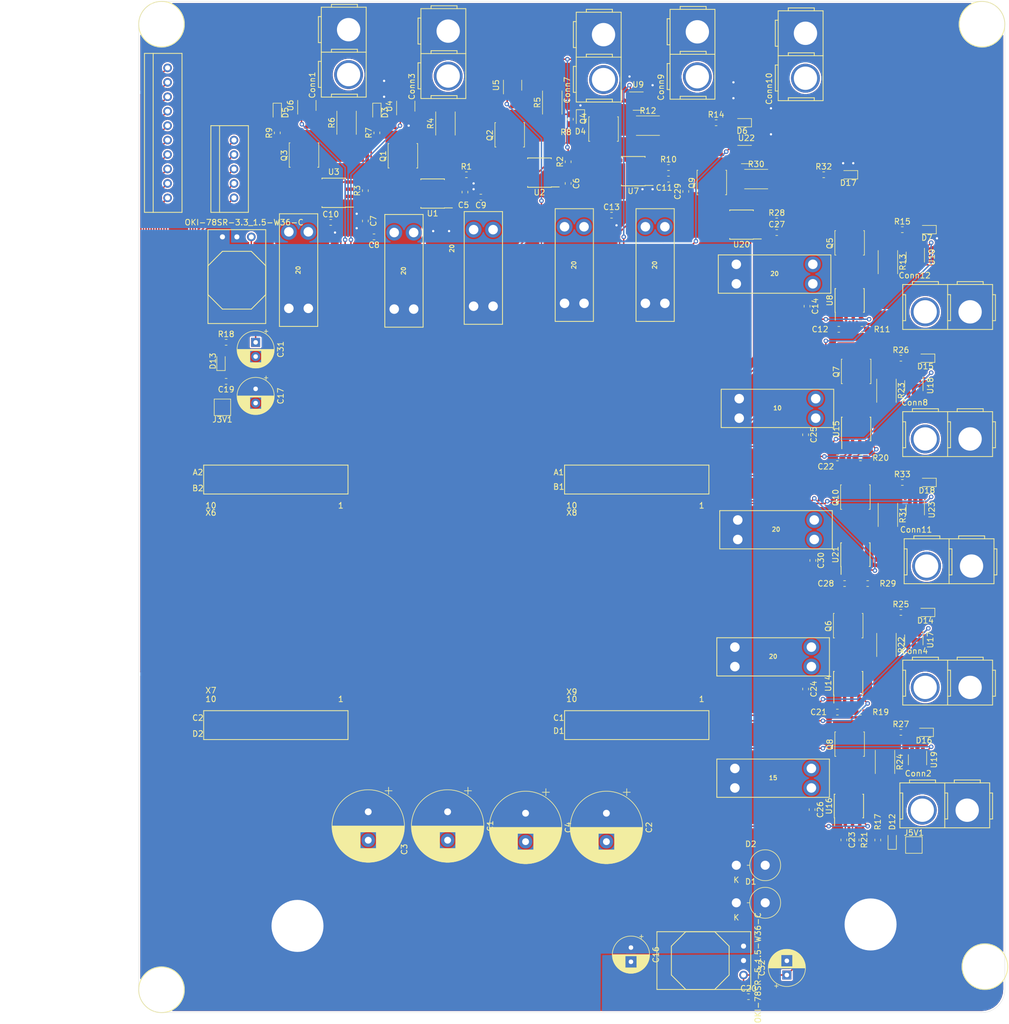
<source format=kicad_pcb>
(kicad_pcb (version 20171130) (host pcbnew "(5.1.6)-1")
  (layers (0 F.Cu signal) (31 B.Cu signal) (34 B.Paste user) (35 F.Paste user) (36 B.SilkS user) (37 F.SilkS user) (38 B.Mask user) (39 F.Mask user) (44 Edge.Cuts user))
  (net 0 "")
  (net 1 GND)
  (net 2 /PV)
  (net 3 "Net-(C8-Pad1)")
  (net 4 "Net-(C9-Pad1)")
  (net 5 "Net-(C10-Pad1)")
  (net 6 "Net-(C12-Pad1)")
  (net 7 "Net-(C13-Pad1)")
  (net 8 "Net-(C14-Pad1)")
  (net 9 +5V)
  (net 10 +3V3)
  (net 11 "Net-(C21-Pad1)")
  (net 12 "Net-(C22-Pad1)")
  (net 13 "Net-(C23-Pad1)")
  (net 14 "Net-(C24-Pad1)")
  (net 15 "Net-(C25-Pad1)")
  (net 16 "Net-(C26-Pad1)")
  (net 17 "Net-(C27-Pad1)")
  (net 18 "Net-(C28-Pad1)")
  (net 19 "Net-(C29-Pad1)")
  (net 20 "Net-(C30-Pad1)")
  (net 21 /GimbalSense)
  (net 22 /LowCurrentSense)
  (net 23 /MultimediaSense)
  (net 24 /AuxMountSense)
  (net 25 /CameraCTL)
  (net 26 /NavBoardCTL)
  (net 27 /ExtraCTL)
  (net 28 "Net-(D7-Pad2)")
  (net 29 "Net-(D14-Pad2)")
  (net 30 "Net-(D15-Pad2)")
  (net 31 "Net-(D16-Pad2)")
  (net 32 "Net-(D17-Pad2)")
  (net 33 "Net-(D18-Pad2)")
  (net 34 "Net-(R11-Pad1)")
  (net 35 "Net-(R19-Pad1)")
  (net 36 "Net-(R20-Pad1)")
  (net 37 "Net-(R21-Pad1)")
  (net 38 "Net-(R28-Pad1)")
  (net 39 "Net-(R29-Pad1)")
  (net 40 /Driver_M2)
  (net 41 /Driver_M3)
  (net 42 /Driver_M1)
  (net 43 /Driver_M4)
  (net 44 "Net-(Q5-Pad2)")
  (net 45 /Driver_S1)
  (net 46 "Net-(Q6-Pad2)")
  (net 47 /Driver_T1)
  (net 48 "Net-(Q7-Pad2)")
  (net 49 /Driver_V1)
  (net 50 "Net-(Q8-Pad2)")
  (net 51 /Driver_R1)
  (net 52 "Net-(Q9-Pad2)")
  (net 53 /Driver_D1)
  (net 54 "Net-(Q10-Pad2)")
  (net 55 /Driver_A1)
  (net 56 "Net-(U24-PadPP2)")
  (net 57 /Current_Sensor_A1)
  (net 58 /Current_Sensor_D1)
  (net 59 "Net-(U24-PadRese)")
  (net 60 "Net-(U24-PadPH2)")
  (net 61 "Net-(U24-PadPM3)")
  (net 62 "Net-(U24-PadPL3)")
  (net 63 "Net-(U24-PadPL2)")
  (net 64 "Net-(U24-PadPL1)")
  (net 65 "Net-(U24-PadPL4)")
  (net 66 "Net-(U24-PadPG0)")
  (net 67 /Current_Sensor_T1)
  (net 68 /Current_Sensor_S1)
  (net 69 /Current_Sensor_R1)
  (net 70 "Net-(U24-PadPM5)")
  (net 71 /Current_Sensor_V1)
  (net 72 /Current_Sensor_M4)
  (net 73 /Current_Sensor_M3)
  (net 74 /Current_Sensor_M2)
  (net 75 /Current_Sensor_M1)
  (net 76 "Net-(U24-Pad+5V)")
  (net 77 "Net-(U24-PadPP5)")
  (net 78 "Net-(U24-PadPM7)")
  (net 79 "Net-(U24-PadPK6)")
  (net 80 "Net-(U24-PadPK4)")
  (net 81 "Net-(U24-Pad+5V')")
  (net 82 "Net-(U24-PadPA7)")
  (net 83 "Net-(U24-PadRese')")
  (net 84 "Net-(U24-PadPQ3)")
  (net 85 "Net-(U24-PadPQ2)")
  (net 86 /Anderson_S1)
  (net 87 /Anderson_T1)
  (net 88 /Anderson_V1)
  (net 89 /Anderson_R1)
  (net 90 /Anderson_D1)
  (net 91 /Anderson_A1)
  (net 92 /MultimediaLogCTL)
  (net 93 /AuxLogCTL)
  (net 94 /GimbalLogCTL)
  (net 95 /MultimediaActCTL)
  (net 96 /AuxActCTL)
  (net 97 /GimbalActCTL)
  (net 98 /DriveCTL)
  (net 99 "Net-(Q5-Pad3)")
  (net 100 "Net-(Q6-Pad3)")
  (net 101 "Net-(Q7-Pad3)")
  (net 102 "Net-(Q8-Pad3)")
  (net 103 "Net-(Q9-Pad3)")
  (net 104 "Net-(Q10-Pad3)")
  (net 105 "Net-(D12-Pad2)")
  (net 106 "Net-(D13-Pad2)")
  (net 107 "Net-(U24-PadPN3)")
  (net 108 "Net-(U24-PadPF3)")
  (net 109 "Net-(U24-PadPF2)")
  (net 110 "Net-(U24-PadPF1)")
  (net 111 "Net-(U24-PadPB3)")
  (net 112 "Net-(U24-PadPB2)")
  (net 113 "Net-(U24-PadPC5)")
  (net 114 "Net-(U24-PadPM4)")
  (net 115 "Net-(U24-PadPN4)")
  (net 116 "Net-(U24-PadPP4)")
  (net 117 "Net-(U24-PadPB5)")
  (net 118 "Net-(U24-PadPB4)")
  (net 119 "Net-(U24-PadPN5)")
  (net 120 "Net-(U24-PadPA4)")
  (net 121 /BuckCTL)
  (net 122 "Net-(C5-Pad1)")
  (net 123 "Net-(C7-Pad1)")
  (net 124 "Net-(D3-Pad2)")
  (net 125 "Net-(D4-Pad2)")
  (net 126 "Net-(D5-Pad2)")
  (net 127 "Net-(D6-Pad2)")
  (net 128 "Net-(Q1-Pad3)")
  (net 129 "Net-(Q2-Pad3)")
  (net 130 "Net-(Q3-Pad3)")
  (net 131 "Net-(Q4-Pad3)")
  (net 132 "Net-(R1-Pad1)")
  (net 133 "Net-(R3-Pad1)")
  (net 134 "Net-(C6-Pad1)")
  (net 135 "Net-(C11-Pad1)")
  (net 136 "Net-(Q1-Pad2)")
  (net 137 "Net-(Q2-Pad2)")
  (net 138 "Net-(Q3-Pad2)")
  (net 139 "Net-(Q4-Pad2)")
  (net 140 "Net-(R2-Pad1)")
  (net 141 /Anderson_M2)
  (net 142 /Anderson_M3)
  (net 143 /Anderson_M1)
  (net 144 "Net-(R10-Pad1)")
  (net 145 /Anderson_M4)
  (net 146 "Net-(U24-PadPL0)")
  (net 147 "Net-(U24-PadPL5)")
  (net 148 "Net-(U24-PadPA6)")
  (net 149 "Net-(U24-PadPD7)")
  (net 150 "Net-(U24-PadPA5)")
  (module MRDT_Drill_Holes:4_40_Hole_Corner (layer F.Cu) (at 76.2 177.8)
    (fp_text reference REF** hide)
    (fp_text value 4_40_Hole hide)
    (pad "" np_thru_hole circle (at 4.00812 -4.00812) (size 2.9464 2.9464) (drill 2.9464) (layers *.Cu *.Mask) (clearance 2.5))
  )
  (module MRDT_Drill_Holes:4_40_Hole_Corner (layer F.Cu) (at 229.108 173.736 90)
    (fp_text reference REF** hide)
    (fp_text value 4_40_Hole hide)
    (pad "" np_thru_hole circle (at 4.00812 -4.00812 90) (size 2.9464 2.9464) (drill 2.9464) (layers *.Cu *.Mask) (clearance 2.5))
  )
  (module MRDT_Drill_Holes:4_40_Hole_Corner (layer F.Cu) (at 228.6 0 180)
    (fp_text reference REF** hide)
    (fp_text value 4_40_Hole hide)
    (pad "" np_thru_hole circle (at 4.00812 -4.00812 180) (size 2.9464 2.9464) (drill 2.9464) (layers *.Cu *.Mask) (clearance 2.5))
  )
  (module MRDT_Drill_Holes:4_40_Hole_Corner (layer F.Cu) (at 76.2 0 270)
    (fp_text reference REF** hide)
    (fp_text value 4_40_Hole hide)
    (pad "" np_thru_hole circle (at 4.00812 -4.00812 270) (size 2.9464 2.9464) (drill 2.9464) (layers *.Cu *.Mask) (clearance 2.5))
  )
  (module MRDT_Connectors:MOLEX_SL_05_Vertical (layer F.Cu) (at 92.964 34.544 90)
    (fp_text reference Conn6 hide)
    (fp_text value Molex_SL_05)
    (pad 5 thru_hole circle (at 10.16 0 90) (size 1.524 1.524) (drill 0.9) (layers *.Cu *.Mask) (net 121 /BuckCTL))
    (pad 4 thru_hole circle (at 7.62 0 90) (size 1.524 1.524) (drill 0.9) (layers *.Cu *.Mask) (net 21 /GimbalSense))
    (pad 3 thru_hole circle (at 5.08 0 90) (size 1.524 1.524) (drill 0.9) (layers *.Cu *.Mask) (net 22 /LowCurrentSense))
    (pad 2 thru_hole circle (at 2.54 0 90) (size 1.524 1.524) (drill 0.9) (layers *.Cu *.Mask) (net 23 /MultimediaSense))
    (pad 1 thru_hole circle (at 0 0 90) (size 1.524 1.524) (drill 0.9) (layers *.Cu *.Mask) (net 24 /AuxMountSense))
  )
  (module MRDT_Connectors:MOLEX_SL_10_Vertical (layer F.Cu) (at 81.28 34.544 90)
    (fp_text reference Conn5 hide)
    (fp_text value Molex_SL_10)
    (pad 10 thru_hole circle (at 22.86 0 90) (size 1.524 1.524) (drill 0.9) (layers *.Cu *.Mask) (net 98 /DriveCTL))
    (pad 9 thru_hole circle (at 20.32 0 90) (size 1.524 1.524) (drill 0.9) (layers *.Cu *.Mask) (net 27 /ExtraCTL))
    (pad 8 thru_hole circle (at 17.78 0 90) (size 1.524 1.524) (drill 0.9) (layers *.Cu *.Mask) (net 25 /CameraCTL))
    (pad 7 thru_hole circle (at 15.24 0 90) (size 1.524 1.524) (drill 0.9) (layers *.Cu *.Mask) (net 26 /NavBoardCTL))
    (pad 6 thru_hole circle (at 12.7 0 90) (size 1.524 1.524) (drill 0.9) (layers *.Cu *.Mask) (net 97 /GimbalActCTL))
    (pad 5 thru_hole circle (at 10.16 0 90) (size 1.524 1.524) (drill 0.9) (layers *.Cu *.Mask) (net 94 /GimbalLogCTL))
    (pad 4 thru_hole circle (at 7.62 0 90) (size 1.524 1.524) (drill 0.9) (layers *.Cu *.Mask) (net 96 /AuxActCTL))
    (pad 3 thru_hole circle (at 5.08 0 90) (size 1.524 1.524) (drill 0.9) (layers *.Cu *.Mask) (net 93 /AuxLogCTL))
    (pad 2 thru_hole circle (at 2.54 0 90) (size 1.524 1.524) (drill 0.9) (layers *.Cu *.Mask) (net 95 /MultimediaActCTL))
    (pad 1 thru_hole circle (at 0 0 90) (size 1.524 1.524) (drill 0.9) (layers *.Cu *.Mask) (net 92 /MultimediaLogCTL))
  )
  (module Resistor_SMD:R_0603_1608Metric_Pad1.05x0.95mm_HandSolder (layer F.Cu) (at 152.146 20.715 270)
    (fp_text reference R8 (at 2.272 0.762 180) (layer F.SilkS))
    (fp_text value 3300)
    (pad 2 smd roundrect (at 0.875 0 270) (size 1.05 0.95) (layers F.Cu F.Paste F.Mask) (net 125 "Net-(D4-Pad2)"))
    (pad 1 smd roundrect (at -0.875 0 270) (size 1.05 0.95) (layers F.Cu F.Paste F.Mask) (net 129 "Net-(Q2-Pad3)"))
  )
  (module Resistor_SMD:R_0603_1608Metric_Pad1.05x0.95mm_HandSolder (layer F.Cu) (at 100.584 23.114 90)
    (fp_text reference R9 (at 0 -1.43 90) (layer F.SilkS))
    (fp_text value 3300)
    (pad 2 smd roundrect (at 0.875 0 90) (size 1.05 0.95) (layers F.Cu F.Paste F.Mask) (net 126 "Net-(D5-Pad2)"))
    (pad 1 smd roundrect (at -0.875 0 90) (size 1.05 0.95) (layers F.Cu F.Paste F.Mask) (net 130 "Net-(Q3-Pad3)"))
  )
  (module Resistor_SMD:R_0603_1608Metric_Pad1.05x0.95mm_HandSolder (layer F.Cu) (at 118.11 23.114 90)
    (fp_text reference R7 (at 0 -1.43 90) (layer F.SilkS))
    (fp_text value 3300)
    (pad 2 smd roundrect (at 0.875 0 90) (size 1.05 0.95) (layers F.Cu F.Paste F.Mask) (net 124 "Net-(D3-Pad2)"))
    (pad 1 smd roundrect (at -0.875 0 90) (size 1.05 0.95) (layers F.Cu F.Paste F.Mask) (net 128 "Net-(Q1-Pad3)"))
  )
  (module Resistor_SMD:R_0603_1608Metric_Pad1.05x0.95mm_HandSolder (layer F.Cu) (at 116.078 33.274 90)
    (fp_text reference R3 (at 0 -1.43 90) (layer F.SilkS))
    (fp_text value 5.1k)
    (pad 2 smd roundrect (at 0.875 0 90) (size 1.05 0.95) (layers F.Cu F.Paste F.Mask) (net 9 +5V))
    (pad 1 smd roundrect (at -0.875 0 90) (size 1.05 0.95) (layers F.Cu F.Paste F.Mask) (net 133 "Net-(R3-Pad1)"))
  )
  (module Resistor_SMD:R_0603_1608Metric_Pad1.05x0.95mm_HandSolder (layer F.Cu) (at 133.858 30.48)
    (fp_text reference R1 (at 0 -1.43) (layer F.SilkS))
    (fp_text value 5.1k)
    (pad 2 smd roundrect (at 0.875 0) (size 1.05 0.95) (layers F.Cu F.Paste F.Mask) (net 9 +5V))
    (pad 1 smd roundrect (at -0.875 0) (size 1.05 0.95) (layers F.Cu F.Paste F.Mask) (net 132 "Net-(R1-Pad1)"))
  )
  (module LED_SMD:LED_0603_1608Metric_Pad1.05x0.95mm_HandSolder (layer F.Cu) (at 153.924 20.701 270)
    (fp_text reference D4 (at 2.159 0 180) (layer F.SilkS))
    (fp_text value LED)
    (pad 2 smd roundrect (at 0.875 0 270) (size 1.05 0.95) (layers F.Cu F.Paste F.Mask) (net 125 "Net-(D4-Pad2)"))
    (pad 1 smd roundrect (at -0.875 0 270) (size 1.05 0.95) (layers F.Cu F.Paste F.Mask) (net 1 GND))
  )
  (module LED_SMD:LED_0603_1608Metric_Pad1.05x0.95mm_HandSolder (layer F.Cu) (at 100.584 19.558 270)
    (fp_text reference D5 (at 0 -1.43 90) (layer F.SilkS))
    (fp_text value LED)
    (pad 2 smd roundrect (at 0.875 0 270) (size 1.05 0.95) (layers F.Cu F.Paste F.Mask) (net 126 "Net-(D5-Pad2)"))
    (pad 1 smd roundrect (at -0.875 0 270) (size 1.05 0.95) (layers F.Cu F.Paste F.Mask) (net 1 GND))
  )
  (module LED_SMD:LED_0603_1608Metric_Pad1.05x0.95mm_HandSolder (layer F.Cu) (at 118.11 19.558 270)
    (fp_text reference D3 (at 0 -1.43 90) (layer F.SilkS))
    (fp_text value LED)
    (pad 2 smd roundrect (at 0.875 0 270) (size 1.05 0.95) (layers F.Cu F.Paste F.Mask) (net 124 "Net-(D3-Pad2)"))
    (pad 1 smd roundrect (at -0.875 0 270) (size 1.05 0.95) (layers F.Cu F.Paste F.Mask) (net 1 GND))
  )
  (module Capacitor_SMD:C_0603_1608Metric_Pad1.05x0.95mm_HandSolder (layer F.Cu) (at 116.078 38.608 270)
    (fp_text reference C7 (at 0 -1.43 90) (layer F.SilkS))
    (fp_text value 0.1uF)
    (pad 2 smd roundrect (at 0.875 0 270) (size 1.05 0.95) (layers F.Cu F.Paste F.Mask) (net 1 GND))
    (pad 1 smd roundrect (at -0.875 0 270) (size 1.05 0.95) (layers F.Cu F.Paste F.Mask) (net 123 "Net-(C7-Pad1)"))
  )
  (module Capacitor_SMD:C_0603_1608Metric_Pad1.05x0.95mm_HandSolder (layer F.Cu) (at 133.604 33.528 90)
    (fp_text reference C5 (at -2.286 -0.254 180) (layer F.SilkS))
    (fp_text value 0.1uF)
    (pad 2 smd roundrect (at 0.875 0 90) (size 1.05 0.95) (layers F.Cu F.Paste F.Mask) (net 1 GND))
    (pad 1 smd roundrect (at -0.875 0 90) (size 1.05 0.95) (layers F.Cu F.Paste F.Mask) (net 122 "Net-(C5-Pad1)"))
  )
  (module MRDT_Shields:TM4C129E_Launchpad_FULL_SMD_TOP (layer F.Cu) (at 176.53 81.534 180)
    (fp_text reference U24 hide)
    (fp_text value TM4C129E_Launchpad hide)
    (fp_text user A2 (at 89.916 -1.27 180) (layer F.SilkS))
    (fp_text user B2 (at 89.916 -4.064 180) (layer F.SilkS))
    (fp_text user A1 (at 26.416 -1.27 180) (layer F.SilkS))
    (fp_text user B1 (at 26.416 -3.81 180) (layer F.SilkS))
    (fp_text user D2 (at 89.916 -47.244) (layer F.SilkS))
    (fp_text user C2 (at 89.916 -44.45 180) (layer F.SilkS))
    (fp_text user D1 (at 26.416 -46.736 180) (layer F.SilkS))
    (fp_text user C1 (at 26.416 -44.45 180) (layer F.SilkS))
    (fp_text user X6 (at 87.63 -8.382) (layer F.SilkS))
    (fp_text user X7 (at 87.63 -39.624 180) (layer F.SilkS))
    (fp_text user X8 (at 24.13 -8.382 180) (layer F.SilkS))
    (fp_text user X9 (at 24.13 -39.878 180) (layer F.SilkS))
    (fp_text user 1 (at 64.77 -7.112 180) (layer F.SilkS))
    (fp_text user 10 (at 87.63 -7.112 180) (layer F.SilkS))
    (fp_text user 10 (at 87.63 -41.148 180) (layer F.SilkS))
    (fp_text user 1 (at 64.77 -41.148 180) (layer F.SilkS))
    (fp_text user 10 (at 24.13 -7.112 180) (layer F.SilkS))
    (fp_text user 1 (at 1.27 -7.112 180) (layer F.SilkS))
    (fp_text user 10 (at 24.13 -41.148 180) (layer F.SilkS))
    (fp_text user 1 (at 1.27 -41.148 180) (layer F.SilkS))
    (pad PP2 smd rect (at 24.13 -48.6664) (size 0.9906 1.778) (layers F.Cu F.Paste F.Mask) (net 56 "Net-(U24-PadPP2)"))
    (pad PN3 smd rect (at 21.59 -48.6664) (size 0.9906 1.778) (layers F.Cu F.Paste F.Mask) (net 107 "Net-(U24-PadPN3)"))
    (pad PN2 smd rect (at 19.05 -48.6664) (size 0.9906 1.778) (layers F.Cu F.Paste F.Mask) (net 51 /Driver_R1))
    (pad PD0 smd rect (at 16.51 -48.6664) (size 0.9906 1.778) (layers F.Cu F.Paste F.Mask) (net 69 /Current_Sensor_R1))
    (pad PD1 smd rect (at 13.97 -48.6664) (size 0.9906 1.778) (layers F.Cu F.Paste F.Mask) (net 67 /Current_Sensor_T1))
    (pad Rese smd rect (at 11.43 -48.6664) (size 0.9906 1.778) (layers F.Cu F.Paste F.Mask) (net 59 "Net-(U24-PadRese)"))
    (pad PH3 smd rect (at 8.89 -48.6664) (size 0.9906 1.778) (layers F.Cu F.Paste F.Mask) (net 47 /Driver_T1))
    (pad PH2 smd rect (at 6.35 -48.6664) (size 0.9906 1.778) (layers F.Cu F.Paste F.Mask) (net 60 "Net-(U24-PadPH2)"))
    (pad PM3 smd rect (at 3.81 -48.6664) (size 0.9906 1.778) (layers F.Cu F.Paste F.Mask) (net 61 "Net-(U24-PadPM3)"))
    (pad GND smd rect (at 1.27 -48.6664) (size 0.9906 1.778) (layers F.Cu F.Paste F.Mask) (net 1 GND))
    (pad PL3 smd rect (at 24.13 -42.7736) (size 0.9906 1.778) (layers F.Cu F.Paste F.Mask) (net 62 "Net-(U24-PadPL3)"))
    (pad PL2 smd rect (at 21.59 -42.7736) (size 0.9906 1.778) (layers F.Cu F.Paste F.Mask) (net 63 "Net-(U24-PadPL2)"))
    (pad PL1 smd rect (at 19.05 -42.7736) (size 0.9906 1.778) (layers F.Cu F.Paste F.Mask) (net 64 "Net-(U24-PadPL1)"))
    (pad PL0 smd rect (at 16.51 -42.7736) (size 0.9906 1.778) (layers F.Cu F.Paste F.Mask) (net 146 "Net-(U24-PadPL0)"))
    (pad PL5 smd rect (at 13.97 -42.7736) (size 0.9906 1.778) (layers F.Cu F.Paste F.Mask) (net 147 "Net-(U24-PadPL5)"))
    (pad PL4 smd rect (at 11.43 -42.7736) (size 0.9906 1.778) (layers F.Cu F.Paste F.Mask) (net 65 "Net-(U24-PadPL4)"))
    (pad PG0 smd rect (at 8.89 -42.7736) (size 0.9906 1.778) (layers F.Cu F.Paste F.Mask) (net 66 "Net-(U24-PadPG0)"))
    (pad PF3 smd rect (at 6.35 -42.7736) (size 0.9906 1.778) (layers F.Cu F.Paste F.Mask) (net 108 "Net-(U24-PadPF3)"))
    (pad PF2 smd rect (at 3.81 -42.7736) (size 0.9906 1.778) (layers F.Cu F.Paste F.Mask) (net 109 "Net-(U24-PadPF2)"))
    (pad PF1 smd rect (at 1.27 -42.7736) (size 0.9906 1.778) (layers F.Cu F.Paste F.Mask) (net 110 "Net-(U24-PadPF1)"))
    (pad PB3 smd rect (at 24.13 0.4064) (size 0.9906 1.778) (layers F.Cu F.Paste F.Mask) (net 111 "Net-(U24-PadPB3)"))
    (pad PB2 smd rect (at 21.59 0.4064) (size 0.9906 1.778) (layers F.Cu F.Paste F.Mask) (net 112 "Net-(U24-PadPB2)"))
    (pad PC7 smd rect (at 19.05 0.4064) (size 0.9906 1.778) (layers F.Cu F.Paste F.Mask) (net 43 /Driver_M4))
    (pad PD3 smd rect (at 16.51 0.4064) (size 0.9906 1.778) (layers F.Cu F.Paste F.Mask) (net 72 /Current_Sensor_M4))
    (pad PE5 smd rect (at 13.97 0.4064) (size 0.9906 1.778) (layers F.Cu F.Paste F.Mask) (net 58 /Current_Sensor_D1))
    (pad PC6 smd rect (at 11.43 0.4064) (size 0.9906 1.778) (layers F.Cu F.Paste F.Mask) (net 53 /Driver_D1))
    (pad PC5 smd rect (at 8.89 0.4064) (size 0.9906 1.778) (layers F.Cu F.Paste F.Mask) (net 113 "Net-(U24-PadPC5)"))
    (pad PC4 smd rect (at 6.35 0.4064) (size 0.9906 1.778) (layers F.Cu F.Paste F.Mask) (net 45 /Driver_S1))
    (pad PE4 smd rect (at 3.81 0.4064) (size 0.9906 1.778) (layers F.Cu F.Paste F.Mask) (net 68 /Current_Sensor_S1))
    (pad +3V3 smd rect (at 1.27 0.4064) (size 0.9906 1.778) (layers F.Cu F.Paste F.Mask) (net 10 +3V3))
    (pad PM5 smd rect (at 24.13 -5.4864) (size 0.9906 1.778) (layers F.Cu F.Paste F.Mask) (net 70 "Net-(U24-PadPM5)"))
    (pad PM4 smd rect (at 21.59 -5.4864) (size 0.9906 1.778) (layers F.Cu F.Paste F.Mask) (net 114 "Net-(U24-PadPM4)"))
    (pad PA6 smd rect (at 19.05 -5.4864) (size 0.9906 1.778) (layers F.Cu F.Paste F.Mask) (net 148 "Net-(U24-PadPA6)"))
    (pad PD7 smd rect (at 16.51 -5.4864) (size 0.9906 1.778) (layers F.Cu F.Paste F.Mask) (net 149 "Net-(U24-PadPD7)"))
    (pad PE3 smd rect (at 13.97 -5.4864) (size 0.9906 1.778) (layers F.Cu F.Paste F.Mask) (net 57 /Current_Sensor_A1))
    (pad PE2 smd rect (at 11.43 -5.4864) (size 0.9906 1.778) (layers F.Cu F.Paste F.Mask) (net 55 /Driver_A1))
    (pad PE1 smd rect (at 8.89 -5.4864) (size 0.9906 1.778) (layers F.Cu F.Paste F.Mask) (net 71 /Current_Sensor_V1))
    (pad PE0 smd rect (at 6.35 -5.4864) (size 0.9906 1.778) (layers F.Cu F.Paste F.Mask) (net 49 /Driver_V1))
    (pad GND smd rect (at 3.81 -5.4864) (size 0.9906 1.778) (layers F.Cu F.Paste F.Mask) (net 1 GND))
    (pad +5V smd rect (at 1.27 -5.4864) (size 0.9906 1.778) (layers F.Cu F.Paste F.Mask) (net 76 "Net-(U24-Pad+5V)"))
    (pad PP5 smd rect (at 69.85 -48.6664) (size 0.9906 1.778) (layers F.Cu F.Paste F.Mask) (net 77 "Net-(U24-PadPP5)"))
    (pad PM7 smd rect (at 67.31 -48.6664) (size 0.9906 1.778) (layers F.Cu F.Paste F.Mask) (net 78 "Net-(U24-PadPM7)"))
    (pad GND smd rect (at 64.77 -48.6664) (size 0.9906 1.778) (layers F.Cu F.Paste F.Mask) (net 1 GND))
    (pad PK7 smd rect (at 87.63 -42.7736) (size 0.9906 1.778) (layers F.Cu F.Paste F.Mask) (net 26 /NavBoardCTL))
    (pad PK6 smd rect (at 85.09 -42.7736) (size 0.9906 1.778) (layers F.Cu F.Paste F.Mask) (net 79 "Net-(U24-PadPK6)"))
    (pad PH1 smd rect (at 82.55 -42.7736) (size 0.9906 1.778) (layers F.Cu F.Paste F.Mask) (net 97 /GimbalActCTL))
    (pad PH0 smd rect (at 80.01 -42.7736) (size 0.9906 1.778) (layers F.Cu F.Paste F.Mask) (net 94 /GimbalLogCTL))
    (pad PM2 smd rect (at 77.47 -42.7736) (size 0.9906 1.778) (layers F.Cu F.Paste F.Mask) (net 96 /AuxActCTL))
    (pad PM1 smd rect (at 74.93 -42.7736) (size 0.9906 1.778) (layers F.Cu F.Paste F.Mask) (net 93 /AuxLogCTL))
    (pad PM0 smd rect (at 72.39 -42.7736) (size 0.9906 1.778) (layers F.Cu F.Paste F.Mask) (net 95 /MultimediaActCTL))
    (pad PK5 smd rect (at 69.85 -42.7736) (size 0.9906 1.778) (layers F.Cu F.Paste F.Mask) (net 92 /MultimediaLogCTL))
    (pad PK4 smd rect (at 67.31 -42.7736) (size 0.9906 1.778) (layers F.Cu F.Paste F.Mask) (net 80 "Net-(U24-PadPK4)"))
    (pad PG1 smd rect (at 64.77 -42.7736) (size 0.9906 1.778) (layers F.Cu F.Paste F.Mask) (net 121 /BuckCTL))
    (pad PN4 smd rect (at 87.63 0.4064) (size 0.9906 1.778) (layers F.Cu F.Paste F.Mask) (net 115 "Net-(U24-PadPN4)"))
    (pad PP4 smd rect (at 82.55 0.4064) (size 0.9906 1.778) (layers F.Cu F.Paste F.Mask) (net 116 "Net-(U24-PadPP4)"))
    (pad PD5 smd rect (at 77.47 0.4064) (size 0.9906 1.778) (layers F.Cu F.Paste F.Mask) (net 75 /Current_Sensor_M1))
    (pad PD4 smd rect (at 74.93 0.4064) (size 0.9906 1.778) (layers F.Cu F.Paste F.Mask) (net 74 /Current_Sensor_M2))
    (pad PP1 smd rect (at 72.39 0.4064) (size 0.9906 1.778) (layers F.Cu F.Paste F.Mask) (net 40 /Driver_M2))
    (pad PP0 smd rect (at 69.85 0.4064) (size 0.9906 1.778) (layers F.Cu F.Paste F.Mask) (net 41 /Driver_M3))
    (pad PD2 smd rect (at 67.31 0.4064) (size 0.9906 1.778) (layers F.Cu F.Paste F.Mask) (net 73 /Current_Sensor_M3))
    (pad PA5 smd rect (at 87.63 -5.4864) (size 0.9906 1.778) (layers F.Cu F.Paste F.Mask) (net 150 "Net-(U24-PadPA5)"))
    (pad PK3 smd rect (at 82.55 -5.4864) (size 0.9906 1.778) (layers F.Cu F.Paste F.Mask) (net 24 /AuxMountSense))
    (pad PB5 smd rect (at 72.39 -5.4864) (size 0.9906 1.778) (layers F.Cu F.Paste F.Mask) (net 117 "Net-(U24-PadPB5)"))
    (pad PB4 smd rect (at 69.85 -5.4864) (size 0.9906 1.778) (layers F.Cu F.Paste F.Mask) (net 118 "Net-(U24-PadPB4)"))
    (pad GND smd rect (at 67.31 -5.4864) (size 0.9906 1.778) (layers F.Cu F.Paste F.Mask) (net 1 GND))
    (pad +5V' smd rect (at 64.77 -5.4864) (size 0.9906 1.778) (layers F.Cu F.Paste F.Mask) (net 81 "Net-(U24-Pad+5V')"))
    (pad PK1 smd rect (at 77.47 -5.4864) (size 0.9906 1.778) (layers F.Cu F.Paste F.Mask) (net 22 /LowCurrentSense))
    (pad PK2 smd rect (at 80.01 -5.4864) (size 0.9906 1.778) (layers F.Cu F.Paste F.Mask) (net 23 /MultimediaSense))
    (pad PN5 smd rect (at 85.09 0.4064) (size 0.9906 1.778) (layers F.Cu F.Paste F.Mask) (net 119 "Net-(U24-PadPN5)"))
    (pad PA7 smd rect (at 72.39 -48.6664) (size 0.9906 1.778) (layers F.Cu F.Paste F.Mask) (net 82 "Net-(U24-PadPA7)"))
    (pad Rese' smd rect (at 74.93 -48.6664) (size 0.9906 1.778) (layers F.Cu F.Paste F.Mask) (net 83 "Net-(U24-PadRese')"))
    (pad PA4 smd rect (at 85.09 -5.4864) (size 0.9906 1.778) (layers F.Cu F.Paste F.Mask) (net 120 "Net-(U24-PadPA4)"))
    (pad PQ0 smd rect (at 80.01 0.4064) (size 0.9906 1.778) (layers F.Cu F.Paste F.Mask) (net 42 /Driver_M1))
    (pad PP3 smd rect (at 82.55 -48.6664) (size 0.9906 1.778) (layers F.Cu F.Paste F.Mask) (net 25 /CameraCTL))
    (pad PQ3 smd rect (at 80.01 -48.6664) (size 0.9906 1.778) (layers F.Cu F.Paste F.Mask) (net 84 "Net-(U24-PadPQ3)"))
    (pad PK0 smd rect (at 74.93 -5.4864) (size 0.9906 1.778) (layers F.Cu F.Paste F.Mask) (net 21 /GimbalSense))
    (pad PQ2 smd rect (at 77.47 -48.6664) (size 0.9906 1.778) (layers F.Cu F.Paste F.Mask) (net 85 "Net-(U24-PadPQ2)"))
    (pad PQ1 smd rect (at 85.09 -48.6664) (size 0.9906 1.778) (layers F.Cu F.Paste F.Mask) (net 27 /ExtraCTL))
    (pad PM6 smd rect (at 87.63 -48.6664) (size 0.9906 1.778) (layers F.Cu F.Paste F.Mask) (net 98 /DriveCTL))
    (pad +3V3' smd rect (at 64.77 0.4064) (size 0.9906 1.778) (layers F.Cu F.Paste F.Mask) (net 10 +3V3))
  )
  (module Package_TO_SOT_SMD:SOT-23-5_HandSoldering (layer F.Cu) (at 105.791 18.288 90)
    (fp_text reference U6 (at 0 -2.9 90) (layer F.SilkS))
    (fp_text value INA281)
    (pad 1 smd rect (at -1.35 -0.95 90) (size 1.56 0.65) (layers F.Cu F.Paste F.Mask) (net 75 /Current_Sensor_M1))
    (pad 2 smd rect (at -1.35 0 90) (size 1.56 0.65) (layers F.Cu F.Paste F.Mask) (net 1 GND))
    (pad 3 smd rect (at -1.35 0.95 90) (size 1.56 0.65) (layers F.Cu F.Paste F.Mask) (net 130 "Net-(Q3-Pad3)"))
    (pad 4 smd rect (at 1.35 0.95 90) (size 1.56 0.65) (layers F.Cu F.Paste F.Mask) (net 143 /Anderson_M1))
    (pad 5 smd rect (at 1.35 -0.95 90) (size 1.56 0.65) (layers F.Cu F.Paste F.Mask) (net 9 +5V))
  )
  (module Custom:LFPAK56_MOSFET (layer F.Cu) (at 105.283 26.851 90)
    (fp_text reference Q3 (at -0.245 -3.48 90) (layer F.SilkS))
    (fp_text value PSMN025-80YL)
    (pad 3 smd custom (at 0.435 0 90) (size 3.3 4.2) (layers F.Cu F.Mask) (net 130 "Net-(Q3-Pad3)") (options (clearance outline) (anchor rect)) (primitives (gr_poly (pts (xy 1.425 -2.35) (xy 2.975 -2.35) (xy 2.975 2.35) (xy 1.425 2.35)) (width 0))))
    (pad 2 smd rect (at -2.835 1.91) (size 0.7 1.15) (layers F.Cu F.Paste F.Mask) (net 138 "Net-(Q3-Pad2)"))
    (pad 1 smd rect (at -2.835 0.64) (size 0.7 1.15) (layers F.Cu F.Paste F.Mask) (net 5 "Net-(C10-Pad1)"))
    (pad 1 smd rect (at -2.835 -1.91) (size 0.7 1.15) (layers F.Cu F.Paste F.Mask) (net 5 "Net-(C10-Pad1)"))
    (pad 1 smd rect (at -2.835 -0.64) (size 0.7 1.15) (layers F.Cu F.Paste F.Mask) (net 5 "Net-(C10-Pad1)"))
  )
  (module Package_SO:SOIC-8-N7_3.9x4.9mm_P1.27mm (layer F.Cu) (at 110.523 33.655 180)
    (fp_text reference U3 (at 0 3.683) (layer F.SilkS))
    (fp_text value LT1910)
    (pad 8 smd rect (at 2.7 -1.905 180) (size 1.55 0.6) (layers F.Cu F.Paste F.Mask) (net 5 "Net-(C10-Pad1)"))
    (pad 6 smd rect (at 2.7 0.635 180) (size 1.55 0.6) (layers F.Cu F.Paste F.Mask) (net 5 "Net-(C10-Pad1)"))
    (pad 5 smd rect (at 2.7 1.905 180) (size 1.55 0.6) (layers F.Cu F.Paste F.Mask) (net 138 "Net-(Q3-Pad2)"))
    (pad 4 smd rect (at -2.7 1.905 180) (size 1.55 0.6) (layers F.Cu F.Paste F.Mask) (net 42 /Driver_M1))
    (pad 3 smd rect (at -2.7 0.635 180) (size 1.55 0.6) (layers F.Cu F.Paste F.Mask) (net 133 "Net-(R3-Pad1)"))
    (pad 2 smd rect (at -2.7 -0.635 180) (size 1.55 0.6) (layers F.Cu F.Paste F.Mask) (net 123 "Net-(C7-Pad1)"))
    (pad 1 smd rect (at -2.7 -1.905 180) (size 1.55 0.6) (layers F.Cu F.Paste F.Mask) (net 1 GND))
  )
  (module Capacitor_SMD:C_0603_1608Metric_Pad1.05x0.95mm_HandSolder (layer F.Cu) (at 109.982 38.862)
    (fp_text reference C10 (at 0 -1.43) (layer F.SilkS))
    (fp_text value 10uF)
    (pad 1 smd roundrect (at -0.875 0) (size 1.05 0.95) (layers F.Cu F.Paste F.Mask) (net 5 "Net-(C10-Pad1)"))
    (pad 2 smd roundrect (at 0.875 0) (size 1.05 0.95) (layers F.Cu F.Paste F.Mask) (net 1 GND))
  )
  (module Resistor_SMD:R_2512_6332Metric_Pad1.52x3.35mm_HandSolder (layer F.Cu) (at 112.776 21.336 90)
    (fp_text reference R6 (at 0 -2.62 90) (layer F.SilkS))
    (fp_text value 0.0025)
    (pad 1 smd roundrect (at -2.9875 0 90) (size 1.525 3.35) (layers F.Cu F.Paste F.Mask) (roundrect_rratio 0.163934) (net 130 "Net-(Q3-Pad3)"))
    (pad 2 smd roundrect (at 2.9875 0 90) (size 1.525 3.35) (layers F.Cu F.Paste F.Mask) (roundrect_rratio 0.163934) (net 143 /Anderson_M1))
  )
  (module Resistor_SMD:R_2512_6332Metric_Pad1.52x3.35mm_HandSolder (layer F.Cu) (at 130.175 21.463 90)
    (fp_text reference R4 (at 0 -2.62 90) (layer F.SilkS))
    (fp_text value 0.0025)
    (pad 2 smd roundrect (at 2.9875 0 90) (size 1.525 3.35) (layers F.Cu F.Paste F.Mask) (roundrect_rratio 0.163934) (net 141 /Anderson_M2))
    (pad 1 smd roundrect (at -2.9875 0 90) (size 1.525 3.35) (layers F.Cu F.Paste F.Mask) (roundrect_rratio 0.163934) (net 128 "Net-(Q1-Pad3)"))
  )
  (module Package_SO:SOIC-8-N7_3.9x4.9mm_P1.27mm (layer F.Cu) (at 127.922 33.782 180)
    (fp_text reference U1 (at 0 -3.5) (layer F.SilkS))
    (fp_text value LT1910)
    (pad 1 smd rect (at -2.7 -1.905 180) (size 1.55 0.6) (layers F.Cu F.Paste F.Mask) (net 1 GND))
    (pad 2 smd rect (at -2.7 -0.635 180) (size 1.55 0.6) (layers F.Cu F.Paste F.Mask) (net 122 "Net-(C5-Pad1)"))
    (pad 3 smd rect (at -2.7 0.635 180) (size 1.55 0.6) (layers F.Cu F.Paste F.Mask) (net 132 "Net-(R1-Pad1)"))
    (pad 4 smd rect (at -2.7 1.905 180) (size 1.55 0.6) (layers F.Cu F.Paste F.Mask) (net 40 /Driver_M2))
    (pad 5 smd rect (at 2.7 1.905 180) (size 1.55 0.6) (layers F.Cu F.Paste F.Mask) (net 136 "Net-(Q1-Pad2)"))
    (pad 6 smd rect (at 2.7 0.635 180) (size 1.55 0.6) (layers F.Cu F.Paste F.Mask) (net 3 "Net-(C8-Pad1)"))
    (pad 8 smd rect (at 2.7 -1.905 180) (size 1.55 0.6) (layers F.Cu F.Paste F.Mask) (net 3 "Net-(C8-Pad1)"))
  )
  (module Capacitor_SMD:C_0603_1608Metric_Pad1.05x0.95mm_HandSolder (layer F.Cu) (at 117.602 41.402 180)
    (fp_text reference C8 (at 0 -1.43) (layer F.SilkS))
    (fp_text value 10uF)
    (pad 2 smd roundrect (at 0.875 0 180) (size 1.05 0.95) (layers F.Cu F.Paste F.Mask) (net 1 GND))
    (pad 1 smd roundrect (at -0.875 0 180) (size 1.05 0.95) (layers F.Cu F.Paste F.Mask) (net 3 "Net-(C8-Pad1)"))
  )
  (module Package_TO_SOT_SMD:SOT-23-5_HandSoldering (layer F.Cu) (at 123.19 18.415 90)
    (fp_text reference U4 (at 0 -2.9 90) (layer F.SilkS))
    (fp_text value INA281)
    (pad 5 smd rect (at 1.35 -0.95 90) (size 1.56 0.65) (layers F.Cu F.Paste F.Mask) (net 9 +5V))
    (pad 4 smd rect (at 1.35 0.95 90) (size 1.56 0.65) (layers F.Cu F.Paste F.Mask) (net 141 /Anderson_M2))
    (pad 3 smd rect (at -1.35 0.95 90) (size 1.56 0.65) (layers F.Cu F.Paste F.Mask) (net 128 "Net-(Q1-Pad3)"))
    (pad 2 smd rect (at -1.35 0 90) (size 1.56 0.65) (layers F.Cu F.Paste F.Mask) (net 1 GND))
    (pad 1 smd rect (at -1.35 -0.95 90) (size 1.56 0.65) (layers F.Cu F.Paste F.Mask) (net 74 /Current_Sensor_M2))
  )
  (module Custom:LFPAK56_MOSFET (layer F.Cu) (at 122.682 26.978 90)
    (fp_text reference Q1 (at -0.245 -3.48 90) (layer F.SilkS))
    (fp_text value PSMN025-80YL)
    (pad 1 smd rect (at -2.835 -0.64) (size 0.7 1.15) (layers F.Cu F.Paste F.Mask) (net 3 "Net-(C8-Pad1)"))
    (pad 1 smd rect (at -2.835 -1.91) (size 0.7 1.15) (layers F.Cu F.Paste F.Mask) (net 3 "Net-(C8-Pad1)"))
    (pad 1 smd rect (at -2.835 0.64) (size 0.7 1.15) (layers F.Cu F.Paste F.Mask) (net 3 "Net-(C8-Pad1)"))
    (pad 2 smd rect (at -2.835 1.91) (size 0.7 1.15) (layers F.Cu F.Paste F.Mask) (net 136 "Net-(Q1-Pad2)"))
    (pad 3 smd custom (at 0.435 0 90) (size 3.3 4.2) (layers F.Cu F.Mask) (net 128 "Net-(Q1-Pad3)") (options (clearance outline) (anchor rect)) (primitives (gr_poly (pts (xy 1.425 -2.35) (xy 2.975 -2.35) (xy 2.975 2.35) (xy 1.425 2.35)) (width 0))))
  )
  (module Package_TO_SOT_SMD:SOT-23-5_HandSoldering (layer F.Cu) (at 141.986 14.732 90)
    (fp_text reference U5 (at 0 -2.9 90) (layer F.SilkS))
    (fp_text value INA281)
    (pad 1 smd rect (at -1.35 -0.95 90) (size 1.56 0.65) (layers F.Cu F.Paste F.Mask) (net 73 /Current_Sensor_M3))
    (pad 2 smd rect (at -1.35 0 90) (size 1.56 0.65) (layers F.Cu F.Paste F.Mask) (net 1 GND))
    (pad 3 smd rect (at -1.35 0.95 90) (size 1.56 0.65) (layers F.Cu F.Paste F.Mask) (net 129 "Net-(Q2-Pad3)"))
    (pad 4 smd rect (at 1.35 0.95 90) (size 1.56 0.65) (layers F.Cu F.Paste F.Mask) (net 142 /Anderson_M3))
    (pad 5 smd rect (at 1.35 -0.95 90) (size 1.56 0.65) (layers F.Cu F.Paste F.Mask) (net 9 +5V))
  )
  (module Resistor_SMD:R_0603_1608Metric_Pad1.05x0.95mm_HandSolder (layer F.Cu) (at 151.765 28.194 90)
    (fp_text reference R2 (at 0 -1.43 90) (layer F.SilkS))
    (fp_text value 5.1k)
    (pad 2 smd roundrect (at 0.875 0 90) (size 1.05 0.95) (layers F.Cu F.Paste F.Mask) (net 9 +5V))
    (pad 1 smd roundrect (at -0.875 0 90) (size 1.05 0.95) (layers F.Cu F.Paste F.Mask) (net 140 "Net-(R2-Pad1)"))
  )
  (module Package_SO:SOIC-8-N7_3.9x4.9mm_P1.27mm (layer F.Cu) (at 146.718 30.099 180)
    (fp_text reference U2 (at 0 -3.5) (layer F.SilkS))
    (fp_text value LT1910)
    (pad 8 smd rect (at 2.7 -1.905 180) (size 1.55 0.6) (layers F.Cu F.Paste F.Mask) (net 4 "Net-(C9-Pad1)"))
    (pad 6 smd rect (at 2.7 0.635 180) (size 1.55 0.6) (layers F.Cu F.Paste F.Mask) (net 4 "Net-(C9-Pad1)"))
    (pad 5 smd rect (at 2.7 1.905 180) (size 1.55 0.6) (layers F.Cu F.Paste F.Mask) (net 137 "Net-(Q2-Pad2)"))
    (pad 4 smd rect (at -2.7 1.905 180) (size 1.55 0.6) (layers F.Cu F.Paste F.Mask) (net 41 /Driver_M3))
    (pad 3 smd rect (at -2.7 0.635 180) (size 1.55 0.6) (layers F.Cu F.Paste F.Mask) (net 140 "Net-(R2-Pad1)"))
    (pad 2 smd rect (at -2.7 -0.635 180) (size 1.55 0.6) (layers F.Cu F.Paste F.Mask) (net 134 "Net-(C6-Pad1)"))
    (pad 1 smd rect (at -2.7 -1.905 180) (size 1.55 0.6) (layers F.Cu F.Paste F.Mask) (net 1 GND))
  )
  (module Capacitor_SMD:C_0603_1608Metric_Pad1.05x0.95mm_HandSolder (layer F.Cu) (at 136.398 34.417 180)
    (fp_text reference C9 (at 0 -1.43) (layer F.SilkS))
    (fp_text value 10uF)
    (pad 1 smd roundrect (at -0.875 0 180) (size 1.05 0.95) (layers F.Cu F.Paste F.Mask) (net 4 "Net-(C9-Pad1)"))
    (pad 2 smd roundrect (at 0.875 0 180) (size 1.05 0.95) (layers F.Cu F.Paste F.Mask) (net 1 GND))
  )
  (module Capacitor_SMD:C_0603_1608Metric_Pad1.05x0.95mm_HandSolder (layer F.Cu) (at 151.765 32.004 270)
    (fp_text reference C6 (at 0 -1.43 90) (layer F.SilkS))
    (fp_text value 0.1uF)
    (pad 2 smd roundrect (at 0.875 0 270) (size 1.05 0.95) (layers F.Cu F.Paste F.Mask) (net 1 GND))
    (pad 1 smd roundrect (at -0.875 0 270) (size 1.05 0.95) (layers F.Cu F.Paste F.Mask) (net 134 "Net-(C6-Pad1)"))
  )
  (module Resistor_SMD:R_2512_6332Metric_Pad1.52x3.35mm_HandSolder (layer F.Cu) (at 148.971 17.78 90)
    (fp_text reference R5 (at 0 -2.62 90) (layer F.SilkS))
    (fp_text value 0.0025)
    (pad 1 smd roundrect (at -2.9875 0 90) (size 1.525 3.35) (layers F.Cu F.Paste F.Mask) (roundrect_rratio 0.163934) (net 129 "Net-(Q2-Pad3)"))
    (pad 2 smd roundrect (at 2.9875 0 90) (size 1.525 3.35) (layers F.Cu F.Paste F.Mask) (roundrect_rratio 0.163934) (net 142 /Anderson_M3))
  )
  (module Custom:LFPAK56_MOSFET (layer F.Cu) (at 141.478 23.295 90)
    (fp_text reference Q2 (at -0.245 -3.48 90) (layer F.SilkS))
    (fp_text value PSMN025-80YL)
    (pad 3 smd custom (at 0.435 0 90) (size 3.3 4.2) (layers F.Cu F.Mask) (net 129 "Net-(Q2-Pad3)") (options (clearance outline) (anchor rect)) (primitives (gr_poly (pts (xy 1.425 -2.35) (xy 2.975 -2.35) (xy 2.975 2.35) (xy 1.425 2.35)) (width 0))))
    (pad 2 smd rect (at -2.835 1.91) (size 0.7 1.15) (layers F.Cu F.Paste F.Mask) (net 137 "Net-(Q2-Pad2)"))
    (pad 1 smd rect (at -2.835 0.64) (size 0.7 1.15) (layers F.Cu F.Paste F.Mask) (net 4 "Net-(C9-Pad1)"))
    (pad 1 smd rect (at -2.835 -1.91) (size 0.7 1.15) (layers F.Cu F.Paste F.Mask) (net 4 "Net-(C9-Pad1)"))
    (pad 1 smd rect (at -2.835 -0.64) (size 0.7 1.15) (layers F.Cu F.Paste F.Mask) (net 4 "Net-(C9-Pad1)"))
  )
  (module Custom:LFPAK56_MOSFET (layer F.Cu) (at 157.988 22.279 90)
    (fp_text reference Q4 (at 1.705 -3.556 90) (layer F.SilkS))
    (fp_text value PSMN025-80YL)
    (pad 1 smd rect (at -2.835 -0.64) (size 0.7 1.15) (layers F.Cu F.Paste F.Mask) (net 7 "Net-(C13-Pad1)"))
    (pad 1 smd rect (at -2.835 -1.91) (size 0.7 1.15) (layers F.Cu F.Paste F.Mask) (net 7 "Net-(C13-Pad1)"))
    (pad 1 smd rect (at -2.835 0.64) (size 0.7 1.15) (layers F.Cu F.Paste F.Mask) (net 7 "Net-(C13-Pad1)"))
    (pad 2 smd rect (at -2.835 1.91) (size 0.7 1.15) (layers F.Cu F.Paste F.Mask) (net 139 "Net-(Q4-Pad2)"))
    (pad 3 smd custom (at 0.435 0 90) (size 3.3 4.2) (layers F.Cu F.Mask) (net 131 "Net-(Q4-Pad3)") (options (clearance outline) (anchor rect)) (primitives (gr_poly (pts (xy 1.425 -2.35) (xy 2.975 -2.35) (xy 2.975 2.35) (xy 1.425 2.35)) (width 0))))
  )
  (module LED_SMD:LED_0603_1608Metric_Pad1.05x0.95mm_HandSolder (layer F.Cu) (at 182.372 21.336 180)
    (fp_text reference D6 (at 0 -1.43) (layer F.SilkS))
    (fp_text value LED)
    (pad 1 smd roundrect (at -0.875 0 180) (size 1.05 0.95) (layers F.Cu F.Paste F.Mask) (net 1 GND))
    (pad 2 smd roundrect (at 0.875 0 180) (size 1.05 0.95) (layers F.Cu F.Paste F.Mask) (net 127 "Net-(D6-Pad2)"))
  )
  (module Capacitor_SMD:C_0603_1608Metric_Pad1.05x0.95mm_HandSolder (layer F.Cu) (at 169.418 31.242)
    (fp_text reference C11 (at -0.762 1.524) (layer F.SilkS))
    (fp_text value 0.1uF)
    (pad 1 smd roundrect (at -0.875 0) (size 1.05 0.95) (layers F.Cu F.Paste F.Mask) (net 135 "Net-(C11-Pad1)"))
    (pad 2 smd roundrect (at 0.875 0) (size 1.05 0.95) (layers F.Cu F.Paste F.Mask) (net 1 GND))
  )
  (module Capacitor_SMD:C_0603_1608Metric_Pad1.05x0.95mm_HandSolder (layer F.Cu) (at 159.399 37.592)
    (fp_text reference C13 (at 0 -1.43) (layer F.SilkS))
    (fp_text value 10uF)
    (pad 2 smd roundrect (at 0.875 0) (size 1.05 0.95) (layers F.Cu F.Paste F.Mask) (net 1 GND))
    (pad 1 smd roundrect (at -0.875 0) (size 1.05 0.95) (layers F.Cu F.Paste F.Mask) (net 7 "Net-(C13-Pad1)"))
  )
  (module Package_TO_SOT_SMD:SOT-23-5_HandSoldering (layer F.Cu) (at 164.084 17.526)
    (fp_text reference U9 (at 0 -2.9) (layer F.SilkS))
    (fp_text value INA281)
    (pad 5 smd rect (at 1.35 -0.95) (size 1.56 0.65) (layers F.Cu F.Paste F.Mask) (net 9 +5V))
    (pad 4 smd rect (at 1.35 0.95) (size 1.56 0.65) (layers F.Cu F.Paste F.Mask) (net 145 /Anderson_M4))
    (pad 3 smd rect (at -1.35 0.95) (size 1.56 0.65) (layers F.Cu F.Paste F.Mask) (net 131 "Net-(Q4-Pad3)"))
    (pad 2 smd rect (at -1.35 0) (size 1.56 0.65) (layers F.Cu F.Paste F.Mask) (net 1 GND))
    (pad 1 smd rect (at -1.35 -0.95) (size 1.56 0.65) (layers F.Cu F.Paste F.Mask) (net 72 /Current_Sensor_M4))
  )
  (module Package_SO:SOIC-8-N7_3.9x4.9mm_P1.27mm (layer F.Cu) (at 163.228 29.845 180)
    (fp_text reference U7 (at 0 -3.5) (layer F.SilkS))
    (fp_text value LT1910)
    (pad 1 smd rect (at -2.7 -1.905 180) (size 1.55 0.6) (layers F.Cu F.Paste F.Mask) (net 1 GND))
    (pad 2 smd rect (at -2.7 -0.635 180) (size 1.55 0.6) (layers F.Cu F.Paste F.Mask) (net 135 "Net-(C11-Pad1)"))
    (pad 3 smd rect (at -2.7 0.635 180) (size 1.55 0.6) (layers F.Cu F.Paste F.Mask) (net 144 "Net-(R10-Pad1)"))
    (pad 4 smd rect (at -2.7 1.905 180) (size 1.55 0.6) (layers F.Cu F.Paste F.Mask) (net 43 /Driver_M4))
    (pad 5 smd rect (at 2.7 1.905 180) (size 1.55 0.6) (layers F.Cu F.Paste F.Mask) (net 139 "Net-(Q4-Pad2)"))
    (pad 6 smd rect (at 2.7 0.635 180) (size 1.55 0.6) (layers F.Cu F.Paste F.Mask) (net 7 "Net-(C13-Pad1)"))
    (pad 8 smd rect (at 2.7 -1.905 180) (size 1.55 0.6) (layers F.Cu F.Paste F.Mask) (net 7 "Net-(C13-Pad1)"))
  )
  (module Resistor_SMD:R_0603_1608Metric_Pad1.05x0.95mm_HandSolder (layer F.Cu) (at 177.8 21.336)
    (fp_text reference R14 (at 0 -1.43) (layer F.SilkS))
    (fp_text value 3300)
    (pad 2 smd roundrect (at 0.875 0) (size 1.05 0.95) (layers F.Cu F.Paste F.Mask) (net 127 "Net-(D6-Pad2)"))
    (pad 1 smd roundrect (at -0.875 0) (size 1.05 0.95) (layers F.Cu F.Paste F.Mask) (net 145 /Anderson_M4))
  )
  (module Resistor_SMD:R_2512_6332Metric_Pad1.52x3.35mm_HandSolder (layer F.Cu) (at 165.8015 21.844)
    (fp_text reference R12 (at 0 -2.62) (layer F.SilkS))
    (fp_text value 0.0025)
    (pad 2 smd roundrect (at 2.9875 0) (size 1.525 3.35) (layers F.Cu F.Paste F.Mask) (roundrect_rratio 0.163934) (net 145 /Anderson_M4))
    (pad 1 smd roundrect (at -2.9875 0) (size 1.525 3.35) (layers F.Cu F.Paste F.Mask) (roundrect_rratio 0.163934) (net 131 "Net-(Q4-Pad3)"))
  )
  (module Resistor_SMD:R_0603_1608Metric_Pad1.05x0.95mm_HandSolder (layer F.Cu) (at 169.418 29.21)
    (fp_text reference R10 (at 0 -1.43) (layer F.SilkS))
    (fp_text value 5.1k)
    (pad 1 smd roundrect (at -0.875 0) (size 1.05 0.95) (layers F.Cu F.Paste F.Mask) (net 144 "Net-(R10-Pad1)"))
    (pad 2 smd roundrect (at 0.875 0) (size 1.05 0.95) (layers F.Cu F.Paste F.Mask) (net 9 +5V))
  )
  (module Diode_THT:D_DO-201AD_P5.08mm_Vertical_KathodeUp (layer F.Cu) (at 181.356 151.892)
    (fp_text reference D2 (at 2.54 -3.72) (layer F.SilkS))
    (fp_text value 1.5KE36A+)
    (fp_text user K (at 0 2.6) (layer F.SilkS))
    (pad 2 thru_hole oval (at 5.08 0) (size 3.2 3.2) (drill 1.6) (layers *.Cu *.Mask) (net 1 GND))
    (pad 1 thru_hole rect (at 0 0) (size 3.2 3.2) (drill 1.6) (layers *.Cu *.Mask) (net 2 /PV))
  )
  (module Diode_THT:D_DO-201AD_P5.08mm_Vertical_KathodeUp (layer F.Cu) (at 181.356 158.496)
    (fp_text reference D1 (at 2.54 -3.72) (layer F.SilkS))
    (fp_text value 1.5KE36A+)
    (fp_text user K (at 0 2.6) (layer F.SilkS))
    (pad 2 thru_hole oval (at 5.08 0) (size 3.2 3.2) (drill 1.6) (layers *.Cu *.Mask) (net 1 GND))
    (pad 1 thru_hole rect (at 0 0) (size 3.2 3.2) (drill 1.6) (layers *.Cu *.Mask) (net 2 /PV))
  )
  (module Custom:LFPAK56_MOSFET (layer F.Cu) (at 201.295 42.291 90)
    (fp_text reference Q5 (at -0.245 -3.48 90) (layer F.SilkS))
    (fp_text value PSMN025-80YL)
    (pad 1 smd rect (at -2.835 -0.64) (size 0.7 1.15) (layers F.Cu F.Paste F.Mask) (net 8 "Net-(C14-Pad1)"))
    (pad 1 smd rect (at -2.835 -1.91) (size 0.7 1.15) (layers F.Cu F.Paste F.Mask) (net 8 "Net-(C14-Pad1)"))
    (pad 1 smd rect (at -2.835 0.64) (size 0.7 1.15) (layers F.Cu F.Paste F.Mask) (net 8 "Net-(C14-Pad1)"))
    (pad 2 smd rect (at -2.835 1.91) (size 0.7 1.15) (layers F.Cu F.Paste F.Mask) (net 44 "Net-(Q5-Pad2)"))
    (pad 3 smd custom (at 0.435 0 90) (size 3.3 4.2) (layers F.Cu F.Mask) (net 99 "Net-(Q5-Pad3)") (options (clearance outline) (anchor rect)) (primitives (gr_poly (pts (xy 1.425 -2.35) (xy 2.975 -2.35) (xy 2.975 2.35) (xy 1.425 2.35)) (width 0))))
  )
  (module LED_SMD:LED_0603_1608Metric_Pad1.05x0.95mm_HandSolder (layer F.Cu) (at 214.884 40.132 180)
    (fp_text reference D7 (at 0 -1.43) (layer F.SilkS))
    (fp_text value LED)
    (pad 2 smd roundrect (at 0.875 0 180) (size 1.05 0.95) (layers F.Cu F.Paste F.Mask) (net 28 "Net-(D7-Pad2)"))
    (pad 1 smd roundrect (at -0.875 0 180) (size 1.05 0.95) (layers F.Cu F.Paste F.Mask) (net 1 GND))
  )
  (module Capacitor_SMD:C_0603_1608Metric_Pad1.05x0.95mm_HandSolder (layer F.Cu) (at 199.39 57.658 180)
    (fp_text reference C12 (at 3.302 0) (layer F.SilkS))
    (fp_text value 0.1uF)
    (pad 1 smd roundrect (at -0.875 0 180) (size 1.05 0.95) (layers F.Cu F.Paste F.Mask) (net 6 "Net-(C12-Pad1)"))
    (pad 2 smd roundrect (at 0.875 0 180) (size 1.05 0.95) (layers F.Cu F.Paste F.Mask) (net 1 GND))
  )
  (module Capacitor_SMD:C_0603_1608Metric_Pad1.05x0.95mm_HandSolder (layer F.Cu) (at 193.802 53.594 270)
    (fp_text reference C14 (at 0 -1.43 90) (layer F.SilkS))
    (fp_text value 10uF)
    (pad 2 smd roundrect (at 0.875 0 270) (size 1.05 0.95) (layers F.Cu F.Paste F.Mask) (net 1 GND))
    (pad 1 smd roundrect (at -0.875 0 270) (size 1.05 0.95) (layers F.Cu F.Paste F.Mask) (net 8 "Net-(C14-Pad1)"))
  )
  (module Package_SO:SOIC-8-N7_3.9x4.9mm_P1.27mm (layer F.Cu) (at 201.295 52.578 90)
    (fp_text reference U8 (at 0 -3.5 90) (layer F.SilkS))
    (fp_text value LT1910)
    (pad 8 smd rect (at 2.7 -1.905 90) (size 1.55 0.6) (layers F.Cu F.Paste F.Mask) (net 8 "Net-(C14-Pad1)"))
    (pad 6 smd rect (at 2.7 0.635 90) (size 1.55 0.6) (layers F.Cu F.Paste F.Mask) (net 8 "Net-(C14-Pad1)"))
    (pad 5 smd rect (at 2.7 1.905 90) (size 1.55 0.6) (layers F.Cu F.Paste F.Mask) (net 44 "Net-(Q5-Pad2)"))
    (pad 4 smd rect (at -2.7 1.905 90) (size 1.55 0.6) (layers F.Cu F.Paste F.Mask) (net 45 /Driver_S1))
    (pad 3 smd rect (at -2.7 0.635 90) (size 1.55 0.6) (layers F.Cu F.Paste F.Mask) (net 34 "Net-(R11-Pad1)"))
    (pad 2 smd rect (at -2.7 -0.635 90) (size 1.55 0.6) (layers F.Cu F.Paste F.Mask) (net 6 "Net-(C12-Pad1)"))
    (pad 1 smd rect (at -2.7 -1.905 90) (size 1.55 0.6) (layers F.Cu F.Paste F.Mask) (net 1 GND))
  )
  (module Package_TO_SOT_SMD:SOT-23-5_HandSoldering (layer F.Cu) (at 212.852 44.958 270)
    (fp_text reference U10 (at 0 -2.9 90) (layer F.SilkS))
    (fp_text value INA281)
    (pad 1 smd rect (at -1.35 -0.95 270) (size 1.56 0.65) (layers F.Cu F.Paste F.Mask) (net 68 /Current_Sensor_S1))
    (pad 2 smd rect (at -1.35 0 270) (size 1.56 0.65) (layers F.Cu F.Paste F.Mask) (net 1 GND))
    (pad 3 smd rect (at -1.35 0.95 270) (size 1.56 0.65) (layers F.Cu F.Paste F.Mask) (net 99 "Net-(Q5-Pad3)"))
    (pad 4 smd rect (at 1.35 0.95 270) (size 1.56 0.65) (layers F.Cu F.Paste F.Mask) (net 86 /Anderson_S1))
    (pad 5 smd rect (at 1.35 -0.95 270) (size 1.56 0.65) (layers F.Cu F.Paste F.Mask) (net 9 +5V))
  )
  (module Resistor_SMD:R_0603_1608Metric_Pad1.05x0.95mm_HandSolder (layer F.Cu) (at 210.566 40.132)
    (fp_text reference R15 (at 0 -1.43) (layer F.SilkS))
    (fp_text value 3300)
    (pad 1 smd roundrect (at -0.875 0) (size 1.05 0.95) (layers F.Cu F.Paste F.Mask) (net 99 "Net-(Q5-Pad3)"))
    (pad 2 smd roundrect (at 0.875 0) (size 1.05 0.95) (layers F.Cu F.Paste F.Mask) (net 28 "Net-(D7-Pad2)"))
  )
  (module Resistor_SMD:R_0603_1608Metric_Pad1.05x0.95mm_HandSolder (layer F.Cu) (at 203.454 57.658)
    (fp_text reference R11 (at 3.556 0) (layer F.SilkS))
    (fp_text value 5.1k)
    (pad 1 smd roundrect (at -0.875 0) (size 1.05 0.95) (layers F.Cu F.Paste F.Mask) (net 34 "Net-(R11-Pad1)"))
    (pad 2 smd roundrect (at 0.875 0) (size 1.05 0.95) (layers F.Cu F.Paste F.Mask) (net 9 +5V))
  )
  (module Resistor_SMD:R_2512_6332Metric_Pad1.52x3.35mm_HandSolder (layer F.Cu) (at 208.026 45.847 270)
    (fp_text reference R13 (at 0 -2.62 90) (layer F.SilkS))
    (fp_text value 0.0025)
    (pad 2 smd roundrect (at 2.9875 0 270) (size 1.525 3.35) (layers F.Cu F.Paste F.Mask) (roundrect_rratio 0.163934) (net 86 /Anderson_S1))
    (pad 1 smd roundrect (at -2.9875 0 270) (size 1.525 3.35) (layers F.Cu F.Paste F.Mask) (roundrect_rratio 0.163934) (net 99 "Net-(Q5-Pad3)"))
  )
  (module Custom:LFPAK56_MOSFET (layer F.Cu) (at 202.438 64.897 90)
    (fp_text reference Q7 (at -0.245 -3.48 90) (layer F.SilkS))
    (fp_text value PSMN025-80YL)
    (pad 1 smd rect (at -2.835 -0.64) (size 0.7 1.15) (layers F.Cu F.Paste F.Mask) (net 15 "Net-(C25-Pad1)"))
    (pad 1 smd rect (at -2.835 -1.91) (size 0.7 1.15) (layers F.Cu F.Paste F.Mask) (net 15 "Net-(C25-Pad1)"))
    (pad 1 smd rect (at -2.835 0.64) (size 0.7 1.15) (layers F.Cu F.Paste F.Mask) (net 15 "Net-(C25-Pad1)"))
    (pad 2 smd rect (at -2.835 1.91) (size 0.7 1.15) (layers F.Cu F.Paste F.Mask) (net 48 "Net-(Q7-Pad2)"))
    (pad 3 smd custom (at 0.435 0 90) (size 3.3 4.2) (layers F.Cu F.Mask) (net 101 "Net-(Q7-Pad3)") (options (clearance outline) (anchor rect)) (primitives (gr_poly (pts (xy 1.425 -2.35) (xy 2.975 -2.35) (xy 2.975 2.35) (xy 1.425 2.35)) (width 0))))
  )
  (module LED_SMD:LED_0603_1608Metric_Pad1.05x0.95mm_HandSolder (layer F.Cu) (at 214.63 62.738 180)
    (fp_text reference D15 (at 0 -1.43) (layer F.SilkS))
    (fp_text value LED)
    (pad 2 smd roundrect (at 0.875 0 180) (size 1.05 0.95) (layers F.Cu F.Paste F.Mask) (net 30 "Net-(D15-Pad2)"))
    (pad 1 smd roundrect (at -0.875 0 180) (size 1.05 0.95) (layers F.Cu F.Paste F.Mask) (net 1 GND))
  )
  (module Capacitor_SMD:C_0603_1608Metric_Pad1.05x0.95mm_HandSolder (layer F.Cu) (at 199.136 80.264 180)
    (fp_text reference C22 (at 2.032 -1.524) (layer F.SilkS))
    (fp_text value 0.1uF)
    (pad 1 smd roundrect (at -0.875 0 180) (size 1.05 0.95) (layers F.Cu F.Paste F.Mask) (net 12 "Net-(C22-Pad1)"))
    (pad 2 smd roundrect (at 0.875 0 180) (size 1.05 0.95) (layers F.Cu F.Paste F.Mask) (net 1 GND))
  )
  (module Capacitor_SMD:C_0603_1608Metric_Pad1.05x0.95mm_HandSolder (layer F.Cu) (at 193.548 76.2 270)
    (fp_text reference C25 (at 0 -1.43 90) (layer F.SilkS))
    (fp_text value 10uF)
    (pad 2 smd roundrect (at 0.875 0 270) (size 1.05 0.95) (layers F.Cu F.Paste F.Mask) (net 1 GND))
    (pad 1 smd roundrect (at -0.875 0 270) (size 1.05 0.95) (layers F.Cu F.Paste F.Mask) (net 15 "Net-(C25-Pad1)"))
  )
  (module Package_SO:SOIC-8-N7_3.9x4.9mm_P1.27mm (layer F.Cu) (at 202.438 75.184 90)
    (fp_text reference U15 (at 0 -3.5 90) (layer F.SilkS))
    (fp_text value LT1910)
    (pad 8 smd rect (at 2.7 -1.905 90) (size 1.55 0.6) (layers F.Cu F.Paste F.Mask) (net 15 "Net-(C25-Pad1)"))
    (pad 6 smd rect (at 2.7 0.635 90) (size 1.55 0.6) (layers F.Cu F.Paste F.Mask) (net 15 "Net-(C25-Pad1)"))
    (pad 5 smd rect (at 2.7 1.905 90) (size 1.55 0.6) (layers F.Cu F.Paste F.Mask) (net 48 "Net-(Q7-Pad2)"))
    (pad 4 smd rect (at -2.7 1.905 90) (size 1.55 0.6) (layers F.Cu F.Paste F.Mask) (net 49 /Driver_V1))
    (pad 3 smd rect (at -2.7 0.635 90) (size 1.55 0.6) (layers F.Cu F.Paste F.Mask) (net 36 "Net-(R20-Pad1)"))
    (pad 2 smd rect (at -2.7 -0.635 90) (size 1.55 0.6) (layers F.Cu F.Paste F.Mask) (net 12 "Net-(C22-Pad1)"))
    (pad 1 smd rect (at -2.7 -1.905 90) (size 1.55 0.6) (layers F.Cu F.Paste F.Mask) (net 1 GND))
  )
  (module Package_TO_SOT_SMD:SOT-23-5_HandSoldering (layer F.Cu) (at 212.598 67.564 270)
    (fp_text reference U18 (at 0 -2.9 90) (layer F.SilkS))
    (fp_text value INA281)
    (pad 1 smd rect (at -1.35 -0.95 270) (size 1.56 0.65) (layers F.Cu F.Paste F.Mask) (net 71 /Current_Sensor_V1))
    (pad 2 smd rect (at -1.35 0 270) (size 1.56 0.65) (layers F.Cu F.Paste F.Mask) (net 1 GND))
    (pad 3 smd rect (at -1.35 0.95 270) (size 1.56 0.65) (layers F.Cu F.Paste F.Mask) (net 101 "Net-(Q7-Pad3)"))
    (pad 4 smd rect (at 1.35 0.95 270) (size 1.56 0.65) (layers F.Cu F.Paste F.Mask) (net 88 /Anderson_V1))
    (pad 5 smd rect (at 1.35 -0.95 270) (size 1.56 0.65) (layers F.Cu F.Paste F.Mask) (net 9 +5V))
  )
  (module Resistor_SMD:R_0603_1608Metric_Pad1.05x0.95mm_HandSolder (layer F.Cu) (at 210.312 62.738)
    (fp_text reference R26 (at 0 -1.43) (layer F.SilkS))
    (fp_text value 3300)
    (pad 1 smd roundrect (at -0.875 0) (size 1.05 0.95) (layers F.Cu F.Paste F.Mask) (net 101 "Net-(Q7-Pad3)"))
    (pad 2 smd roundrect (at 0.875 0) (size 1.05 0.95) (layers F.Cu F.Paste F.Mask) (net 30 "Net-(D15-Pad2)"))
  )
  (module Resistor_SMD:R_0603_1608Metric_Pad1.05x0.95mm_HandSolder (layer F.Cu) (at 203.2 80.264)
    (fp_text reference R20 (at 3.556 0) (layer F.SilkS))
    (fp_text value 5.1k)
    (pad 1 smd roundrect (at -0.875 0) (size 1.05 0.95) (layers F.Cu F.Paste F.Mask) (net 36 "Net-(R20-Pad1)"))
    (pad 2 smd roundrect (at 0.875 0) (size 1.05 0.95) (layers F.Cu F.Paste F.Mask) (net 9 +5V))
  )
  (module Resistor_SMD:R_2512_6332Metric_Pad1.52x3.35mm_HandSolder (layer F.Cu) (at 207.772 68.453 270)
    (fp_text reference R23 (at 0 -2.62 90) (layer F.SilkS))
    (fp_text value 0.0025)
    (pad 2 smd roundrect (at 2.9875 0 270) (size 1.525 3.35) (layers F.Cu F.Paste F.Mask) (roundrect_rratio 0.163934) (net 88 /Anderson_V1))
    (pad 1 smd roundrect (at -2.9875 0 270) (size 1.525 3.35) (layers F.Cu F.Paste F.Mask) (roundrect_rratio 0.163934) (net 101 "Net-(Q7-Pad3)"))
  )
  (module Custom:LFPAK56_MOSFET (layer F.Cu) (at 202.311 86.995 90)
    (fp_text reference Q10 (at -0.245 -3.48 90) (layer F.SilkS))
    (fp_text value PSMN025-80YL)
    (pad 1 smd rect (at -2.835 -0.64) (size 0.7 1.15) (layers F.Cu F.Paste F.Mask) (net 20 "Net-(C30-Pad1)"))
    (pad 1 smd rect (at -2.835 -1.91) (size 0.7 1.15) (layers F.Cu F.Paste F.Mask) (net 20 "Net-(C30-Pad1)"))
    (pad 1 smd rect (at -2.835 0.64) (size 0.7 1.15) (layers F.Cu F.Paste F.Mask) (net 20 "Net-(C30-Pad1)"))
    (pad 2 smd rect (at -2.835 1.91) (size 0.7 1.15) (layers F.Cu F.Paste F.Mask) (net 54 "Net-(Q10-Pad2)"))
    (pad 3 smd custom (at 0.435 0 90) (size 3.3 4.2) (layers F.Cu F.Mask) (net 104 "Net-(Q10-Pad3)") (options (clearance outline) (anchor rect)) (primitives (gr_poly (pts (xy 1.425 -2.35) (xy 2.975 -2.35) (xy 2.975 2.35) (xy 1.425 2.35)) (width 0))))
  )
  (module LED_SMD:LED_0603_1608Metric_Pad1.05x0.95mm_HandSolder (layer F.Cu) (at 214.884 84.582 180)
    (fp_text reference D18 (at 0 -1.43) (layer F.SilkS))
    (fp_text value LED)
    (pad 2 smd roundrect (at 0.875 0 180) (size 1.05 0.95) (layers F.Cu F.Paste F.Mask) (net 33 "Net-(D18-Pad2)"))
    (pad 1 smd roundrect (at -0.875 0 180) (size 1.05 0.95) (layers F.Cu F.Paste F.Mask) (net 1 GND))
  )
  (module Capacitor_SMD:C_0603_1608Metric_Pad1.05x0.95mm_HandSolder (layer F.Cu) (at 200.406 102.362 180)
    (fp_text reference C28 (at 3.302 0) (layer F.SilkS))
    (fp_text value 0.1uF)
    (pad 1 smd roundrect (at -0.875 0 180) (size 1.05 0.95) (layers F.Cu F.Paste F.Mask) (net 18 "Net-(C28-Pad1)"))
    (pad 2 smd roundrect (at 0.875 0 180) (size 1.05 0.95) (layers F.Cu F.Paste F.Mask) (net 1 GND))
  )
  (module Capacitor_SMD:C_0603_1608Metric_Pad1.05x0.95mm_HandSolder (layer F.Cu) (at 194.818 98.298 270)
    (fp_text reference C30 (at 0 -1.43 90) (layer F.SilkS))
    (fp_text value 10uF)
    (pad 2 smd roundrect (at 0.875 0 270) (size 1.05 0.95) (layers F.Cu F.Paste F.Mask) (net 1 GND))
    (pad 1 smd roundrect (at -0.875 0 270) (size 1.05 0.95) (layers F.Cu F.Paste F.Mask) (net 20 "Net-(C30-Pad1)"))
  )
  (module Package_SO:SOIC-8-N7_3.9x4.9mm_P1.27mm (layer F.Cu) (at 202.311 97.282 90)
    (fp_text reference U21 (at 0 -3.5 90) (layer F.SilkS))
    (fp_text value LT1910)
    (pad 8 smd rect (at 2.7 -1.905 90) (size 1.55 0.6) (layers F.Cu F.Paste F.Mask) (net 20 "Net-(C30-Pad1)"))
    (pad 6 smd rect (at 2.7 0.635 90) (size 1.55 0.6) (layers F.Cu F.Paste F.Mask) (net 20 "Net-(C30-Pad1)"))
    (pad 5 smd rect (at 2.7 1.905 90) (size 1.55 0.6) (layers F.Cu F.Paste F.Mask) (net 54 "Net-(Q10-Pad2)"))
    (pad 4 smd rect (at -2.7 1.905 90) (size 1.55 0.6) (layers F.Cu F.Paste F.Mask) (net 55 /Driver_A1))
    (pad 3 smd rect (at -2.7 0.635 90) (size 1.55 0.6) (layers F.Cu F.Paste F.Mask) (net 39 "Net-(R29-Pad1)"))
    (pad 2 smd rect (at -2.7 -0.635 90) (size 1.55 0.6) (layers F.Cu F.Paste F.Mask) (net 18 "Net-(C28-Pad1)"))
    (pad 1 smd rect (at -2.7 -1.905 90) (size 1.55 0.6) (layers F.Cu F.Paste F.Mask) (net 1 GND))
  )
  (module Package_TO_SOT_SMD:SOT-23-5_HandSoldering (layer F.Cu) (at 212.852 89.408 270)
    (fp_text reference U23 (at 0 -2.9 90) (layer F.SilkS))
    (fp_text value INA281)
    (pad 1 smd rect (at -1.35 -0.95 270) (size 1.56 0.65) (layers F.Cu F.Paste F.Mask) (net 57 /Current_Sensor_A1))
    (pad 2 smd rect (at -1.35 0 270) (size 1.56 0.65) (layers F.Cu F.Paste F.Mask) (net 1 GND))
    (pad 3 smd rect (at -1.35 0.95 270) (size 1.56 0.65) (layers F.Cu F.Paste F.Mask) (net 104 "Net-(Q10-Pad3)"))
    (pad 4 smd rect (at 1.35 0.95 270) (size 1.56 0.65) (layers F.Cu F.Paste F.Mask) (net 91 /Anderson_A1))
    (pad 5 smd rect (at 1.35 -0.95 270) (size 1.56 0.65) (layers F.Cu F.Paste F.Mask) (net 9 +5V))
  )
  (module Resistor_SMD:R_0603_1608Metric_Pad1.05x0.95mm_HandSolder (layer F.Cu) (at 210.566 84.582)
    (fp_text reference R33 (at 0 -1.43) (layer F.SilkS))
    (fp_text value 3300)
    (pad 1 smd roundrect (at -0.875 0) (size 1.05 0.95) (layers F.Cu F.Paste F.Mask) (net 104 "Net-(Q10-Pad3)"))
    (pad 2 smd roundrect (at 0.875 0) (size 1.05 0.95) (layers F.Cu F.Paste F.Mask) (net 33 "Net-(D18-Pad2)"))
  )
  (module Resistor_SMD:R_0603_1608Metric_Pad1.05x0.95mm_HandSolder (layer F.Cu) (at 204.47 102.362)
    (fp_text reference R29 (at 3.556 0) (layer F.SilkS))
    (fp_text value 5.1k)
    (pad 1 smd roundrect (at -0.875 0) (size 1.05 0.95) (layers F.Cu F.Paste F.Mask) (net 39 "Net-(R29-Pad1)"))
    (pad 2 smd roundrect (at 0.875 0) (size 1.05 0.95) (layers F.Cu F.Paste F.Mask) (net 9 +5V))
  )
  (module Resistor_SMD:R_2512_6332Metric_Pad1.52x3.35mm_HandSolder (layer F.Cu) (at 208.026 90.297 270)
    (fp_text reference R31 (at 0 -2.62 90) (layer F.SilkS))
    (fp_text value 0.0025)
    (pad 2 smd roundrect (at 2.9875 0 270) (size 1.525 3.35) (layers F.Cu F.Paste F.Mask) (roundrect_rratio 0.163934) (net 91 /Anderson_A1))
    (pad 1 smd roundrect (at -2.9875 0 270) (size 1.525 3.35) (layers F.Cu F.Paste F.Mask) (roundrect_rratio 0.163934) (net 104 "Net-(Q10-Pad3)"))
  )
  (module Capacitor_THT:CP_Radial_D12.5mm_P5.00mm (layer F.Cu) (at 130.556 142.494 270)
    (fp_text reference C1 (at 2.5 -7.5 90) (layer F.SilkS))
    (fp_text value 470uF)
    (pad 2 thru_hole circle (at 5 0 270) (size 2.4 2.4) (drill 1.2) (layers *.Cu *.Mask) (net 1 GND))
    (pad 1 thru_hole rect (at 0 0 270) (size 2.4 2.4) (drill 1.2) (layers *.Cu *.Mask) (net 2 /PV))
  )
  (module Capacitor_THT:CP_Radial_D12.5mm_P5.00mm (layer F.Cu) (at 158.496 142.748 270)
    (fp_text reference C2 (at 2.5 -7.5 90) (layer F.SilkS))
    (fp_text value 470uF)
    (pad 1 thru_hole rect (at 0 0 270) (size 2.4 2.4) (drill 1.2) (layers *.Cu *.Mask) (net 2 /PV))
    (pad 2 thru_hole circle (at 5 0 270) (size 2.4 2.4) (drill 1.2) (layers *.Cu *.Mask) (net 1 GND))
  )
  (module Capacitor_THT:CP_Radial_D12.5mm_P5.00mm (layer F.Cu) (at 116.586 142.494 270)
    (fp_text reference C3 (at 6.604 -6.35 90) (layer F.SilkS))
    (fp_text value 470uF)
    (pad 2 thru_hole circle (at 5 0 270) (size 2.4 2.4) (drill 1.2) (layers *.Cu *.Mask) (net 1 GND))
    (pad 1 thru_hole rect (at 0 0 270) (size 2.4 2.4) (drill 1.2) (layers *.Cu *.Mask) (net 2 /PV))
  )
  (module Capacitor_THT:CP_Radial_D12.5mm_P5.00mm (layer F.Cu) (at 144.272 142.748 270)
    (fp_text reference C4 (at 2.5 -7.5 90) (layer F.SilkS))
    (fp_text value 470uF)
    (pad 1 thru_hole rect (at 0 0 270) (size 2.4 2.4) (drill 1.2) (layers *.Cu *.Mask) (net 2 /PV))
    (pad 2 thru_hole circle (at 5 0 270) (size 2.4 2.4) (drill 1.2) (layers *.Cu *.Mask) (net 1 GND))
  )
  (module Capacitor_THT:CP_Radial_D6.3mm_P2.50mm (layer F.Cu) (at 162.814 166.37 270)
    (fp_text reference C16 (at 1.25 -4.4 90) (layer F.SilkS))
    (fp_text value 22uF)
    (pad 2 thru_hole circle (at 2.5 0 270) (size 1.6 1.6) (drill 0.8) (layers *.Cu *.Mask) (net 1 GND))
    (pad 1 thru_hole rect (at 0 0 270) (size 1.6 1.6) (drill 0.8) (layers *.Cu *.Mask) (net 2 /PV))
  )
  (module Capacitor_THT:CP_Radial_D6.3mm_P2.50mm (layer F.Cu) (at 96.774 68.126242 270)
    (fp_text reference C17 (at 1.25 -4.4 90) (layer F.SilkS))
    (fp_text value 22uF)
    (pad 1 thru_hole rect (at 0 0 270) (size 1.6 1.6) (drill 0.8) (layers *.Cu *.Mask) (net 2 /PV))
    (pad 2 thru_hole circle (at 2.5 0 270) (size 1.6 1.6) (drill 0.8) (layers *.Cu *.Mask) (net 1 GND))
  )
  (module Capacitor_SMD:C_0603_1608Metric_Pad1.05x0.95mm_HandSolder (layer F.Cu) (at 91.581 66.802 180)
    (fp_text reference C19 (at 0 -1.43) (layer F.SilkS))
    (fp_text value 10uF)
    (pad 1 smd roundrect (at -0.875 0 180) (size 1.05 0.95) (layers F.Cu F.Paste F.Mask) (net 10 +3V3))
    (pad 2 smd roundrect (at 0.875 0 180) (size 1.05 0.95) (layers F.Cu F.Paste F.Mask) (net 1 GND))
  )
  (module Capacitor_SMD:C_0603_1608Metric_Pad1.05x0.95mm_HandSolder (layer F.Cu) (at 183.501 175.006)
    (fp_text reference C20 (at 0 -1.43) (layer F.SilkS))
    (fp_text value 10uF)
    (pad 1 smd roundrect (at -0.875 0) (size 1.05 0.95) (layers F.Cu F.Paste F.Mask) (net 9 +5V))
    (pad 2 smd roundrect (at 0.875 0) (size 1.05 0.95) (layers F.Cu F.Paste F.Mask) (net 1 GND))
  )
  (module Capacitor_SMD:C_0603_1608Metric_Pad1.05x0.95mm_HandSolder (layer F.Cu) (at 199.136 124.968 180)
    (fp_text reference C21 (at 3.302 0) (layer F.SilkS))
    (fp_text value 0.1uF)
    (pad 2 smd roundrect (at 0.875 0 180) (size 1.05 0.95) (layers F.Cu F.Paste F.Mask) (net 1 GND))
    (pad 1 smd roundrect (at -0.875 0 180) (size 1.05 0.95) (layers F.Cu F.Paste F.Mask) (net 11 "Net-(C21-Pad1)"))
  )
  (module Capacitor_SMD:C_0603_1608Metric_Pad1.05x0.95mm_HandSolder (layer F.Cu) (at 200.279 147.447 270)
    (fp_text reference C23 (at 0 -1.43 90) (layer F.SilkS))
    (fp_text value 0.1uF)
    (pad 1 smd roundrect (at -0.875 0 270) (size 1.05 0.95) (layers F.Cu F.Paste F.Mask) (net 13 "Net-(C23-Pad1)"))
    (pad 2 smd roundrect (at 0.875 0 270) (size 1.05 0.95) (layers F.Cu F.Paste F.Mask) (net 1 GND))
  )
  (module Capacitor_SMD:C_0603_1608Metric_Pad1.05x0.95mm_HandSolder (layer F.Cu) (at 193.548 120.904 270)
    (fp_text reference C24 (at 0 -1.43 90) (layer F.SilkS))
    (fp_text value 10uF)
    (pad 1 smd roundrect (at -0.875 0 270) (size 1.05 0.95) (layers F.Cu F.Paste F.Mask) (net 14 "Net-(C24-Pad1)"))
    (pad 2 smd roundrect (at 0.875 0 270) (size 1.05 0.95) (layers F.Cu F.Paste F.Mask) (net 1 GND))
  )
  (module Capacitor_SMD:C_0603_1608Metric_Pad1.05x0.95mm_HandSolder (layer F.Cu) (at 194.691 142.113 270)
    (fp_text reference C26 (at 0 -1.43 90) (layer F.SilkS))
    (fp_text value 10uF)
    (pad 2 smd roundrect (at 0.875 0 270) (size 1.05 0.95) (layers F.Cu F.Paste F.Mask) (net 1 GND))
    (pad 1 smd roundrect (at -0.875 0 270) (size 1.05 0.95) (layers F.Cu F.Paste F.Mask) (net 16 "Net-(C26-Pad1)"))
  )
  (module Capacitor_SMD:C_0603_1608Metric_Pad1.05x0.95mm_HandSolder (layer F.Cu) (at 188.468 40.64)
    (fp_text reference C27 (at 0 -1.43) (layer F.SilkS))
    (fp_text value 0.1uF)
    (pad 2 smd roundrect (at 0.875 0) (size 1.05 0.95) (layers F.Cu F.Paste F.Mask) (net 1 GND))
    (pad 1 smd roundrect (at -0.875 0) (size 1.05 0.95) (layers F.Cu F.Paste F.Mask) (net 17 "Net-(C27-Pad1)"))
  )
  (module Capacitor_SMD:C_0603_1608Metric_Pad1.05x0.95mm_HandSolder (layer F.Cu) (at 172.466 33.415 90)
    (fp_text reference C29 (at 0 -1.43 90) (layer F.SilkS))
    (fp_text value 10uF)
    (pad 1 smd roundrect (at -0.875 0 90) (size 1.05 0.95) (layers F.Cu F.Paste F.Mask) (net 19 "Net-(C29-Pad1)"))
    (pad 2 smd roundrect (at 0.875 0 90) (size 1.05 0.95) (layers F.Cu F.Paste F.Mask) (net 1 GND))
  )
  (module Capacitor_THT:CP_Radial_D6.3mm_P2.50mm (layer F.Cu) (at 96.774 59.944 270)
    (fp_text reference C31 (at 1.25 -4.4 90) (layer F.SilkS))
    (fp_text value 47uF)
    (pad 1 thru_hole rect (at 0 0 270) (size 1.6 1.6) (drill 0.8) (layers *.Cu *.Mask) (net 10 +3V3))
    (pad 2 thru_hole circle (at 2.5 0 270) (size 1.6 1.6) (drill 0.8) (layers *.Cu *.Mask) (net 1 GND))
  )
  (module Capacitor_THT:CP_Radial_D6.3mm_P2.50mm (layer F.Cu) (at 190.246 171.196 90)
    (fp_text reference C32 (at 1.25 -4.4 90) (layer F.SilkS))
    (fp_text value 47uF)
    (pad 2 thru_hole circle (at 2.5 0 90) (size 1.6 1.6) (drill 0.8) (layers *.Cu *.Mask) (net 1 GND))
    (pad 1 thru_hole rect (at 0 0 90) (size 1.6 1.6) (drill 0.8) (layers *.Cu *.Mask) (net 9 +5V))
  )
  (module MRDT_Connectors:Anderson_2_Vertical_Sidy_by_Side (layer F.Cu) (at 113.157 4.953 270)
    (fp_text reference Conn1 (at 9.763 6.426 90) (layer F.SilkS))
    (fp_text value "Motor 1" hide)
    (pad 1 thru_hole circle (at 0.013 0.026 180) (size 5.08 5.08) (drill 4.104006) (layers *.Cu *.Mask) (net 1 GND))
    (pad 2 thru_hole circle (at 7.913 0.026 180) (size 5.08 5.08) (drill 4.104005) (layers *.Cu *.Mask))
  )
  (module MRDT_Connectors:Anderson_2_Vertical_Sidy_by_Side (layer F.Cu) (at 221.996 142.24 180)
    (fp_text reference Conn2 (at 8.636 6.477) (layer F.SilkS))
    (fp_text value Rockets hide)
    (pad 1 thru_hole circle (at 0.013 0.026 90) (size 5.08 5.08) (drill 4.104006) (layers *.Cu *.Mask) (net 1 GND))
    (pad 2 thru_hole circle (at 7.913 0.026 90) (size 5.08 5.08) (drill 4.104005) (layers *.Cu *.Mask))
  )
  (module MRDT_Connectors:Anderson_2_Vertical_Sidy_by_Side (layer F.Cu) (at 130.683 5.207 270)
    (fp_text reference Conn3 (at 9.763 6.426 90) (layer F.SilkS))
    (fp_text value "Motor 2" hide)
    (pad 2 thru_hole circle (at 7.913 0.026 180) (size 5.08 5.08) (drill 4.104005) (layers *.Cu *.Mask))
    (pad 1 thru_hole circle (at 0.013 0.026 180) (size 5.08 5.08) (drill 4.104006) (layers *.Cu *.Mask) (net 1 GND))
  )
  (module MRDT_Connectors:Anderson_2_Vertical_Sidy_by_Side (layer F.Cu) (at 222.504 120.65 180)
    (fp_text reference Conn4 (at 9.763 6.426) (layer F.SilkS))
    (fp_text value "12 V" hide)
    (pad 2 thru_hole circle (at 7.913 0.026 90) (size 5.08 5.08) (drill 4.104005) (layers *.Cu *.Mask))
    (pad 1 thru_hole circle (at 0.013 0.026 90) (size 5.08 5.08) (drill 4.104006) (layers *.Cu *.Mask) (net 1 GND))
  )
  (module MRDT_Connectors:Anderson_2_Vertical_Sidy_by_Side (layer F.Cu) (at 158.014 5.829 270)
    (fp_text reference Conn7 (at 9.763 6.426 90) (layer F.SilkS))
    (fp_text value "Motor 3" hide)
    (pad 1 thru_hole circle (at 0.013 0.026 180) (size 5.08 5.08) (drill 4.104006) (layers *.Cu *.Mask) (net 1 GND))
    (pad 2 thru_hole circle (at 7.913 0.026 180) (size 5.08 5.08) (drill 4.104005) (layers *.Cu *.Mask))
  )
  (module MRDT_Connectors:Anderson_2_Vertical_Sidy_by_Side (layer F.Cu) (at 222.504 76.962 180)
    (fp_text reference Conn8 (at 9.763 6.426) (layer F.SilkS))
    (fp_text value Vaccum hide)
    (pad 1 thru_hole circle (at 0.013 0.026 90) (size 5.08 5.08) (drill 4.104006) (layers *.Cu *.Mask) (net 1 GND))
    (pad 2 thru_hole circle (at 7.913 0.026 90) (size 5.08 5.08) (drill 4.104005) (layers *.Cu *.Mask))
  )
  (module MRDT_Connectors:Anderson_2_Vertical_Sidy_by_Side (layer F.Cu) (at 174.524 5.334 270)
    (fp_text reference Conn9 (at 9.763 6.426 90) (layer F.SilkS))
    (fp_text value "Motor 4" hide)
    (pad 2 thru_hole circle (at 7.913 0.026 180) (size 5.08 5.08) (drill 4.104005) (layers *.Cu *.Mask))
    (pad 1 thru_hole circle (at 0.013 0.026 180) (size 5.08 5.08) (drill 4.104006) (layers *.Cu *.Mask) (net 1 GND))
  )
  (module MRDT_Connectors:Anderson_2_Vertical_Sidy_by_Side (layer F.Cu) (at 193.548 5.588 270)
    (fp_text reference Conn10 (at 9.763 6.426 90) (layer F.SilkS))
    (fp_text value Driveboard hide)
    (pad 2 thru_hole circle (at 7.913 0.026 180) (size 5.08 5.08) (drill 4.104005) (layers *.Cu *.Mask))
    (pad 1 thru_hole circle (at 0.013 0.026 180) (size 5.08 5.08) (drill 4.104006) (layers *.Cu *.Mask) (net 1 GND))
  )
  (module MRDT_Connectors:Anderson_2_Vertical_Sidy_by_Side (layer F.Cu) (at 222.758 99.314 180)
    (fp_text reference Conn11 (at 9.763 6.426) (layer F.SilkS))
    (fp_text value Auxiliary hide)
    (pad 2 thru_hole circle (at 7.913 0.026 90) (size 5.08 5.08) (drill 4.104005) (layers *.Cu *.Mask))
    (pad 1 thru_hole circle (at 0.013 0.026 90) (size 5.08 5.08) (drill 4.104006) (layers *.Cu *.Mask) (net 1 GND))
  )
  (module MRDT_Connectors:Anderson_2_Vertical_Sidy_by_Side (layer F.Cu) (at 222.504 54.61 180)
    (fp_text reference Conn12 (at 9.763 6.426) (layer F.SilkS))
    (fp_text value Spare hide)
    (pad 1 thru_hole circle (at 0.013 0.026 90) (size 5.08 5.08) (drill 4.104006) (layers *.Cu *.Mask) (net 1 GND))
    (pad 2 thru_hole circle (at 7.913 0.026 90) (size 5.08 5.08) (drill 4.104005) (layers *.Cu *.Mask))
  )
  (module LED_SMD:LED_0603_1608Metric_Pad1.05x0.95mm_HandSolder (layer F.Cu) (at 208.788 147.433 90)
    (fp_text reference D12 (at 3.161 0 90) (layer F.SilkS))
    (fp_text value LED)
    (pad 1 smd roundrect (at -0.875 0 90) (size 1.05 0.95) (layers F.Cu F.Paste F.Mask) (net 1 GND))
    (pad 2 smd roundrect (at 0.875 0 90) (size 1.05 0.95) (layers F.Cu F.Paste F.Mask) (net 105 "Net-(D12-Pad2)"))
  )
  (module LED_SMD:LED_0603_1608Metric_Pad1.05x0.95mm_HandSolder (layer F.Cu) (at 90.678 63.246 90)
    (fp_text reference D13 (at 0 -1.43 90) (layer F.SilkS))
    (fp_text value LED)
    (pad 1 smd roundrect (at -0.875 0 90) (size 1.05 0.95) (layers F.Cu F.Paste F.Mask) (net 1 GND))
    (pad 2 smd roundrect (at 0.875 0 90) (size 1.05 0.95) (layers F.Cu F.Paste F.Mask) (net 106 "Net-(D13-Pad2)"))
  )
  (module LED_SMD:LED_0603_1608Metric_Pad1.05x0.95mm_HandSolder (layer F.Cu) (at 214.63 107.442 180)
    (fp_text reference D14 (at 0 -1.43) (layer F.SilkS))
    (fp_text value LED)
    (pad 1 smd roundrect (at -0.875 0 180) (size 1.05 0.95) (layers F.Cu F.Paste F.Mask) (net 1 GND))
    (pad 2 smd roundrect (at 0.875 0 180) (size 1.05 0.95) (layers F.Cu F.Paste F.Mask) (net 29 "Net-(D14-Pad2)"))
  )
  (module LED_SMD:LED_0603_1608Metric_Pad1.05x0.95mm_HandSolder (layer F.Cu) (at 214.376 128.524 180)
    (fp_text reference D16 (at 0 -1.43) (layer F.SilkS))
    (fp_text value LED)
    (pad 2 smd roundrect (at 0.875 0 180) (size 1.05 0.95) (layers F.Cu F.Paste F.Mask) (net 31 "Net-(D16-Pad2)"))
    (pad 1 smd roundrect (at -0.875 0 180) (size 1.05 0.95) (layers F.Cu F.Paste F.Mask) (net 1 GND))
  )
  (module LED_SMD:LED_0603_1608Metric_Pad1.05x0.95mm_HandSolder (layer F.Cu) (at 201.055 30.48 180)
    (fp_text reference D17 (at 0 -1.43) (layer F.SilkS))
    (fp_text value LED)
    (pad 2 smd roundrect (at 0.875 0 180) (size 1.05 0.95) (layers F.Cu F.Paste F.Mask) (net 32 "Net-(D17-Pad2)"))
    (pad 1 smd roundrect (at -0.875 0 180) (size 1.05 0.95) (layers F.Cu F.Paste F.Mask) (net 1 GND))
  )
  (module MRDT_Passives:ATC_Fuse_Block (layer F.Cu) (at 121.158 54.102 90)
    (fp_text reference F1 hide)
    (fp_text value 20 (at 6.731 1.651 90) (layer F.SilkS) (effects (font (size 0.762 0.762))))
    (pad 1 thru_hole circle (at 0 3.429 90) (size 2.8194 2.8194) (drill 1.6764) (layers *.Cu *.Mask) (net 2 /PV))
    (pad 1 thru_hole circle (at 0 0 90) (size 2.8194 2.8194) (drill 1.6764) (layers *.Cu *.Mask) (net 2 /PV))
    (pad 2 thru_hole circle (at 13.462 0 90) (size 2.8194 2.8194) (drill 1.6764) (layers *.Cu *.Mask) (net 3 "Net-(C8-Pad1)"))
    (pad 2 thru_hole circle (at 13.462 3.429 90) (size 2.8194 2.8194) (drill 1.6764) (layers *.Cu *.Mask) (net 3 "Net-(C8-Pad1)"))
  )
  (module MRDT_Passives:ATC_Fuse_Block (layer F.Cu) (at 135.128 53.594 90)
    (fp_text reference F2 hide)
    (fp_text value 20 (at 10.16 -3.81 90) (layer F.SilkS) (effects (font (size 0.762 0.762))))
    (pad 2 thru_hole circle (at 13.462 3.429 90) (size 2.8194 2.8194) (drill 1.6764) (layers *.Cu *.Mask) (net 4 "Net-(C9-Pad1)"))
    (pad 2 thru_hole circle (at 13.462 0 90) (size 2.8194 2.8194) (drill 1.6764) (layers *.Cu *.Mask) (net 4 "Net-(C9-Pad1)"))
    (pad 1 thru_hole circle (at 0 0 90) (size 2.8194 2.8194) (drill 1.6764) (layers *.Cu *.Mask) (net 2 /PV))
    (pad 1 thru_hole circle (at 0 3.429 90) (size 2.8194 2.8194) (drill 1.6764) (layers *.Cu *.Mask) (net 2 /PV))
  )
  (module MRDT_Passives:ATC_Fuse_Block (layer F.Cu) (at 102.616 53.975 90)
    (fp_text reference F3 hide)
    (fp_text value 20 (at 6.731 1.651 90) (layer F.SilkS) (effects (font (size 0.762 0.762))))
    (pad 2 thru_hole circle (at 13.462 3.429 90) (size 2.8194 2.8194) (drill 1.6764) (layers *.Cu *.Mask) (net 5 "Net-(C10-Pad1)"))
    (pad 2 thru_hole circle (at 13.462 0 90) (size 2.8194 2.8194) (drill 1.6764) (layers *.Cu *.Mask) (net 5 "Net-(C10-Pad1)"))
    (pad 1 thru_hole circle (at 0 0 90) (size 2.8194 2.8194) (drill 1.6764) (layers *.Cu *.Mask) (net 2 /PV))
    (pad 1 thru_hole circle (at 0 3.429 90) (size 2.8194 2.8194) (drill 1.6764) (layers *.Cu *.Mask) (net 2 /PV))
  )
  (module MRDT_Passives:ATC_Fuse_Block (layer F.Cu) (at 151.13 53.086 90)
    (fp_text reference F4 hide)
    (fp_text value 20 (at 6.731 1.651 90) (layer F.SilkS) (effects (font (size 0.762 0.762))))
    (pad 1 thru_hole circle (at 0 3.429 90) (size 2.8194 2.8194) (drill 1.6764) (layers *.Cu *.Mask) (net 2 /PV))
    (pad 1 thru_hole circle (at 0 0 90) (size 2.8194 2.8194) (drill 1.6764) (layers *.Cu *.Mask) (net 2 /PV))
    (pad 2 thru_hole circle (at 13.462 0 90) (size 2.8194 2.8194) (drill 1.6764) (layers *.Cu *.Mask) (net 7 "Net-(C13-Pad1)"))
    (pad 2 thru_hole circle (at 13.462 3.429 90) (size 2.8194 2.8194) (drill 1.6764) (layers *.Cu *.Mask) (net 7 "Net-(C13-Pad1)"))
  )
  (module MRDT_Passives:ATC_Fuse_Block (layer F.Cu) (at 181.356 46.228)
    (fp_text reference F5 hide)
    (fp_text value 20 (at 6.731 1.651) (layer F.SilkS) (effects (font (size 0.762 0.762))))
    (pad 1 thru_hole circle (at 0 3.429) (size 2.8194 2.8194) (drill 1.6764) (layers *.Cu *.Mask) (net 2 /PV))
    (pad 1 thru_hole circle (at 0 0) (size 2.8194 2.8194) (drill 1.6764) (layers *.Cu *.Mask) (net 2 /PV))
    (pad 2 thru_hole circle (at 13.462 0) (size 2.8194 2.8194) (drill 1.6764) (layers *.Cu *.Mask) (net 8 "Net-(C14-Pad1)"))
    (pad 2 thru_hole circle (at 13.462 3.429) (size 2.8194 2.8194) (drill 1.6764) (layers *.Cu *.Mask) (net 8 "Net-(C14-Pad1)"))
  )
  (module MRDT_Passives:ATC_Fuse_Block (layer F.Cu) (at 181.102 113.538)
    (fp_text reference F6 hide)
    (fp_text value 20 (at 6.731 1.651) (layer F.SilkS) (effects (font (size 0.762 0.762))))
    (pad 2 thru_hole circle (at 13.462 3.429) (size 2.8194 2.8194) (drill 1.6764) (layers *.Cu *.Mask) (net 14 "Net-(C24-Pad1)"))
    (pad 2 thru_hole circle (at 13.462 0) (size 2.8194 2.8194) (drill 1.6764) (layers *.Cu *.Mask) (net 14 "Net-(C24-Pad1)"))
    (pad 1 thru_hole circle (at 0 0) (size 2.8194 2.8194) (drill 1.6764) (layers *.Cu *.Mask) (net 2 /PV))
    (pad 1 thru_hole circle (at 0 3.429) (size 2.8194 2.8194) (drill 1.6764) (layers *.Cu *.Mask) (net 2 /PV))
  )
  (module MRDT_Passives:ATC_Fuse_Block (layer F.Cu) (at 181.864 69.85)
    (fp_text reference F7 hide)
    (fp_text value 10 (at 6.731 1.651) (layer F.SilkS) (effects (font (size 0.762 0.762))))
    (pad 2 thru_hole circle (at 13.462 3.429) (size 2.8194 2.8194) (drill 1.6764) (layers *.Cu *.Mask) (net 15 "Net-(C25-Pad1)"))
    (pad 2 thru_hole circle (at 13.462 0) (size 2.8194 2.8194) (drill 1.6764) (layers *.Cu *.Mask) (net 15 "Net-(C25-Pad1)"))
    (pad 1 thru_hole circle (at 0 0) (size 2.8194 2.8194) (drill 1.6764) (layers *.Cu *.Mask) (net 2 /PV))
    (pad 1 thru_hole circle (at 0 3.429) (size 2.8194 2.8194) (drill 1.6764) (layers *.Cu *.Mask) (net 2 /PV))
  )
  (module MRDT_Passives:ATC_Fuse_Block (layer F.Cu) (at 181.102 134.874)
    (fp_text reference F8 hide)
    (fp_text value 15 (at 6.731 1.651) (layer F.SilkS) (effects (font (size 0.762 0.762))))
    (pad 2 thru_hole circle (at 13.462 3.429) (size 2.8194 2.8194) (drill 1.6764) (layers *.Cu *.Mask) (net 16 "Net-(C26-Pad1)"))
    (pad 2 thru_hole circle (at 13.462 0) (size 2.8194 2.8194) (drill 1.6764) (layers *.Cu *.Mask) (net 16 "Net-(C26-Pad1)"))
    (pad 1 thru_hole circle (at 0 0) (size 2.8194 2.8194) (drill 1.6764) (layers *.Cu *.Mask) (net 2 /PV))
    (pad 1 thru_hole circle (at 0 3.429) (size 2.8194 2.8194) (drill 1.6764) (layers *.Cu *.Mask) (net 2 /PV))
  )
  (module MRDT_Passives:ATC_Fuse_Block (layer F.Cu) (at 165.354 53.086 90)
    (fp_text reference F9 hide)
    (fp_text value 20 (at 6.731 1.651 90) (layer F.SilkS) (effects (font (size 0.762 0.762))))
    (pad 1 thru_hole circle (at 0 3.429 90) (size 2.8194 2.8194) (drill 1.6764) (layers *.Cu *.Mask) (net 2 /PV))
    (pad 1 thru_hole circle (at 0 0 90) (size 2.8194 2.8194) (drill 1.6764) (layers *.Cu *.Mask) (net 2 /PV))
    (pad 2 thru_hole circle (at 13.462 0 90) (size 2.8194 2.8194) (drill 1.6764) (layers *.Cu *.Mask) (net 19 "Net-(C29-Pad1)"))
    (pad 2 thru_hole circle (at 13.462 3.429 90) (size 2.8194 2.8194) (drill 1.6764) (layers *.Cu *.Mask) (net 19 "Net-(C29-Pad1)"))
  )
  (module MRDT_Passives:ATC_Fuse_Block (layer F.Cu) (at 181.61 91.186)
    (fp_text reference F10 hide)
    (fp_text value 20 (at 6.731 1.651) (layer F.SilkS) (effects (font (size 0.762 0.762))))
    (pad 1 thru_hole circle (at 0 3.429) (size 2.8194 2.8194) (drill 1.6764) (layers *.Cu *.Mask) (net 2 /PV))
    (pad 1 thru_hole circle (at 0 0) (size 2.8194 2.8194) (drill 1.6764) (layers *.Cu *.Mask) (net 2 /PV))
    (pad 2 thru_hole circle (at 13.462 0) (size 2.8194 2.8194) (drill 1.6764) (layers *.Cu *.Mask) (net 20 "Net-(C30-Pad1)"))
    (pad 2 thru_hole circle (at 13.462 3.429) (size 2.8194 2.8194) (drill 1.6764) (layers *.Cu *.Mask) (net 20 "Net-(C30-Pad1)"))
  )
  (module MRDT_Drill_Holes:BATT_PWR_VIA (layer F.Cu) (at 204.978 162.306)
    (fp_text reference GND1 hide)
    (fp_text value Via hide)
    (pad 1 thru_hole circle (at 0 0) (size 18.288 18.288) (drill 9.144) (layers *.Cu *.Mask) (net 1 GND))
  )
  (module TestPoint:TestPoint_Pad_2.5x2.5mm (layer F.Cu) (at 90.932 71.374 180)
    (fp_text reference J3V1 (at 0 -2.148) (layer F.SilkS))
    (fp_text value Test_Point)
    (pad 1 smd rect (at 0 0 180) (size 2.5 2.5) (layers F.Cu F.Mask) (net 10 +3V3))
  )
  (module TestPoint:TestPoint_Pad_2.5x2.5mm (layer F.Cu) (at 212.598 148.336)
    (fp_text reference J5V1 (at 0 -2.148) (layer F.SilkS))
    (fp_text value Test_Point)
    (pad 1 smd rect (at 0 0) (size 2.5 2.5) (layers F.Cu F.Mask) (net 9 +5V))
  )
  (module Custom:LFPAK56_MOSFET (layer F.Cu) (at 201.041 109.601 90)
    (fp_text reference Q6 (at -0.245 -3.48 90) (layer F.SilkS))
    (fp_text value PSMN025-80YL)
    (pad 3 smd custom (at 0.435 0 90) (size 3.3 4.2) (layers F.Cu F.Mask) (net 100 "Net-(Q6-Pad3)") (options (clearance outline) (anchor rect)) (primitives (gr_poly (pts (xy 1.425 -2.35) (xy 2.975 -2.35) (xy 2.975 2.35) (xy 1.425 2.35)) (width 0))))
    (pad 2 smd rect (at -2.835 1.91) (size 0.7 1.15) (layers F.Cu F.Paste F.Mask) (net 46 "Net-(Q6-Pad2)"))
    (pad 1 smd rect (at -2.835 0.64) (size 0.7 1.15) (layers F.Cu F.Paste F.Mask) (net 14 "Net-(C24-Pad1)"))
    (pad 1 smd rect (at -2.835 -1.91) (size 0.7 1.15) (layers F.Cu F.Paste F.Mask) (net 14 "Net-(C24-Pad1)"))
    (pad 1 smd rect (at -2.835 -0.64) (size 0.7 1.15) (layers F.Cu F.Paste F.Mask) (net 14 "Net-(C24-Pad1)"))
  )
  (module Custom:LFPAK56_MOSFET (layer F.Cu) (at 201.295 130.429 90)
    (fp_text reference Q8 (at -0.245 -3.48 90) (layer F.SilkS))
    (fp_text value PSMN025-80YL)
    (pad 1 smd rect (at -2.835 -0.64) (size 0.7 1.15) (layers F.Cu F.Paste F.Mask) (net 16 "Net-(C26-Pad1)"))
    (pad 1 smd rect (at -2.835 -1.91) (size 0.7 1.15) (layers F.Cu F.Paste F.Mask) (net 16 "Net-(C26-Pad1)"))
    (pad 1 smd rect (at -2.835 0.64) (size 0.7 1.15) (layers F.Cu F.Paste F.Mask) (net 16 "Net-(C26-Pad1)"))
    (pad 2 smd rect (at -2.835 1.91) (size 0.7 1.15) (layers F.Cu F.Paste F.Mask) (net 50 "Net-(Q8-Pad2)"))
    (pad 3 smd custom (at 0.435 0 90) (size 3.3 4.2) (layers F.Cu F.Mask) (net 102 "Net-(Q8-Pad3)") (options (clearance outline) (anchor rect)) (primitives (gr_poly (pts (xy 1.425 -2.35) (xy 2.975 -2.35) (xy 2.975 2.35) (xy 1.425 2.35)) (width 0))))
  )
  (module Custom:LFPAK56_MOSFET (layer F.Cu) (at 177.038 31.677 90)
    (fp_text reference Q9 (at -0.245 -3.48 90) (layer F.SilkS))
    (fp_text value PSMN025-80YL)
    (pad 3 smd custom (at 0.435 0 90) (size 3.3 4.2) (layers F.Cu F.Mask) (net 103 "Net-(Q9-Pad3)") (options (clearance outline) (anchor rect)) (primitives (gr_poly (pts (xy 1.425 -2.35) (xy 2.975 -2.35) (xy 2.975 2.35) (xy 1.425 2.35)) (width 0))))
    (pad 2 smd rect (at -2.835 1.91) (size 0.7 1.15) (layers F.Cu F.Paste F.Mask) (net 52 "Net-(Q9-Pad2)"))
    (pad 1 smd rect (at -2.835 0.64) (size 0.7 1.15) (layers F.Cu F.Paste F.Mask) (net 19 "Net-(C29-Pad1)"))
    (pad 1 smd rect (at -2.835 -1.91) (size 0.7 1.15) (layers F.Cu F.Paste F.Mask) (net 19 "Net-(C29-Pad1)"))
    (pad 1 smd rect (at -2.835 -0.64) (size 0.7 1.15) (layers F.Cu F.Paste F.Mask) (net 19 "Net-(C29-Pad1)"))
  )
  (module Resistor_SMD:R_0603_1608Metric_Pad1.05x0.95mm_HandSolder (layer F.Cu) (at 206.248 147.461 270)
    (fp_text reference R17 (at -3.189 0 90) (layer F.SilkS))
    (fp_text value 510)
    (pad 2 smd roundrect (at 0.875 0 270) (size 1.05 0.95) (layers F.Cu F.Paste F.Mask) (net 9 +5V))
    (pad 1 smd roundrect (at -0.875 0 270) (size 1.05 0.95) (layers F.Cu F.Paste F.Mask) (net 105 "Net-(D12-Pad2)"))
  )
  (module Resistor_SMD:R_0603_1608Metric_Pad1.05x0.95mm_HandSolder (layer F.Cu) (at 91.581 59.944)
    (fp_text reference R18 (at 0 -1.43) (layer F.SilkS))
    (fp_text value 330)
    (pad 2 smd roundrect (at 0.875 0) (size 1.05 0.95) (layers F.Cu F.Paste F.Mask) (net 10 +3V3))
    (pad 1 smd roundrect (at -0.875 0) (size 1.05 0.95) (layers F.Cu F.Paste F.Mask) (net 106 "Net-(D13-Pad2)"))
  )
  (module Resistor_SMD:R_0603_1608Metric_Pad1.05x0.95mm_HandSolder (layer F.Cu) (at 203.2 124.968)
    (fp_text reference R19 (at 3.556 0) (layer F.SilkS))
    (fp_text value 5.1k)
    (pad 2 smd roundrect (at 0.875 0) (size 1.05 0.95) (layers F.Cu F.Paste F.Mask) (net 9 +5V))
    (pad 1 smd roundrect (at -0.875 0) (size 1.05 0.95) (layers F.Cu F.Paste F.Mask) (net 35 "Net-(R19-Pad1)"))
  )
  (module Resistor_SMD:R_0603_1608Metric_Pad1.05x0.95mm_HandSolder (layer F.Cu) (at 202.438 147.447 270)
    (fp_text reference R21 (at 0 -1.43 90) (layer F.SilkS))
    (fp_text value 5.1k)
    (pad 1 smd roundrect (at -0.875 0 270) (size 1.05 0.95) (layers F.Cu F.Paste F.Mask) (net 37 "Net-(R21-Pad1)"))
    (pad 2 smd roundrect (at 0.875 0 270) (size 1.05 0.95) (layers F.Cu F.Paste F.Mask) (net 9 +5V))
  )
  (module Resistor_SMD:R_2512_6332Metric_Pad1.52x3.35mm_HandSolder (layer F.Cu) (at 207.772 113.157 270)
    (fp_text reference R22 (at 0 -2.62 90) (layer F.SilkS))
    (fp_text value 0.0025)
    (pad 1 smd roundrect (at -2.9875 0 270) (size 1.525 3.35) (layers F.Cu F.Paste F.Mask) (roundrect_rratio 0.163934) (net 100 "Net-(Q6-Pad3)"))
    (pad 2 smd roundrect (at 2.9875 0 270) (size 1.525 3.35) (layers F.Cu F.Paste F.Mask) (roundrect_rratio 0.163934) (net 87 /Anderson_T1))
  )
  (module Resistor_SMD:R_2512_6332Metric_Pad1.52x3.35mm_HandSolder (layer F.Cu) (at 207.518 133.731 270)
    (fp_text reference R24 (at 0 -2.62 90) (layer F.SilkS))
    (fp_text value 0.0025)
    (pad 2 smd roundrect (at 2.9875 0 270) (size 1.525 3.35) (layers F.Cu F.Paste F.Mask) (roundrect_rratio 0.163934) (net 89 /Anderson_R1))
    (pad 1 smd roundrect (at -2.9875 0 270) (size 1.525 3.35) (layers F.Cu F.Paste F.Mask) (roundrect_rratio 0.163934) (net 102 "Net-(Q8-Pad3)"))
  )
  (module Resistor_SMD:R_0603_1608Metric_Pad1.05x0.95mm_HandSolder (layer F.Cu) (at 210.312 107.442)
    (fp_text reference R25 (at 0 -1.43) (layer F.SilkS))
    (fp_text value 1200)
    (pad 2 smd roundrect (at 0.875 0) (size 1.05 0.95) (layers F.Cu F.Paste F.Mask) (net 29 "Net-(D14-Pad2)"))
    (pad 1 smd roundrect (at -0.875 0) (size 1.05 0.95) (layers F.Cu F.Paste F.Mask) (net 100 "Net-(Q6-Pad3)"))
  )
  (module Resistor_SMD:R_0603_1608Metric_Pad1.05x0.95mm_HandSolder (layer F.Cu) (at 210.312 128.524)
    (fp_text reference R27 (at 0 -1.43) (layer F.SilkS))
    (fp_text value 3300)
    (pad 1 smd roundrect (at -0.875 0) (size 1.05 0.95) (layers F.Cu F.Paste F.Mask) (net 102 "Net-(Q8-Pad3)"))
    (pad 2 smd roundrect (at 0.875 0) (size 1.05 0.95) (layers F.Cu F.Paste F.Mask) (net 31 "Net-(D16-Pad2)"))
  )
  (module Resistor_SMD:R_0603_1608Metric_Pad1.05x0.95mm_HandSolder (layer F.Cu) (at 188.468 38.608)
    (fp_text reference R28 (at 0 -1.43) (layer F.SilkS))
    (fp_text value 5.1k)
    (pad 2 smd roundrect (at 0.875 0) (size 1.05 0.95) (layers F.Cu F.Paste F.Mask) (net 9 +5V))
    (pad 1 smd roundrect (at -0.875 0) (size 1.05 0.95) (layers F.Cu F.Paste F.Mask) (net 38 "Net-(R28-Pad1)"))
  )
  (module Resistor_SMD:R_2512_6332Metric_Pad1.52x3.35mm_HandSolder (layer F.Cu) (at 184.8515 31.242)
    (fp_text reference R30 (at 0 -2.62) (layer F.SilkS))
    (fp_text value 0.0025)
    (pad 1 smd roundrect (at -2.9875 0) (size 1.525 3.35) (layers F.Cu F.Paste F.Mask) (roundrect_rratio 0.163934) (net 103 "Net-(Q9-Pad3)"))
    (pad 2 smd roundrect (at 2.9875 0) (size 1.525 3.35) (layers F.Cu F.Paste F.Mask) (roundrect_rratio 0.163934) (net 90 /Anderson_D1))
  )
  (module Resistor_SMD:R_0603_1608Metric_Pad1.05x0.95mm_HandSolder (layer F.Cu) (at 196.737 30.48)
    (fp_text reference R32 (at 0 -1.43) (layer F.SilkS))
    (fp_text value 3300)
    (pad 1 smd roundrect (at -0.875 0) (size 1.05 0.95) (layers F.Cu F.Paste F.Mask) (net 90 /Anderson_D1))
    (pad 2 smd roundrect (at 0.875 0) (size 1.05 0.95) (layers F.Cu F.Paste F.Mask) (net 32 "Net-(D17-Pad2)"))
  )
  (module MRDT_Devices:OKI_Horizontal (layer F.Cu) (at 90.932 41.402)
    (fp_text reference U12 hide)
    (fp_text value OKI-78SR-3.3_1.5-W36-C (at 3.81 -2.54) (layer F.SilkS))
    (pad 3 thru_hole circle (at 5.08 0) (size 1.524 1.524) (drill 0.889) (layers *.Cu *.Mask) (net 10 +3V3))
    (pad 2 thru_hole circle (at 2.54 0) (size 1.524 1.524) (drill 0.889) (layers *.Cu *.Mask) (net 1 GND))
    (pad 1 thru_hole circle (at 0 0) (size 1.524 1.524) (drill 0.889) (layers *.Cu *.Mask) (net 2 /PV))
  )
  (module MRDT_Devices:OKI_Horizontal (layer F.Cu) (at 182.626 166.116 270)
    (fp_text reference U13 hide)
    (fp_text value OKI-78SR-5_1.5-W36-C (at 3.81 -2.54 90) (layer F.SilkS))
    (pad 1 thru_hole circle (at 0 0 270) (size 1.524 1.524) (drill 0.889) (layers *.Cu *.Mask) (net 2 /PV))
    (pad 2 thru_hole circle (at 2.54 0 270) (size 1.524 1.524) (drill 0.889) (layers *.Cu *.Mask) (net 1 GND))
    (pad 3 thru_hole circle (at 5.08 0 270) (size 1.524 1.524) (drill 0.889) (layers *.Cu *.Mask) (net 9 +5V))
  )
  (module Package_SO:SOIC-8-N7_3.9x4.9mm_P1.27mm (layer F.Cu) (at 201.041 119.888 90)
    (fp_text reference U14 (at 0 -3.5 90) (layer F.SilkS))
    (fp_text value LT1910)
    (pad 1 smd rect (at -2.7 -1.905 90) (size 1.55 0.6) (layers F.Cu F.Paste F.Mask) (net 1 GND))
    (pad 2 smd rect (at -2.7 -0.635 90) (size 1.55 0.6) (layers F.Cu F.Paste F.Mask) (net 11 "Net-(C21-Pad1)"))
    (pad 3 smd rect (at -2.7 0.635 90) (size 1.55 0.6) (layers F.Cu F.Paste F.Mask) (net 35 "Net-(R19-Pad1)"))
    (pad 4 smd rect (at -2.7 1.905 90) (size 1.55 0.6) (layers F.Cu F.Paste F.Mask) (net 47 /Driver_T1))
    (pad 5 smd rect (at 2.7 1.905 90) (size 1.55 0.6) (layers F.Cu F.Paste F.Mask) (net 46 "Net-(Q6-Pad2)"))
    (pad 6 smd rect (at 2.7 0.635 90) (size 1.55 0.6) (layers F.Cu F.Paste F.Mask) (net 14 "Net-(C24-Pad1)"))
    (pad 8 smd rect (at 2.7 -1.905 90) (size 1.55 0.6) (layers F.Cu F.Paste F.Mask) (net 14 "Net-(C24-Pad1)"))
  )
  (module Package_SO:SOIC-8-N7_3.9x4.9mm_P1.27mm (layer F.Cu) (at 201.168 141.478 90)
    (fp_text reference U16 (at 0 -3.5 90) (layer F.SilkS))
    (fp_text value LT1910)
    (pad 8 smd rect (at 2.7 -1.905 90) (size 1.55 0.6) (layers F.Cu F.Paste F.Mask) (net 16 "Net-(C26-Pad1)"))
    (pad 6 smd rect (at 2.7 0.635 90) (size 1.55 0.6) (layers F.Cu F.Paste F.Mask) (net 16 "Net-(C26-Pad1)"))
    (pad 5 smd rect (at 2.7 1.905 90) (size 1.55 0.6) (layers F.Cu F.Paste F.Mask) (net 50 "Net-(Q8-Pad2)"))
    (pad 4 smd rect (at -2.7 1.905 90) (size 1.55 0.6) (layers F.Cu F.Paste F.Mask) (net 51 /Driver_R1))
    (pad 3 smd rect (at -2.7 0.635 90) (size 1.55 0.6) (layers F.Cu F.Paste F.Mask) (net 37 "Net-(R21-Pad1)"))
    (pad 2 smd rect (at -2.7 -0.635 90) (size 1.55 0.6) (layers F.Cu F.Paste F.Mask) (net 13 "Net-(C23-Pad1)"))
    (pad 1 smd rect (at -2.7 -1.905 90) (size 1.55 0.6) (layers F.Cu F.Paste F.Mask) (net 1 GND))
  )
  (module Package_TO_SOT_SMD:SOT-23-5_HandSoldering (layer F.Cu) (at 212.598 112.268 270)
    (fp_text reference U17 (at 0 -2.9 90) (layer F.SilkS))
    (fp_text value INA281)
    (pad 5 smd rect (at 1.35 -0.95 270) (size 1.56 0.65) (layers F.Cu F.Paste F.Mask) (net 9 +5V))
    (pad 4 smd rect (at 1.35 0.95 270) (size 1.56 0.65) (layers F.Cu F.Paste F.Mask) (net 87 /Anderson_T1))
    (pad 3 smd rect (at -1.35 0.95 270) (size 1.56 0.65) (layers F.Cu F.Paste F.Mask) (net 100 "Net-(Q6-Pad3)"))
    (pad 2 smd rect (at -1.35 0 270) (size 1.56 0.65) (layers F.Cu F.Paste F.Mask) (net 1 GND))
    (pad 1 smd rect (at -1.35 -0.95 270) (size 1.56 0.65) (layers F.Cu F.Paste F.Mask) (net 67 /Current_Sensor_T1))
  )
  (module Package_TO_SOT_SMD:SOT-23-5_HandSoldering (layer F.Cu) (at 213.233 133.35 270)
    (fp_text reference U19 (at 0 -2.9 90) (layer F.SilkS))
    (fp_text value INA281)
    (pad 1 smd rect (at -1.35 -0.95 270) (size 1.56 0.65) (layers F.Cu F.Paste F.Mask) (net 69 /Current_Sensor_R1))
    (pad 2 smd rect (at -1.35 0 270) (size 1.56 0.65) (layers F.Cu F.Paste F.Mask) (net 1 GND))
    (pad 3 smd rect (at -1.35 0.95 270) (size 1.56 0.65) (layers F.Cu F.Paste F.Mask) (net 102 "Net-(Q8-Pad3)"))
    (pad 4 smd rect (at 1.35 0.95 270) (size 1.56 0.65) (layers F.Cu F.Paste F.Mask) (net 89 /Anderson_R1))
    (pad 5 smd rect (at 1.35 -0.95 270) (size 1.56 0.65) (layers F.Cu F.Paste F.Mask) (net 9 +5V))
  )
  (module Package_SO:SOIC-8-N7_3.9x4.9mm_P1.27mm (layer F.Cu) (at 182.278 39.243 180)
    (fp_text reference U20 (at 0 -3.5) (layer F.SilkS))
    (fp_text value LT1910)
    (pad 8 smd rect (at 2.7 -1.905 180) (size 1.55 0.6) (layers F.Cu F.Paste F.Mask) (net 19 "Net-(C29-Pad1)"))
    (pad 6 smd rect (at 2.7 0.635 180) (size 1.55 0.6) (layers F.Cu F.Paste F.Mask) (net 19 "Net-(C29-Pad1)"))
    (pad 5 smd rect (at 2.7 1.905 180) (size 1.55 0.6) (layers F.Cu F.Paste F.Mask) (net 52 "Net-(Q9-Pad2)"))
    (pad 4 smd rect (at -2.7 1.905 180) (size 1.55 0.6) (layers F.Cu F.Paste F.Mask) (net 53 /Driver_D1))
    (pad 3 smd rect (at -2.7 0.635 180) (size 1.55 0.6) (layers F.Cu F.Paste F.Mask) (net 38 "Net-(R28-Pad1)"))
    (pad 2 smd rect (at -2.7 -0.635 180) (size 1.55 0.6) (layers F.Cu F.Paste F.Mask) (net 17 "Net-(C27-Pad1)"))
    (pad 1 smd rect (at -2.7 -1.905 180) (size 1.55 0.6) (layers F.Cu F.Paste F.Mask) (net 1 GND))
  )
  (module Package_TO_SOT_SMD:SOT-23-5_HandSoldering (layer F.Cu) (at 183.134 26.924)
    (fp_text reference U22 (at 0 -2.9) (layer F.SilkS))
    (fp_text value INA281)
    (pad 1 smd rect (at -1.35 -0.95) (size 1.56 0.65) (layers F.Cu F.Paste F.Mask) (net 58 /Current_Sensor_D1))
    (pad 2 smd rect (at -1.35 0) (size 1.56 0.65) (layers F.Cu F.Paste F.Mask) (net 1 GND))
    (pad 3 smd rect (at -1.35 0.95) (size 1.56 0.65) (layers F.Cu F.Paste F.Mask) (net 103 "Net-(Q9-Pad3)"))
    (pad 4 smd rect (at 1.35 0.95) (size 1.56 0.65) (layers F.Cu F.Paste F.Mask) (net 90 /Anderson_D1))
    (pad 5 smd rect (at 1.35 -0.95) (size 1.56 0.65) (layers F.Cu F.Paste F.Mask) (net 9 +5V))
  )
  (module MRDT_Drill_Holes:BATT_PWR_VIA (layer F.Cu) (at 104.14 162.56)
    (fp_text reference V1 hide)
    (fp_text value BATT_PWR_VIA hide)
    (pad 1 thru_hole circle (at 0 0) (size 18.288 18.288) (drill 9.144) (layers *.Cu *.Mask) (net 2 /PV))
  )
  (gr_arc (start 224.536 4.064) (end 228.6 4.064) (angle -90) (layer Edge.Cuts) (width 0.05))
  (gr_arc (start 224.536 173.736) (end 224.536 177.8) (angle -90) (layer Edge.Cuts) (width 0.05))
  (gr_arc (start 80.264 173.736) (end 76.2 173.736) (angle -90) (layer Edge.Cuts) (width 0.05))
  (gr_arc (start 80.264 4.064) (end 80.264 0) (angle -90) (layer Edge.Cuts) (width 0.05))
  (gr_line (start 76.2 4.064) (end 76.2 173.736) (layer Edge.Cuts) (width 0.05))
  (gr_line (start 228.6 4.064) (end 228.6 173.736) (layer Edge.Cuts) (width 0.05))
  (gr_line (start 80.264 0) (end 224.536 0) (layer Edge.Cuts) (width 0.05))
  (gr_line (start 224.536 177.8) (end 80.264 177.8) (layer Edge.Cuts) (width 0.05))
  (via (at 135.128 33.02) (size 0.8) (drill 0.4) (layers F.Cu B.Cu) (net 1))
  (via (at 135.128 32.004) (size 0.8) (drill 0.4) (layers F.Cu B.Cu) (net 1))
  (via (at 162.56 13.208) (size 0.8) (drill 0.4) (layers F.Cu B.Cu) (net 1))
  (segment (start 200.66 57.263) (end 200.265 57.658) (width 0.25) (layer F.Cu) (net 6))
  (segment (start 200.66 55.278) (end 200.66 57.263) (width 0.25) (layer F.Cu) (net 6))
  (segment (start 182.626 175.006) (end 182.626 171.196) (width 0.25) (layer F.Cu) (net 9))
  (segment (start 182.626 171.196) (end 190.246 171.196) (width 0.25) (layer F.Cu) (net 9))
  (segment (start 202.438 148.322) (end 192.278 158.482) (width 0.25) (layer F.Cu) (net 9))
  (segment (start 192.278 169.164) (end 190.246 171.196) (width 0.25) (layer F.Cu) (net 9))
  (segment (start 192.278 158.482) (end 192.278 169.164) (width 0.25) (layer F.Cu) (net 9))
  (segment (start 206.234 148.322) (end 206.248 148.336) (width 0.25) (layer F.Cu) (net 9))
  (segment (start 202.438 148.322) (end 206.234 148.322) (width 0.25) (layer F.Cu) (net 9))
  (segment (start 211.77599 149.15801) (end 212.598 148.336) (width 0.25) (layer F.Cu) (net 9))
  (segment (start 207.07001 149.15801) (end 211.77599 149.15801) (width 0.25) (layer F.Cu) (net 9))
  (segment (start 206.248 148.336) (end 207.07001 149.15801) (width 0.25) (layer F.Cu) (net 9))
  (segment (start 212.598 148.336) (end 215.646 148.336) (width 0.25) (layer F.Cu) (net 9))
  (segment (start 215.646 148.336) (end 217.932 146.05) (width 0.25) (layer F.Cu) (net 9))
  (segment (start 217.932 146.05) (end 217.932 135.636) (width 0.25) (layer F.Cu) (net 9))
  (segment (start 216.996 134.7) (end 214.183 134.7) (width 0.25) (layer F.Cu) (net 9))
  (segment (start 217.932 135.636) (end 216.996 134.7) (width 0.25) (layer F.Cu) (net 9))
  (segment (start 214.183 134.7) (end 217.932 130.951) (width 0.25) (layer F.Cu) (net 9))
  (segment (start 216.742 113.618) (end 213.548 113.618) (width 0.25) (layer F.Cu) (net 9))
  (segment (start 217.932 114.808) (end 216.742 113.618) (width 0.25) (layer F.Cu) (net 9))
  (segment (start 213.548 113.618) (end 218.694 108.472) (width 0.25) (layer F.Cu) (net 9))
  (segment (start 218.012 90.758) (end 213.802 90.758) (width 0.25) (layer F.Cu) (net 9))
  (segment (start 218.694 91.44) (end 218.012 90.758) (width 0.25) (layer F.Cu) (net 9))
  (segment (start 219.625999 70.527999) (end 218.012 68.914) (width 0.25) (layer F.Cu) (net 9))
  (segment (start 213.802 90.758) (end 219.625999 84.934001) (width 0.25) (layer F.Cu) (net 9))
  (segment (start 218.012 68.914) (end 213.548 68.914) (width 0.25) (layer F.Cu) (net 9))
  (segment (start 213.548 68.914) (end 219.625999 62.836001) (width 0.25) (layer F.Cu) (net 9))
  (segment (start 218.012 46.308) (end 219.625999 47.921999) (width 0.25) (layer F.Cu) (net 9))
  (segment (start 213.802 46.308) (end 218.012 46.308) (width 0.25) (layer F.Cu) (net 9))
  (segment (start 204.329 57.658) (end 209.804 57.658) (width 0.25) (layer F.Cu) (net 9))
  (segment (start 210.396001 58.250001) (end 219.625999 58.250001) (width 0.25) (layer F.Cu) (net 9))
  (segment (start 209.804 57.658) (end 210.396001 58.250001) (width 0.25) (layer F.Cu) (net 9))
  (segment (start 219.625999 62.836001) (end 219.625999 58.250001) (width 0.25) (layer F.Cu) (net 9))
  (segment (start 219.625999 58.250001) (end 219.625999 47.921999) (width 0.25) (layer F.Cu) (net 9))
  (segment (start 204.075 80.264) (end 209.55 80.264) (width 0.25) (layer F.Cu) (net 9))
  (segment (start 209.55 80.264) (end 210.82 81.534) (width 0.25) (layer F.Cu) (net 9))
  (segment (start 219.541998 81.534) (end 219.625999 81.449999) (width 0.25) (layer F.Cu) (net 9))
  (segment (start 210.82 81.534) (end 219.541998 81.534) (width 0.25) (layer F.Cu) (net 9))
  (segment (start 219.625999 84.934001) (end 219.625999 81.449999) (width 0.25) (layer F.Cu) (net 9))
  (segment (start 219.625999 81.449999) (end 219.625999 70.527999) (width 0.25) (layer F.Cu) (net 9))
  (segment (start 205.345 102.362) (end 209.55 102.362) (width 0.25) (layer F.Cu) (net 9))
  (segment (start 211.074 103.886) (end 218.694 103.886) (width 0.25) (layer F.Cu) (net 9))
  (segment (start 209.55 102.362) (end 211.074 103.886) (width 0.25) (layer F.Cu) (net 9))
  (segment (start 218.694 108.472) (end 218.694 103.886) (width 0.25) (layer F.Cu) (net 9))
  (segment (start 218.694 103.886) (end 218.694 91.44) (width 0.25) (layer F.Cu) (net 9))
  (segment (start 204.075 124.968) (end 217.932 124.968) (width 0.25) (layer F.Cu) (net 9))
  (segment (start 217.932 130.951) (end 217.932 124.968) (width 0.25) (layer F.Cu) (net 9))
  (segment (start 217.932 124.968) (end 217.932 114.808) (width 0.25) (layer F.Cu) (net 9))
  (segment (start 213.802 46.308) (end 217.678 42.432) (width 0.25) (layer F.Cu) (net 9))
  (segment (start 217.678 40.73049) (end 213.01551 36.068) (width 0.25) (layer F.Cu) (net 9))
  (segment (start 217.678 42.432) (end 217.678 40.73049) (width 0.25) (layer F.Cu) (net 9))
  (segment (start 191.883 36.068) (end 189.343 38.608) (width 0.25) (layer F.Cu) (net 9))
  (segment (start 184.484 10.398798) (end 185.230798 9.652) (width 0.25) (layer F.Cu) (net 9))
  (segment (start 184.484 25.974) (end 184.484 10.398798) (width 0.25) (layer F.Cu) (net 9))
  (segment (start 185.230798 9.652) (end 197.104 9.652) (width 0.25) (layer F.Cu) (net 9))
  (segment (start 203.2 15.748) (end 203.2 36.068) (width 0.25) (layer F.Cu) (net 9))
  (segment (start 197.104 9.652) (end 203.2 15.748) (width 0.25) (layer F.Cu) (net 9))
  (segment (start 213.01551 36.068) (end 203.2 36.068) (width 0.25) (layer F.Cu) (net 9))
  (segment (start 203.2 36.068) (end 191.883 36.068) (width 0.25) (layer F.Cu) (net 9))
  (segment (start 174.179001 25.323999) (end 170.293 29.21) (width 0.25) (layer F.Cu) (net 9))
  (segment (start 183.833999 25.323999) (end 174.179001 25.323999) (width 0.25) (layer F.Cu) (net 9))
  (segment (start 184.484 25.974) (end 183.833999 25.323999) (width 0.25) (layer F.Cu) (net 9))
  (segment (start 141.036 13.382) (end 138.604 13.382) (width 0.25) (layer F.Cu) (net 9))
  (segment (start 134.112 8.89) (end 125.984 8.89) (width 0.25) (layer F.Cu) (net 9))
  (segment (start 122.24 12.634) (end 122.24 17.065) (width 0.25) (layer F.Cu) (net 9))
  (segment (start 125.984 8.89) (end 122.24 12.634) (width 0.25) (layer F.Cu) (net 9))
  (segment (start 104.841 16.938) (end 104.841 13.015) (width 0.25) (layer F.Cu) (net 9))
  (segment (start 109.22 8.636) (end 116.332 8.636) (width 0.25) (layer F.Cu) (net 9))
  (segment (start 104.841 13.015) (end 109.22 8.636) (width 0.25) (layer F.Cu) (net 9))
  (segment (start 134.733 9.539) (end 134.747 9.525) (width 0.25) (layer F.Cu) (net 9))
  (segment (start 138.604 13.382) (end 134.747 9.525) (width 0.25) (layer F.Cu) (net 9))
  (segment (start 134.733 30.48) (end 134.733 9.539) (width 0.25) (layer F.Cu) (net 9))
  (segment (start 134.747 9.525) (end 134.112 8.89) (width 0.25) (layer F.Cu) (net 9))
  (segment (start 116.078 32.399) (end 116.078 29.21) (width 0.25) (layer F.Cu) (net 9))
  (segment (start 117.094 9.398) (end 117.094 28.194) (width 0.25) (layer F.Cu) (net 9))
  (segment (start 116.078 29.21) (end 117.094 28.194) (width 0.25) (layer F.Cu) (net 9))
  (segment (start 117.094 9.398) (end 116.332 8.636) (width 0.25) (layer F.Cu) (net 9))
  (segment (start 122.24 14.544) (end 122.24 17.065) (width 0.25) (layer F.Cu) (net 9))
  (segment (start 117.094 9.398) (end 122.24 14.544) (width 0.25) (layer F.Cu) (net 9))
  (segment (start 165.434 14.558) (end 165.434 16.576) (width 0.25) (layer F.Cu) (net 9))
  (segment (start 141.036 13.382) (end 143.249 11.169) (width 0.25) (layer F.Cu) (net 9))
  (segment (start 143.263 11.169) (end 144.272 10.16) (width 0.25) (layer F.Cu) (net 9))
  (segment (start 143.249 11.169) (end 143.263 11.169) (width 0.25) (layer F.Cu) (net 9))
  (segment (start 161.036 10.16) (end 165.434 14.558) (width 0.25) (layer F.Cu) (net 9))
  (segment (start 170.815 8.509) (end 178.181 8.509) (width 0.25) (layer F.Cu) (net 9))
  (segment (start 184.484 14.812) (end 184.484 25.974) (width 0.25) (layer F.Cu) (net 9))
  (segment (start 178.181 8.509) (end 184.484 14.812) (width 0.25) (layer F.Cu) (net 9))
  (segment (start 165.434 13.89) (end 170.815 8.509) (width 0.25) (layer F.Cu) (net 9))
  (segment (start 165.434 16.576) (end 165.434 13.89) (width 0.25) (layer F.Cu) (net 9))
  (segment (start 200.406 124.573) (end 200.011 124.968) (width 0.25) (layer F.Cu) (net 11))
  (segment (start 200.406 122.588) (end 200.406 124.573) (width 0.25) (layer F.Cu) (net 11))
  (segment (start 201.803 78.472) (end 201.803 77.884) (width 0.25) (layer F.Cu) (net 12))
  (segment (start 200.011 80.264) (end 201.803 78.472) (width 0.25) (layer F.Cu) (net 12))
  (segment (start 200.533 146.318) (end 200.279 146.572) (width 0.25) (layer F.Cu) (net 13))
  (segment (start 200.533 144.178) (end 200.533 146.318) (width 0.25) (layer F.Cu) (net 13))
  (segment (start 186.831 39.878) (end 187.593 40.64) (width 0.25) (layer F.Cu) (net 17))
  (segment (start 184.978 39.878) (end 186.831 39.878) (width 0.25) (layer F.Cu) (net 17))
  (segment (start 201.676 101.967) (end 201.281 102.362) (width 0.25) (layer F.Cu) (net 18))
  (segment (start 201.676 99.982) (end 201.676 101.967) (width 0.25) (layer F.Cu) (net 18))
  (segment (start 99.035969 89.584431) (end 101.6 87.0204) (width 0.25) (layer F.Cu) (net 21))
  (segment (start 85.263973 87.262905) (end 87.585499 89.584431) (width 0.25) (layer F.Cu) (net 21))
  (segment (start 85.263973 34.624027) (end 85.263973 87.262905) (width 0.25) (layer F.Cu) (net 21))
  (segment (start 87.585499 89.584431) (end 99.035969 89.584431) (width 0.25) (layer F.Cu) (net 21))
  (segment (start 92.964 26.924) (end 85.263973 34.624027) (width 0.25) (layer F.Cu) (net 21))
  (segment (start 96.945979 89.134421) (end 99.06 87.0204) (width 0.25) (layer F.Cu) (net 22))
  (segment (start 87.771899 89.134421) (end 96.945979 89.134421) (width 0.25) (layer F.Cu) (net 22))
  (segment (start 85.713982 87.076504) (end 87.771899 89.134421) (width 0.25) (layer F.Cu) (net 22))
  (segment (start 85.713982 36.714018) (end 85.713982 87.076504) (width 0.25) (layer F.Cu) (net 22))
  (segment (start 92.964 29.464) (end 85.713982 36.714018) (width 0.25) (layer F.Cu) (net 22))
  (segment (start 94.855989 88.684411) (end 96.52 87.0204) (width 0.25) (layer F.Cu) (net 23))
  (segment (start 87.958299 88.684411) (end 94.855989 88.684411) (width 0.25) (layer F.Cu) (net 23))
  (segment (start 86.163991 86.890103) (end 87.958299 88.684411) (width 0.25) (layer F.Cu) (net 23))
  (segment (start 86.163991 38.804009) (end 86.163991 86.890103) (width 0.25) (layer F.Cu) (net 23))
  (segment (start 92.964 32.004) (end 86.163991 38.804009) (width 0.25) (layer F.Cu) (net 23))
  (segment (start 92.964 34.544) (end 86.614 40.894) (width 0.25) (layer F.Cu) (net 24))
  (segment (start 92.765999 88.234401) (end 93.98 87.0204) (width 0.25) (layer F.Cu) (net 24))
  (segment (start 88.144699 88.234401) (end 92.765999 88.234401) (width 0.25) (layer F.Cu) (net 24))
  (segment (start 86.614 86.703702) (end 88.144699 88.234401) (width 0.25) (layer F.Cu) (net 24))
  (segment (start 86.614 40.894) (end 86.614 86.703702) (width 0.25) (layer F.Cu) (net 24))
  (segment (start 88.144699 125.521601) (end 89.301201 125.521601) (width 0.25) (layer F.Cu) (net 25))
  (segment (start 77.492944 114.869846) (end 88.144699 125.521601) (width 0.25) (layer F.Cu) (net 25))
  (segment (start 77.492944 20.551056) (end 77.492944 114.869846) (width 0.25) (layer F.Cu) (net 25))
  (segment (start 89.301201 125.521601) (end 93.98 130.2004) (width 0.25) (layer F.Cu) (net 25))
  (segment (start 81.28 16.764) (end 77.492944 20.551056) (width 0.25) (layer F.Cu) (net 25))
  (segment (start 77.942953 113.350553) (end 88.9 124.3076) (width 0.25) (layer F.Cu) (net 26))
  (segment (start 77.942953 22.641047) (end 77.942953 113.350553) (width 0.25) (layer F.Cu) (net 26))
  (segment (start 81.28 19.304) (end 77.942953 22.641047) (width 0.25) (layer F.Cu) (net 26))
  (segment (start 77.042935 115.803335) (end 91.44 130.2004) (width 0.25) (layer F.Cu) (net 27))
  (segment (start 77.042935 18.461065) (end 77.042935 115.803335) (width 0.25) (layer F.Cu) (net 27))
  (segment (start 81.28 14.224) (end 77.042935 18.461065) (width 0.25) (layer F.Cu) (net 27))
  (segment (start 211.441 40.132) (end 214.009 40.132) (width 0.25) (layer F.Cu) (net 28))
  (segment (start 211.187 107.442) (end 213.755 107.442) (width 0.25) (layer F.Cu) (net 29))
  (segment (start 211.187 62.738) (end 213.755 62.738) (width 0.25) (layer F.Cu) (net 30))
  (segment (start 211.187 128.524) (end 213.501 128.524) (width 0.25) (layer F.Cu) (net 31))
  (segment (start 197.612 30.48) (end 200.18 30.48) (width 0.25) (layer F.Cu) (net 32))
  (segment (start 181.497 21.336) (end 178.675 21.336) (width 0.25) (layer F.Cu) (net 127))
  (segment (start 214.009 84.582) (end 211.441 84.582) (width 0.25) (layer F.Cu) (net 33))
  (segment (start 201.93 57.009) (end 202.579 57.658) (width 0.25) (layer F.Cu) (net 34))
  (segment (start 201.93 55.278) (end 201.93 57.009) (width 0.25) (layer F.Cu) (net 34))
  (segment (start 201.676 124.319) (end 202.325 124.968) (width 0.25) (layer F.Cu) (net 35))
  (segment (start 201.676 122.588) (end 201.676 124.319) (width 0.25) (layer F.Cu) (net 35))
  (segment (start 203.073 79.516) (end 203.073 77.884) (width 0.25) (layer F.Cu) (net 36))
  (segment (start 202.325 80.264) (end 203.073 79.516) (width 0.25) (layer F.Cu) (net 36))
  (segment (start 201.803 145.937) (end 202.438 146.572) (width 0.25) (layer F.Cu) (net 37))
  (segment (start 201.803 144.178) (end 201.803 145.937) (width 0.25) (layer F.Cu) (net 37))
  (segment (start 184.978 38.608) (end 187.593 38.608) (width 0.25) (layer F.Cu) (net 38))
  (segment (start 202.946 101.713) (end 203.595 102.362) (width 0.25) (layer F.Cu) (net 39))
  (segment (start 202.946 99.982) (end 202.946 101.713) (width 0.25) (layer F.Cu) (net 39))
  (segment (start 203.205 49.873) (end 203.2 49.878) (width 0.25) (layer F.Cu) (net 44))
  (segment (start 203.205 45.126) (end 203.205 49.873) (width 0.25) (layer F.Cu) (net 44))
  (segment (start 202.951 117.183) (end 202.946 117.188) (width 0.25) (layer F.Cu) (net 46))
  (segment (start 202.951 112.436) (end 202.951 117.183) (width 0.25) (layer F.Cu) (net 46))
  (segment (start 204.348 72.479) (end 204.343 72.484) (width 0.25) (layer F.Cu) (net 48))
  (segment (start 204.348 67.732) (end 204.348 72.479) (width 0.25) (layer F.Cu) (net 48))
  (segment (start 203.073 133.396) (end 203.205 133.264) (width 0.25) (layer F.Cu) (net 50))
  (segment (start 203.073 138.778) (end 203.073 133.396) (width 0.25) (layer F.Cu) (net 50))
  (segment (start 178.948 36.708) (end 179.578 37.338) (width 0.25) (layer F.Cu) (net 52))
  (segment (start 178.948 34.512) (end 178.948 36.708) (width 0.25) (layer F.Cu) (net 52))
  (segment (start 204.221 94.577) (end 204.216 94.582) (width 0.25) (layer F.Cu) (net 54))
  (segment (start 204.221 89.83) (end 204.221 94.577) (width 0.25) (layer F.Cu) (net 54))
  (segment (start 210.5525 46.308) (end 208.026 48.8345) (width 0.25) (layer F.Cu) (net 86))
  (segment (start 211.902 46.308) (end 210.5525 46.308) (width 0.25) (layer F.Cu) (net 86))
  (segment (start 210.2985 113.618) (end 207.772 116.1445) (width 0.25) (layer F.Cu) (net 87))
  (segment (start 211.648 113.618) (end 210.2985 113.618) (width 0.25) (layer F.Cu) (net 87))
  (segment (start 210.2985 68.914) (end 207.772 71.4405) (width 0.25) (layer F.Cu) (net 88))
  (segment (start 211.648 68.914) (end 210.2985 68.914) (width 0.25) (layer F.Cu) (net 88))
  (segment (start 209.5365 134.7) (end 207.518 136.7185) (width 0.25) (layer F.Cu) (net 89))
  (segment (start 212.283 134.7) (end 209.5365 134.7) (width 0.25) (layer F.Cu) (net 89))
  (segment (start 210.5525 90.758) (end 208.026 93.2845) (width 0.25) (layer F.Cu) (net 91))
  (segment (start 211.902 90.758) (end 210.5525 90.758) (width 0.25) (layer F.Cu) (net 91))
  (segment (start 104.895301 125.521601) (end 104.960301 125.456601) (width 0.25) (layer F.Cu) (net 92))
  (segment (start 106.68 124.3076) (end 105.465999 125.521601) (width 0.25) (layer F.Cu) (net 92))
  (segment (start 104.960301 125.456601) (end 104.960301 122.615292) (width 0.25) (layer F.Cu) (net 92))
  (segment (start 105.465999 125.521601) (end 104.895301 125.521601) (width 0.25) (layer F.Cu) (net 92))
  (segment (start 104.960301 122.615292) (end 80.643009 98.298) (width 0.25) (layer F.Cu) (net 92))
  (segment (start 80.643009 35.180991) (end 81.28 34.544) (width 0.25) (layer F.Cu) (net 92))
  (segment (start 80.643009 98.298) (end 80.643009 35.180991) (width 0.25) (layer F.Cu) (net 92))
  (segment (start 79.74299 102.45059) (end 101.6 124.3076) (width 0.25) (layer F.Cu) (net 93))
  (segment (start 79.74299 31.00101) (end 79.74299 102.45059) (width 0.25) (layer F.Cu) (net 93))
  (segment (start 81.28 29.464) (end 79.74299 31.00101) (width 0.25) (layer F.Cu) (net 93))
  (segment (start 78.842971 106.630571) (end 96.52 124.3076) (width 0.25) (layer F.Cu) (net 94))
  (segment (start 78.842971 26.821029) (end 78.842971 106.630571) (width 0.25) (layer F.Cu) (net 94))
  (segment (start 81.28 24.384) (end 78.842971 26.821029) (width 0.25) (layer F.Cu) (net 94))
  (segment (start 80.192999 100.360599) (end 104.14 124.3076) (width 0.25) (layer F.Cu) (net 95))
  (segment (start 80.192999 33.091001) (end 80.192999 100.360599) (width 0.25) (layer F.Cu) (net 95))
  (segment (start 81.28 32.004) (end 80.192999 33.091001) (width 0.25) (layer F.Cu) (net 95))
  (segment (start 79.29298 104.54058) (end 99.06 124.3076) (width 0.25) (layer F.Cu) (net 96))
  (segment (start 79.29298 28.91102) (end 79.29298 104.54058) (width 0.25) (layer F.Cu) (net 96))
  (segment (start 81.28 26.924) (end 79.29298 28.91102) (width 0.25) (layer F.Cu) (net 96))
  (segment (start 78.392962 108.720562) (end 93.98 124.3076) (width 0.25) (layer F.Cu) (net 97))
  (segment (start 78.392962 24.731038) (end 78.392962 108.720562) (width 0.25) (layer F.Cu) (net 97))
  (segment (start 81.28 21.844) (end 78.392962 24.731038) (width 0.25) (layer F.Cu) (net 97))
  (segment (start 76.592926 117.893326) (end 88.9 130.2004) (width 0.25) (layer F.Cu) (net 98))
  (segment (start 76.592926 16.371074) (end 76.592926 117.893326) (width 0.25) (layer F.Cu) (net 98))
  (segment (start 81.28 11.684) (end 76.592926 16.371074) (width 0.25) (layer F.Cu) (net 98))
  (segment (start 208.7745 43.608) (end 208.026 42.8595) (width 0.25) (layer F.Cu) (net 99))
  (segment (start 211.902 43.608) (end 208.7745 43.608) (width 0.25) (layer F.Cu) (net 99))
  (segment (start 208.5205 110.918) (end 207.772 110.1695) (width 0.25) (layer F.Cu) (net 100))
  (segment (start 211.648 110.918) (end 208.5205 110.918) (width 0.25) (layer F.Cu) (net 100))
  (segment (start 208.5205 66.214) (end 207.772 65.4655) (width 0.25) (layer F.Cu) (net 101))
  (segment (start 211.648 66.214) (end 208.5205 66.214) (width 0.25) (layer F.Cu) (net 101))
  (segment (start 208.7745 132) (end 207.518 130.7435) (width 0.25) (layer F.Cu) (net 102))
  (segment (start 212.283 132) (end 208.7745 132) (width 0.25) (layer F.Cu) (net 102))
  (segment (start 208.7745 88.058) (end 208.026 87.3095) (width 0.25) (layer F.Cu) (net 104))
  (segment (start 211.902 88.058) (end 208.7745 88.058) (width 0.25) (layer F.Cu) (net 104))
  (segment (start 208.76 146.586) (end 208.788 146.558) (width 0.25) (layer F.Cu) (net 105))
  (segment (start 206.248 146.586) (end 208.76 146.586) (width 0.25) (layer F.Cu) (net 105))
  (segment (start 81.093019 93.640619) (end 111.76 124.3076) (width 0.25) (layer F.Cu) (net 121))
  (segment (start 92.964 24.384) (end 92.964 24.468762) (width 0.25) (layer F.Cu) (net 121))
  (segment (start 81.093019 36.339743) (end 81.093019 93.640619) (width 0.25) (layer F.Cu) (net 121))
  (segment (start 92.964 24.468762) (end 81.093019 36.339743) (width 0.25) (layer F.Cu) (net 121))
  (segment (start 133.59 34.417) (end 133.604 34.403) (width 0.25) (layer F.Cu) (net 122))
  (segment (start 130.622 34.417) (end 133.59 34.417) (width 0.25) (layer F.Cu) (net 122))
  (segment (start 115.27799 35.31999) (end 115.27799 36.93299) (width 0.25) (layer F.Cu) (net 123))
  (segment (start 114.248 34.29) (end 115.27799 35.31999) (width 0.25) (layer F.Cu) (net 123))
  (segment (start 115.27799 36.93299) (end 116.078 37.733) (width 0.25) (layer F.Cu) (net 123))
  (segment (start 113.223 34.29) (end 114.248 34.29) (width 0.25) (layer F.Cu) (net 123))
  (segment (start 118.11 22.239) (end 118.11 20.433) (width 0.25) (layer F.Cu) (net 124))
  (segment (start 153.91 19.826) (end 153.924 19.812) (width 0.25) (layer F.Cu) (net 1))
  (via (at 164.846 33.02) (size 0.8) (drill 0.4) (layers F.Cu B.Cu) (net 1))
  (via (at 166.624 33.02) (size 0.8) (drill 0.4) (layers F.Cu B.Cu) (net 1))
  (via (at 187.452 23.368) (size 0.8) (drill 0.4) (layers F.Cu B.Cu) (net 1))
  (via (at 187.452 18.796) (size 0.8) (drill 0.4) (layers F.Cu B.Cu) (net 1))
  (via (at 180.848 14.224) (size 0.8) (drill 0.4) (layers F.Cu B.Cu) (net 1))
  (via (at 180.848 17.018) (size 0.8) (drill 0.4) (layers F.Cu B.Cu) (net 1))
  (via (at 110.744 40.64) (size 0.8) (drill 0.4) (layers F.Cu B.Cu) (net 1))
  (via (at 114.554 37.338) (size 0.8) (drill 0.4) (layers F.Cu B.Cu) (net 1))
  (via (at 114.554 39.878) (size 0.8) (drill 0.4) (layers F.Cu B.Cu) (net 1))
  (via (at 128.016 40.386) (size 0.8) (drill 0.4) (layers F.Cu B.Cu) (net 1))
  (via (at 130.81 40.386) (size 0.8) (drill 0.4) (layers F.Cu B.Cu) (net 1))
  (via (at 119.38 16.764) (size 0.8) (drill 0.4) (layers F.Cu B.Cu) (net 1))
  (via (at 119.38 13.97) (size 0.8) (drill 0.4) (layers F.Cu B.Cu) (net 1))
  (via (at 123.698 21.844) (size 0.8) (drill 0.4) (layers F.Cu B.Cu) (net 1))
  (via (at 201.93 28.448) (size 0.8) (drill 0.4) (layers F.Cu B.Cu) (net 1))
  (via (at 200.152 28.448) (size 0.8) (drill 0.4) (layers F.Cu B.Cu) (net 1))
  (via (at 160.274 39.37) (size 0.8) (drill 0.4) (layers F.Cu B.Cu) (net 1))
  (via (at 166.624 14.732) (size 0.8) (drill 0.4) (layers F.Cu B.Cu) (net 1))
  (via (at 153.924 18.288) (size 0.8) (drill 0.4) (layers F.Cu B.Cu) (net 1))
  (via (at 216.662 41.656) (size 0.8) (drill 0.4) (layers F.Cu B.Cu) (net 1))
  (via (at 151.638 25.654) (size 0.8) (drill 0.4) (layers F.Cu B.Cu) (net 9))
  (segment (start 151.765 27.319) (end 151.765 25.781) (width 0.25) (layer F.Cu) (net 9))
  (segment (start 151.765 25.781) (end 151.638 25.654) (width 0.25) (layer F.Cu) (net 9))
  (via (at 151.638 10.16) (size 0.8) (drill 0.4) (layers F.Cu B.Cu) (net 9))
  (segment (start 151.638 25.654) (end 151.638 10.16) (width 0.25) (layer B.Cu) (net 9))
  (segment (start 144.272 10.16) (end 151.638 10.16) (width 0.25) (layer F.Cu) (net 9))
  (segment (start 151.638 10.16) (end 161.036 10.16) (width 0.25) (layer F.Cu) (net 9))
  (segment (start 96.012 56.388) (end 92.456 59.944) (width 0.25) (layer F.Cu) (net 10))
  (segment (start 96.012 41.402) (end 96.012 56.388) (width 0.25) (layer F.Cu) (net 10))
  (segment (start 96.774 57.15) (end 96.012 56.388) (width 0.25) (layer F.Cu) (net 10))
  (segment (start 96.774 59.944) (end 96.774 57.15) (width 0.25) (layer F.Cu) (net 10))
  (segment (start 92.456 59.944) (end 92.456 66.802) (width 0.25) (layer F.Cu) (net 10))
  (segment (start 92.456 69.85) (end 90.932 71.374) (width 0.25) (layer F.Cu) (net 10))
  (segment (start 92.456 66.802) (end 92.456 69.85) (width 0.25) (layer F.Cu) (net 10))
  (segment (start 90.932 71.374) (end 87.122 75.184) (width 0.25) (layer F.Cu) (net 10))
  (segment (start 87.675601 82.341601) (end 110.545999 82.341601) (width 0.25) (layer F.Cu) (net 10))
  (segment (start 87.122 81.788) (end 87.675601 82.341601) (width 0.25) (layer F.Cu) (net 10))
  (segment (start 110.545999 82.341601) (end 111.76 81.1276) (width 0.25) (layer F.Cu) (net 10))
  (segment (start 87.122 75.184) (end 87.122 81.788) (width 0.25) (layer F.Cu) (net 10))
  (segment (start 174.045999 82.341601) (end 175.26 81.1276) (width 0.25) (layer F.Cu) (net 10))
  (segment (start 112.974001 82.341601) (end 174.045999 82.341601) (width 0.25) (layer F.Cu) (net 10))
  (segment (start 111.76 81.1276) (end 112.974001 82.341601) (width 0.25) (layer F.Cu) (net 10))
  (segment (start 126.322001 58.945599) (end 104.14 81.1276) (width 0.25) (layer F.Cu) (net 40))
  (segment (start 126.322001 35.151999) (end 126.322001 58.945599) (width 0.25) (layer F.Cu) (net 40))
  (segment (start 129.597 31.877) (end 126.322001 35.151999) (width 0.25) (layer F.Cu) (net 40))
  (segment (start 130.622 31.877) (end 129.597 31.877) (width 0.25) (layer F.Cu) (net 40))
  (segment (start 106.68 79.474642) (end 106.68 81.1276) (width 0.25) (layer F.Cu) (net 41))
  (segment (start 145.118001 31.468999) (end 145.118001 41.036641) (width 0.25) (layer F.Cu) (net 41))
  (segment (start 145.118001 41.036641) (end 106.68 79.474642) (width 0.25) (layer F.Cu) (net 41))
  (segment (start 148.393 28.194) (end 145.118001 31.468999) (width 0.25) (layer F.Cu) (net 41))
  (segment (start 149.418 28.194) (end 148.393 28.194) (width 0.25) (layer F.Cu) (net 41))
  (segment (start 112.198 31.75) (end 111.76 32.188) (width 0.25) (layer F.Cu) (net 42))
  (segment (start 113.223 31.75) (end 112.198 31.75) (width 0.25) (layer F.Cu) (net 42))
  (segment (start 111.76 65.8876) (end 96.52 81.1276) (width 0.25) (layer F.Cu) (net 42))
  (segment (start 111.76 32.188) (end 111.76 65.8876) (width 0.25) (layer F.Cu) (net 42))
  (segment (start 160.818999 77.788601) (end 157.48 81.1276) (width 0.25) (layer F.Cu) (net 43))
  (segment (start 165.928 27.94) (end 164.903 27.94) (width 0.25) (layer F.Cu) (net 43))
  (segment (start 164.903 27.94) (end 162.306 30.537) (width 0.25) (layer F.Cu) (net 43))
  (segment (start 162.306 30.537) (end 162.306 39.116) (width 0.25) (layer F.Cu) (net 43))
  (segment (start 162.306 39.116) (end 160.818999 40.603001) (width 0.25) (layer F.Cu) (net 43))
  (segment (start 160.818999 40.603001) (end 160.818999 77.788601) (width 0.25) (layer F.Cu) (net 43))
  (via (at 197.104 55.88) (size 0.8) (drill 0.4) (layers F.Cu B.Cu) (net 45))
  (segment (start 193.266642 55.88) (end 197.104 55.88) (width 0.25) (layer F.Cu) (net 45))
  (segment (start 170.18 81.1276) (end 170.18 78.966642) (width 0.25) (layer F.Cu) (net 45))
  (segment (start 170.18 78.966642) (end 193.266642 55.88) (width 0.25) (layer F.Cu) (net 45))
  (via (at 204.724 55.88) (size 0.8) (drill 0.4) (layers F.Cu B.Cu) (net 45))
  (segment (start 197.104 55.88) (end 204.724 55.88) (width 0.25) (layer B.Cu) (net 45))
  (segment (start 203.802 55.88) (end 203.2 55.278) (width 0.25) (layer F.Cu) (net 45))
  (segment (start 204.724 55.88) (end 203.802 55.88) (width 0.25) (layer F.Cu) (net 45))
  (via (at 204.47 123.444) (size 0.8) (drill 0.4) (layers F.Cu B.Cu) (net 47))
  (segment (start 202.946 122.588) (end 203.614 122.588) (width 0.25) (layer F.Cu) (net 47))
  (segment (start 203.614 122.588) (end 204.47 123.444) (width 0.25) (layer F.Cu) (net 47))
  (segment (start 204.47 123.444) (end 201.422 126.492) (width 0.25) (layer B.Cu) (net 47))
  (via (at 196.596 126.492) (size 0.8) (drill 0.4) (layers F.Cu B.Cu) (net 47))
  (segment (start 201.422 126.492) (end 196.596 126.492) (width 0.25) (layer B.Cu) (net 47))
  (segment (start 168.210698 130.2004) (end 167.64 130.2004) (width 0.25) (layer F.Cu) (net 47))
  (segment (start 171.919098 126.492) (end 168.210698 130.2004) (width 0.25) (layer F.Cu) (net 47))
  (segment (start 196.596 126.492) (end 171.919098 126.492) (width 0.25) (layer F.Cu) (net 47))
  (segment (start 204.343 77.884) (end 205.138 77.884) (width 0.25) (layer F.Cu) (net 49))
  (via (at 205.994 78.74) (size 0.8) (drill 0.4) (layers F.Cu B.Cu) (net 49))
  (segment (start 205.138 77.884) (end 205.994 78.74) (width 0.25) (layer F.Cu) (net 49))
  (via (at 196.85 80.01) (size 0.8) (drill 0.4) (layers F.Cu B.Cu) (net 49))
  (segment (start 205.994 78.74) (end 204.724 80.01) (width 0.25) (layer B.Cu) (net 49))
  (segment (start 204.724 80.01) (end 196.85 80.01) (width 0.25) (layer B.Cu) (net 49))
  (segment (start 173.81939 83.38101) (end 170.18 87.0204) (width 0.25) (layer F.Cu) (net 49))
  (segment (start 188.65299 83.38101) (end 173.81939 83.38101) (width 0.25) (layer F.Cu) (net 49))
  (segment (start 192.024 80.01) (end 188.65299 83.38101) (width 0.25) (layer F.Cu) (net 49))
  (segment (start 196.85 80.01) (end 192.024 80.01) (width 0.25) (layer F.Cu) (net 49))
  (via (at 204.47 145.034) (size 0.8) (drill 0.4) (layers F.Cu B.Cu) (net 51))
  (segment (start 203.073 144.178) (end 203.614 144.178) (width 0.25) (layer F.Cu) (net 51))
  (segment (start 203.614 144.178) (end 204.47 145.034) (width 0.25) (layer F.Cu) (net 51))
  (via (at 197.612 145.034) (size 0.8) (drill 0.4) (layers F.Cu B.Cu) (net 51))
  (segment (start 204.47 145.034) (end 197.612 145.034) (width 0.25) (layer B.Cu) (net 51))
  (segment (start 172.884298 145.034) (end 158.050698 130.2004) (width 0.25) (layer F.Cu) (net 51))
  (segment (start 158.050698 130.2004) (end 157.48 130.2004) (width 0.25) (layer F.Cu) (net 51))
  (segment (start 197.612 145.034) (end 172.884298 145.034) (width 0.25) (layer F.Cu) (net 51))
  (segment (start 183.953 37.338) (end 184.978 37.338) (width 0.25) (layer F.Cu) (net 53))
  (segment (start 183.877999 37.413001) (end 183.953 37.338) (width 0.25) (layer F.Cu) (net 53))
  (segment (start 183.877999 62.349601) (end 183.877999 37.413001) (width 0.25) (layer F.Cu) (net 53))
  (segment (start 165.1 81.1276) (end 183.877999 62.349601) (width 0.25) (layer F.Cu) (net 53))
  (via (at 205.74 100.076) (size 0.8) (drill 0.4) (layers F.Cu B.Cu) (net 55))
  (segment (start 204.216 99.982) (end 205.646 99.982) (width 0.25) (layer F.Cu) (net 55))
  (segment (start 205.646 99.982) (end 205.74 100.076) (width 0.25) (layer F.Cu) (net 55))
  (segment (start 205.74 100.076) (end 205.74 98.044) (width 0.25) (layer B.Cu) (net 55))
  (via (at 195.072 87.376) (size 0.8) (drill 0.4) (layers F.Cu B.Cu) (net 55))
  (segment (start 205.74 98.044) (end 195.072 87.376) (width 0.25) (layer B.Cu) (net 55))
  (segment (start 166.314001 88.234401) (end 165.1 87.0204) (width 0.25) (layer F.Cu) (net 55))
  (segment (start 180.369189 88.234401) (end 166.314001 88.234401) (width 0.25) (layer F.Cu) (net 55))
  (segment (start 194.614011 87.833989) (end 195.072 87.376) (width 0.25) (layer F.Cu) (net 55))
  (segment (start 180.769601 87.833989) (end 194.614011 87.833989) (width 0.25) (layer F.Cu) (net 55))
  (segment (start 180.369189 88.234401) (end 180.769601 87.833989) (width 0.25) (layer F.Cu) (net 55))
  (via (at 215.646 87.122) (size 0.8) (drill 0.4) (layers F.Cu B.Cu) (net 57))
  (segment (start 213.802 88.058) (end 214.71 88.058) (width 0.25) (layer F.Cu) (net 57))
  (segment (start 214.71 88.058) (end 215.646 87.122) (width 0.25) (layer F.Cu) (net 57))
  (via (at 197.358 87.884) (size 0.8) (drill 0.4) (layers F.Cu B.Cu) (net 57))
  (segment (start 215.646 87.122) (end 214.884 87.884) (width 0.25) (layer B.Cu) (net 57))
  (segment (start 214.884 87.884) (end 197.358 87.884) (width 0.25) (layer B.Cu) (net 57))
  (segment (start 196.958001 88.283999) (end 180.956001 88.283999) (width 0.25) (layer F.Cu) (net 57))
  (segment (start 197.358 87.884) (end 196.958001 88.283999) (width 0.25) (layer F.Cu) (net 57))
  (segment (start 164.224011 88.684411) (end 162.56 87.0204) (width 0.25) (layer F.Cu) (net 57))
  (segment (start 180.555589 88.684411) (end 164.224011 88.684411) (width 0.25) (layer F.Cu) (net 57))
  (segment (start 180.956001 88.283999) (end 180.555589 88.684411) (width 0.25) (layer F.Cu) (net 57))
  (via (at 179.578 26.416) (size 0.8) (drill 0.4) (layers F.Cu B.Cu) (net 58))
  (segment (start 181.784 25.974) (end 180.02 25.974) (width 0.25) (layer F.Cu) (net 58))
  (segment (start 180.02 25.974) (end 179.578 26.416) (width 0.25) (layer F.Cu) (net 58))
  (via (at 174.244 42.164) (size 0.8) (drill 0.4) (layers F.Cu B.Cu) (net 58))
  (segment (start 179.578 26.416) (end 174.244 31.75) (width 0.25) (layer B.Cu) (net 58))
  (segment (start 174.244 31.75) (end 174.244 42.164) (width 0.25) (layer B.Cu) (net 58))
  (segment (start 170.517701 45.890299) (end 174.244 42.164) (width 0.25) (layer F.Cu) (net 58))
  (segment (start 170.517701 73.169899) (end 170.517701 45.890299) (width 0.25) (layer F.Cu) (net 58))
  (segment (start 162.56 81.1276) (end 170.517701 73.169899) (width 0.25) (layer F.Cu) (net 58))
  (via (at 215.138 110.236) (size 0.8) (drill 0.4) (layers F.Cu B.Cu) (net 67))
  (segment (start 213.548 110.918) (end 214.456 110.918) (width 0.25) (layer F.Cu) (net 67))
  (segment (start 214.456 110.918) (end 215.138 110.236) (width 0.25) (layer F.Cu) (net 67))
  (segment (start 215.138 110.236) (end 202.692 122.682) (width 0.25) (layer B.Cu) (net 67))
  (via (at 196.596 122.682) (size 0.8) (drill 0.4) (layers F.Cu B.Cu) (net 67))
  (segment (start 202.692 122.682) (end 196.596 122.682) (width 0.25) (layer B.Cu) (net 67))
  (segment (start 167.238799 125.521601) (end 162.56 130.2004) (width 0.25) (layer F.Cu) (net 67))
  (segment (start 193.756399 125.521601) (end 167.238799 125.521601) (width 0.25) (layer F.Cu) (net 67))
  (segment (start 196.596 122.682) (end 193.756399 125.521601) (width 0.25) (layer F.Cu) (net 67))
  (segment (start 213.802 43.608) (end 214.456 43.608) (width 0.25) (layer F.Cu) (net 68))
  (via (at 215.646 42.418) (size 0.8) (drill 0.4) (layers F.Cu B.Cu) (net 68))
  (segment (start 214.456 43.608) (end 215.646 42.418) (width 0.25) (layer F.Cu) (net 68))
  (via (at 197.104 59.69) (size 0.8) (drill 0.4) (layers F.Cu B.Cu) (net 68))
  (segment (start 201.987002 59.69) (end 197.104 59.69) (width 0.25) (layer B.Cu) (net 68))
  (segment (start 215.646 42.418) (end 215.646 46.031002) (width 0.25) (layer B.Cu) (net 68))
  (segment (start 215.646 46.031002) (end 201.987002 59.69) (width 0.25) (layer B.Cu) (net 68))
  (segment (start 173.934001 79.913599) (end 172.72 81.1276) (width 0.25) (layer F.Cu) (net 68))
  (segment (start 177.796759 79.913599) (end 173.934001 79.913599) (width 0.25) (layer F.Cu) (net 68))
  (segment (start 197.104 60.606358) (end 177.796759 79.913599) (width 0.25) (layer F.Cu) (net 68))
  (segment (start 197.104 59.69) (end 197.104 60.606358) (width 0.25) (layer F.Cu) (net 68))
  (via (at 215.646 131.064) (size 0.8) (drill 0.4) (layers F.Cu B.Cu) (net 69))
  (segment (start 214.183 132) (end 214.71 132) (width 0.25) (layer F.Cu) (net 69))
  (segment (start 214.71 132) (end 215.646 131.064) (width 0.25) (layer F.Cu) (net 69))
  (via (at 196.596 131.318) (size 0.8) (drill 0.4) (layers F.Cu B.Cu) (net 69))
  (segment (start 215.646 131.064) (end 196.85 131.064) (width 0.25) (layer B.Cu) (net 69))
  (segment (start 196.85 131.064) (end 196.596 131.318) (width 0.25) (layer B.Cu) (net 69))
  (segment (start 161.234001 131.414401) (end 160.02 130.2004) (width 0.25) (layer F.Cu) (net 69))
  (segment (start 181.994241 131.414401) (end 161.234001 131.414401) (width 0.25) (layer F.Cu) (net 69))
  (segment (start 182.090642 131.318) (end 181.994241 131.414401) (width 0.25) (layer F.Cu) (net 69))
  (segment (start 196.596 131.318) (end 182.090642 131.318) (width 0.25) (layer F.Cu) (net 69))
  (segment (start 213.548 66.214) (end 214.71 66.214) (width 0.25) (layer F.Cu) (net 71))
  (via (at 215.646 65.278) (size 0.8) (drill 0.4) (layers F.Cu B.Cu) (net 71))
  (segment (start 214.71 66.214) (end 215.646 65.278) (width 0.25) (layer F.Cu) (net 71))
  (segment (start 215.646 65.278) (end 203.962 76.962) (width 0.25) (layer B.Cu) (net 71))
  (segment (start 203.962 76.962) (end 198.882 76.962) (width 0.25) (layer B.Cu) (net 71))
  (via (at 198.882 76.962) (size 0.8) (drill 0.4) (layers F.Cu B.Cu) (net 71))
  (segment (start 171.7294 82.931) (end 167.64 87.0204) (width 0.25) (layer F.Cu) (net 71))
  (segment (start 175.895 82.931) (end 171.7294 82.931) (width 0.25) (layer F.Cu) (net 71))
  (segment (start 180.594 78.232) (end 175.895 82.931) (width 0.25) (layer F.Cu) (net 71))
  (segment (start 197.612 78.232) (end 180.594 78.232) (width 0.25) (layer F.Cu) (net 71))
  (segment (start 198.882 76.962) (end 197.612 78.232) (width 0.25) (layer F.Cu) (net 71))
  (segment (start 162.734 16.576) (end 162.734 14.906) (width 0.25) (layer F.Cu) (net 72))
  (via (at 162.56 14.732) (size 0.8) (drill 0.4) (layers F.Cu B.Cu) (net 72))
  (segment (start 162.734 14.906) (end 162.56 14.732) (width 0.25) (layer F.Cu) (net 72))
  (via (at 161.544 41.402) (size 0.8) (drill 0.4) (layers F.Cu B.Cu) (net 72))
  (segment (start 162.56 14.732) (end 161.544 15.748) (width 0.25) (layer B.Cu) (net 72))
  (segment (start 161.544 15.748) (end 161.544 41.402) (width 0.25) (layer B.Cu) (net 72))
  (segment (start 161.544 79.6036) (end 160.02 81.1276) (width 0.25) (layer F.Cu) (net 72))
  (segment (start 161.544 41.402) (end 161.544 79.6036) (width 0.25) (layer F.Cu) (net 72))
  (via (at 140.97 18.034) (size 0.8) (drill 0.4) (layers F.Cu B.Cu) (net 73))
  (segment (start 141.036 16.082) (end 141.036 17.968) (width 0.25) (layer F.Cu) (net 73))
  (segment (start 141.036 17.968) (end 140.97 18.034) (width 0.25) (layer F.Cu) (net 73))
  (via (at 147.066 35.052) (size 0.8) (drill 0.4) (layers F.Cu B.Cu) (net 73))
  (segment (start 147.066 35.052) (end 147.066 24.13) (width 0.25) (layer B.Cu) (net 73))
  (segment (start 147.066 24.13) (end 146.05 23.114) (width 0.25) (layer B.Cu) (net 73))
  (segment (start 140.97 18.034) (end 146.05 23.114) (width 0.25) (layer B.Cu) (net 73))
  (segment (start 114.943303 79.913599) (end 110.434001 79.913599) (width 0.25) (layer F.Cu) (net 73))
  (segment (start 110.434001 79.913599) (end 109.22 81.1276) (width 0.25) (layer F.Cu) (net 73))
  (segment (start 147.066 47.790902) (end 114.943303 79.913599) (width 0.25) (layer F.Cu) (net 73))
  (segment (start 147.066 35.052) (end 147.066 47.790902) (width 0.25) (layer F.Cu) (net 73))
  (via (at 122.174 21.844) (size 0.8) (drill 0.4) (layers F.Cu B.Cu) (net 74))
  (segment (start 122.24 19.765) (end 122.24 21.778) (width 0.25) (layer F.Cu) (net 74))
  (segment (start 122.24 21.778) (end 122.174 21.844) (width 0.25) (layer F.Cu) (net 74))
  (segment (start 122.174 21.844) (end 113.538 30.48) (width 0.25) (layer B.Cu) (net 74))
  (via (at 113.538 41.91) (size 0.8) (drill 0.4) (layers F.Cu B.Cu) (net 74))
  (segment (start 113.538 30.48) (end 113.538 41.91) (width 0.25) (layer B.Cu) (net 74))
  (segment (start 113.538 69.1896) (end 101.6 81.1276) (width 0.25) (layer F.Cu) (net 74))
  (segment (start 113.538 41.91) (end 113.538 69.1896) (width 0.25) (layer F.Cu) (net 74))
  (via (at 104.902 21.59) (size 0.8) (drill 0.4) (layers F.Cu B.Cu) (net 75))
  (segment (start 104.841 19.638) (end 104.841 21.529) (width 0.25) (layer F.Cu) (net 75))
  (segment (start 104.841 21.529) (end 104.902 21.59) (width 0.25) (layer F.Cu) (net 75))
  (via (at 112.522 41.91) (size 0.8) (drill 0.4) (layers F.Cu B.Cu) (net 75))
  (segment (start 104.902 21.59) (end 112.522 29.21) (width 0.25) (layer B.Cu) (net 75))
  (segment (start 112.522 29.21) (end 112.522 41.91) (width 0.25) (layer B.Cu) (net 75))
  (segment (start 112.522 67.6656) (end 99.06 81.1276) (width 0.25) (layer F.Cu) (net 75))
  (segment (start 112.522 41.91) (end 112.522 67.6656) (width 0.25) (layer F.Cu) (net 75))
  (segment (start 90.706 62.343) (end 90.678 62.371) (width 0.25) (layer F.Cu) (net 106))
  (segment (start 90.706 59.944) (end 90.706 62.343) (width 0.25) (layer F.Cu) (net 106))
  (segment (start 152.16 21.576) (end 152.146 21.59) (width 0.25) (layer F.Cu) (net 125))
  (segment (start 153.924 21.576) (end 152.16 21.576) (width 0.25) (layer F.Cu) (net 125))
  (segment (start 100.584 20.433) (end 100.584 22.239) (width 0.25) (layer F.Cu) (net 126))
  (segment (start 120.128 23.989) (end 122.682 26.543) (width 0.25) (layer F.Cu) (net 128))
  (segment (start 118.11 23.989) (end 120.128 23.989) (width 0.25) (layer F.Cu) (net 128))
  (segment (start 130.175 24.4505) (end 128.0825 24.4505) (width 0.25) (layer F.Cu) (net 128))
  (segment (start 124.14 20.508) (end 124.14 19.765) (width 0.25) (layer F.Cu) (net 128))
  (segment (start 128.0825 24.4505) (end 124.14 20.508) (width 0.25) (layer F.Cu) (net 128))
  (segment (start 149.8985 19.84) (end 148.971 20.7675) (width 0.25) (layer F.Cu) (net 129))
  (segment (start 152.146 19.84) (end 149.8985 19.84) (width 0.25) (layer F.Cu) (net 129))
  (segment (start 144.2855 16.082) (end 148.971 20.7675) (width 0.25) (layer F.Cu) (net 129))
  (segment (start 142.936 16.082) (end 144.2855 16.082) (width 0.25) (layer F.Cu) (net 129))
  (segment (start 106.741 20.26) (end 110.8045 24.3235) (width 0.25) (layer F.Cu) (net 130))
  (segment (start 106.741 19.638) (end 106.741 20.26) (width 0.25) (layer F.Cu) (net 130))
  (segment (start 112.776 24.3235) (end 110.8045 24.3235) (width 0.25) (layer F.Cu) (net 130))
  (segment (start 102.856 23.989) (end 105.283 26.416) (width 0.25) (layer F.Cu) (net 130))
  (segment (start 100.584 23.989) (end 102.856 23.989) (width 0.25) (layer F.Cu) (net 130))
  (segment (start 132.983 31.811) (end 132.983 30.48) (width 0.25) (layer F.Cu) (net 132))
  (segment (start 131.647 33.147) (end 132.983 31.811) (width 0.25) (layer F.Cu) (net 132))
  (segment (start 130.622 33.147) (end 131.647 33.147) (width 0.25) (layer F.Cu) (net 132))
  (segment (start 114.921 33.02) (end 116.078 34.177) (width 0.25) (layer F.Cu) (net 133))
  (segment (start 113.223 33.02) (end 114.921 33.02) (width 0.25) (layer F.Cu) (net 133))
  (segment (start 151.37 30.734) (end 151.765 31.129) (width 0.25) (layer F.Cu) (net 134))
  (segment (start 149.418 30.734) (end 151.37 30.734) (width 0.25) (layer F.Cu) (net 134))
  (segment (start 167.781 30.48) (end 168.543 31.242) (width 0.25) (layer F.Cu) (net 135))
  (segment (start 165.928 30.48) (end 167.781 30.48) (width 0.25) (layer F.Cu) (net 135))
  (segment (start 124.592 31.247) (end 125.222 31.877) (width 0.25) (layer F.Cu) (net 136))
  (segment (start 124.592 29.813) (end 124.592 31.247) (width 0.25) (layer F.Cu) (net 136))
  (segment (start 143.388 27.564) (end 144.018 28.194) (width 0.25) (layer F.Cu) (net 137))
  (segment (start 143.388 26.13) (end 143.388 27.564) (width 0.25) (layer F.Cu) (net 137))
  (segment (start 107.193 31.12) (end 107.823 31.75) (width 0.25) (layer F.Cu) (net 138))
  (segment (start 107.193 29.686) (end 107.193 31.12) (width 0.25) (layer F.Cu) (net 138))
  (segment (start 159.898 27.31) (end 160.528 27.94) (width 0.25) (layer F.Cu) (net 139))
  (segment (start 159.898 25.114) (end 159.898 27.31) (width 0.25) (layer F.Cu) (net 139))
  (segment (start 151.37 29.464) (end 151.765 29.069) (width 0.25) (layer F.Cu) (net 140))
  (segment (start 149.418 29.464) (end 151.37 29.464) (width 0.25) (layer F.Cu) (net 140))
  (segment (start 128.7645 17.065) (end 130.175 18.4755) (width 0.25) (layer F.Cu) (net 141))
  (segment (start 124.14 17.065) (end 128.7645 17.065) (width 0.25) (layer F.Cu) (net 141))
  (segment (start 147.5605 13.382) (end 148.971 14.7925) (width 0.25) (layer F.Cu) (net 142))
  (segment (start 142.936 13.382) (end 147.5605 13.382) (width 0.25) (layer F.Cu) (net 142))
  (segment (start 111.3655 16.938) (end 112.776 18.3485) (width 0.25) (layer F.Cu) (net 143))
  (segment (start 106.741 16.938) (end 111.3655 16.938) (width 0.25) (layer F.Cu) (net 143))
  (segment (start 165.928 29.21) (end 168.543 29.21) (width 0.25) (layer F.Cu) (net 144))
  (zone (net 2) (net_name /PV) (layer B.Cu) (priority 1) (connect_pads yes (clearance 0.254)) (min_thickness 0.254) (fill yes (arc_segments 32) (thermal_gap 0.508) (thermal_bridge_width 0.508))
    (polygon (pts (xy 184.15 167.329716) (xy 157.51175 167.442284) (xy 157.44825 177.8) (xy 76.2 177.8) (xy 76.136483 40.132) (xy 92.202 40.132) (xy 92.202 42.672) (xy 184.023 42.6085)))
  )
  (zone (net 16) (net_name "Net-(C26-Pad1)") (layer F.Cu) (priority 1) (connect_pads yes (clearance 0.254)) (min_thickness 0.254) (fill yes (arc_segments 32) (thermal_gap 0.508) (thermal_bridge_width 0.508))
    (polygon (pts (xy 202.414189 142.113) (xy 191.381063 142.113) (xy 191.396937 132.207) (xy 202.461813 132.207)))
  )
  (zone (net 102) (net_name "Net-(Q8-Pad3)") (layer F.Cu) (priority 1) (connect_pads yes (clearance 0.254)) (min_thickness 0.254) (fill yes (arc_segments 32) (thermal_gap 0.508) (thermal_bridge_width 0.508))
    (polygon (pts (xy 210.312 131.699) (xy 198.374 131.699) (xy 198.374 126.365) (xy 210.312 126.365)))
  )
  (zone (net 0) (net_name "") (layer F.Cu) (priority 1) (connect_pads yes (clearance 0.254)) (min_thickness 0.254) (fill yes (arc_segments 32) (thermal_gap 0.508) (thermal_bridge_width 0.508))
    (polygon (pts (xy 217.424 145.288) (xy 210.82 145.288) (xy 210.82 142.621) (xy 204.978 142.621) (xy 204.978 135.763) (xy 217.424 135.763)))
  )
  (zone (net 14) (net_name "Net-(C24-Pad1)") (layer F.Cu) (priority 1) (connect_pads yes (clearance 0.254)) (min_thickness 0.254) (fill yes (arc_segments 32) (thermal_gap 0.508) (thermal_bridge_width 0.508))
    (polygon (pts (xy 202.438 120.904) (xy 191.008 120.904) (xy 191.008 111.506) (xy 202.438 111.506)))
  )
  (zone (net 100) (net_name "Net-(Q6-Pad3)") (layer F.Cu) (priority 1) (connect_pads yes (clearance 0.254)) (min_thickness 0.254) (fill yes (arc_segments 32) (thermal_gap 0.508) (thermal_bridge_width 0.508))
    (polygon (pts (xy 210.312 110.998) (xy 197.866 110.998) (xy 197.866 104.648) (xy 210.312 104.648)))
  )
  (zone (net 87) (net_name /Anderson_T1) (layer F.Cu) (priority 1) (connect_pads yes (clearance 0.254)) (min_thickness 0.254) (fill yes (arc_segments 32) (thermal_gap 0.508) (thermal_bridge_width 0.508))
    (polygon (pts (xy 217.424 123.698) (xy 211.328 123.698) (xy 211.328 121.412) (xy 205.486 121.412) (xy 205.486 115.062) (xy 217.424 115.062)))
  )
  (zone (net 91) (net_name /Anderson_A1) (layer F.Cu) (priority 1) (connect_pads yes (clearance 0.254)) (min_thickness 0.254) (fill yes (arc_segments 32) (thermal_gap 0.508) (thermal_bridge_width 0.508))
    (polygon (pts (xy 218.44 102.616) (xy 210.82 102.616) (xy 210.82 98.552) (xy 205.74 98.552) (xy 205.74 92.202) (xy 218.44 92.202)))
  )
  (zone (net 20) (net_name "Net-(C30-Pad1)") (layer F.Cu) (priority 1) (connect_pads yes (clearance 0.254)) (min_thickness 0.254) (fill yes (arc_segments 32) (thermal_gap 0.508) (thermal_bridge_width 0.508))
    (polygon (pts (xy 203.708 98.298) (xy 192.278 98.298) (xy 192.278 88.9) (xy 203.708 88.9)))
  )
  (zone (net 104) (net_name "Net-(Q10-Pad3)") (layer F.Cu) (priority 1) (connect_pads yes (clearance 0.254)) (min_thickness 0.254) (fill yes (arc_segments 32) (thermal_gap 0.508) (thermal_bridge_width 0.508))
    (polygon (pts (xy 210.566 88.392) (xy 199.136 88.392) (xy 199.136 82.042) (xy 210.566 82.042)))
  )
  (zone (net 88) (net_name /Anderson_V1) (layer F.Cu) (priority 1) (connect_pads yes (clearance 0.254)) (min_thickness 0.254) (fill yes (arc_segments 32) (thermal_gap 0.508) (thermal_bridge_width 0.508))
    (polygon (pts (xy 218.694 80.264) (xy 210.566 80.264) (xy 210.566 76.708) (xy 205.486 76.708) (xy 205.486 70.358) (xy 218.694 70.358)))
  )
  (zone (net 15) (net_name "Net-(C25-Pad1)") (layer F.Cu) (priority 1) (connect_pads yes (clearance 0.254)) (min_thickness 0.254) (fill yes (arc_segments 32) (thermal_gap 0.508) (thermal_bridge_width 0.508))
    (polygon (pts (xy 203.708 76.2) (xy 192.278 76.2) (xy 192.278 66.802) (xy 203.708 66.802)))
  )
  (zone (net 101) (net_name "Net-(Q7-Pad3)") (layer F.Cu) (priority 1) (connect_pads yes (clearance 0.254)) (min_thickness 0.254) (fill yes (arc_segments 32) (thermal_gap 0.508) (thermal_bridge_width 0.508))
    (polygon (pts (xy 210.312 66.294) (xy 199.136 66.294) (xy 199.136 59.944) (xy 210.312 59.944)))
  )
  (zone (net 86) (net_name /Anderson_S1) (layer F.Cu) (priority 1) (connect_pads yes (clearance 0.254)) (min_thickness 0.254) (fill yes (arc_segments 32) (thermal_gap 0.508) (thermal_bridge_width 0.508))
    (polygon (pts (xy 218.44 57.658) (xy 210.566 57.658) (xy 210.566 54.102) (xy 205.74 54.102) (xy 205.74 47.752) (xy 218.44 47.752)))
  )
  (zone (net 8) (net_name "Net-(C14-Pad1)") (layer F.Cu) (priority 1) (connect_pads yes (clearance 0.254)) (min_thickness 0.254) (fill yes (arc_segments 32) (thermal_gap 0.508) (thermal_bridge_width 0.508))
    (polygon (pts (xy 202.692 53.594) (xy 191.262 53.594) (xy 191.262 44.196) (xy 202.692 44.196)))
  )
  (zone (net 99) (net_name "Net-(Q5-Pad3)") (layer F.Cu) (priority 1) (connect_pads yes (clearance 0.254)) (min_thickness 0.254) (fill yes (arc_segments 32) (thermal_gap 0.508) (thermal_bridge_width 0.508))
    (polygon (pts (xy 210.566 43.688) (xy 198.12 43.688) (xy 198.12 37.338) (xy 210.566 37.338)))
  )
  (zone (net 1) (net_name GND) (layer F.Cu) (connect_pads yes (clearance 0.254)) (min_thickness 0.254) (fill yes (arc_segments 32) (thermal_gap 0.508) (thermal_bridge_width 0.508))
    (polygon (pts (xy 228.6 177.8) (xy 76.2 177.8) (xy 76.2 0) (xy 228.6 0)))
  )
  (zone (net 1) (net_name GND) (layer B.Cu) (connect_pads yes (clearance 0.254)) (min_thickness 0.254) (fill yes (arc_segments 32) (thermal_gap 0.508) (thermal_bridge_width 0.508))
    (polygon (pts (xy 228.6 177.8) (xy 76.2 177.8) (xy 76.2 0) (xy 228.6 0)))
  )
  (zone (net 19) (net_name "Net-(C29-Pad1)") (layer F.Cu) (priority 1) (connect_pads yes (clearance 0.254)) (min_thickness 0.254) (fill yes (arc_segments 32) (thermal_gap 0.508) (thermal_bridge_width 0.508))
    (polygon (pts (xy 178.308 37.846) (xy 180.848 37.846) (xy 180.848 41.656) (xy 163.068 41.656) (xy 163.068 33.528) (xy 178.308 33.528)))
  )
  (zone (net 103) (net_name "Net-(Q9-Pad3)") (layer F.Cu) (priority 1) (connect_pads yes (clearance 0.254)) (min_thickness 0.254) (fill yes (arc_segments 32) (thermal_gap 0.508) (thermal_bridge_width 0.508))
    (polygon (pts (xy 182.88 33.02) (xy 173.99 33.02) (xy 173.99 27.432) (xy 182.88 27.432)))
  )
  (zone (net 90) (net_name /Anderson_D1) (layer F.Cu) (priority 1) (connect_pads yes (clearance 0.254)) (min_thickness 0.254) (fill yes (arc_segments 32) (thermal_gap 0.508) (thermal_bridge_width 0.508))
    (polygon (pts (xy 196.596 33.02) (xy 183.388 33.02) (xy 183.388 27.432) (xy 190.5 27.432) (xy 190.5 10.668) (xy 196.596 10.668)))
  )
  (zone (net 7) (net_name "Net-(C13-Pad1)") (layer F.Cu) (priority 1) (connect_pads yes (clearance 0.254)) (min_thickness 0.254) (fill yes (arc_segments 32) (thermal_gap 0.508) (thermal_bridge_width 0.508))
    (polygon (pts (xy 159.258 28.448) (xy 161.798 28.448) (xy 161.798 32.258) (xy 161.798 34.798) (xy 159.131 34.798) (xy 159.258 41.656) (xy 148.844 41.656) (xy 148.844 35.306) (xy 152.908 35.306) (xy 152.908 24.13) (xy 159.258 24.13)))
  )
  (zone (net 145) (net_name /Anderson_M4) (layer F.Cu) (priority 1) (connect_pads yes (clearance 0.254)) (min_thickness 0.254) (fill yes (arc_segments 32) (thermal_gap 0.508) (thermal_bridge_width 0.508))
    (polygon (pts (xy 177.8 23.622) (xy 164.338 23.622) (xy 164.338 18.034) (xy 171.45 18.034) (xy 171.45 9.144) (xy 177.8 9.144)))
  )
  (zone (net 131) (net_name "Net-(Q4-Pad3)") (layer F.Cu) (priority 1) (connect_pads yes (clearance 0.254)) (min_thickness 0.254) (fill yes (arc_segments 32) (thermal_gap 0.508) (thermal_bridge_width 0.508))
    (polygon (pts (xy 163.83 23.622) (xy 155.194 23.622) (xy 155.194 18.034) (xy 163.83 18.034)))
  )
  (zone (net 142) (net_name /Anderson_M3) (layer F.Cu) (priority 1) (connect_pads yes (clearance 0.254)) (min_thickness 0.254) (fill yes (arc_segments 32) (thermal_gap 0.508) (thermal_bridge_width 0.508))
    (polygon (pts (xy 145.288 10.795) (xy 161.036 10.795) (xy 161.036 17.272) (xy 145.288 17.272)))
  )
  (zone (net 129) (net_name "Net-(Q2-Pad3)") (layer F.Cu) (priority 1) (connect_pads yes (clearance 0.254)) (min_thickness 0.254) (fill yes (arc_segments 32) (thermal_gap 0.508) (thermal_bridge_width 0.508))
    (polygon (pts (xy 151.13 24.638) (xy 138.43 24.638) (xy 138.43 19.05) (xy 151.13 19.05)))
  )
  (zone (net 4) (net_name "Net-(C9-Pad1)") (layer F.Cu) (priority 1) (connect_pads yes (clearance 0.254)) (min_thickness 0.254) (fill yes (arc_segments 32) (thermal_gap 0.508) (thermal_bridge_width 0.508))
    (polygon (pts (xy 142.748 28.829) (xy 145.288 28.829) (xy 145.288 32.639) (xy 145.288 42.037) (xy 140.208 42.037) (xy 132.334 42.037) (xy 132.334 35.687) (xy 136.398 35.687) (xy 136.398 25.019) (xy 142.748 25.019)))
  )
  (zone (net 141) (net_name /Anderson_M2) (layer F.Cu) (priority 1) (connect_pads yes (clearance 0.254)) (min_thickness 0.254) (fill yes (arc_segments 32) (thermal_gap 0.508) (thermal_bridge_width 0.508))
    (polygon (pts (xy 126.492 9.652) (xy 133.731 9.652) (xy 133.731 20.955) (xy 126.492 20.955)))
  )
  (zone (net 128) (net_name "Net-(Q1-Pad3)") (layer F.Cu) (priority 1) (connect_pads yes (clearance 0.254)) (min_thickness 0.254) (fill yes (arc_segments 32) (thermal_gap 0.508) (thermal_bridge_width 0.508))
    (polygon (pts (xy 133.223 28.321) (xy 119.634 28.321) (xy 119.634 22.733) (xy 133.223 22.733)))
  )
  (zone (net 3) (net_name "Net-(C8-Pad1)") (layer F.Cu) (priority 1) (connect_pads yes (clearance 0.254)) (min_thickness 0.254) (fill yes (arc_segments 32) (thermal_gap 0.508) (thermal_bridge_width 0.508))
    (polygon (pts (xy 123.952 32.512) (xy 126.492 32.512) (xy 126.492 36.322) (xy 126.492 42.672) (xy 121.412 42.672) (xy 117.602 42.672) (xy 117.602 28.702) (xy 123.952 28.702)))
  )
  (zone (net 130) (net_name "Net-(Q3-Pad3)") (layer F.Cu) (priority 1) (connect_pads yes (clearance 0.254)) (min_thickness 0.254) (fill yes (arc_segments 32) (thermal_gap 0.508) (thermal_bridge_width 0.508))
    (polygon (pts (xy 115.824 28.194) (xy 102.235 28.194) (xy 102.235 22.606) (xy 115.824 22.606)))
  )
  (zone (net 143) (net_name /Anderson_M1) (layer F.Cu) (priority 1) (connect_pads yes (clearance 0.254)) (min_thickness 0.254) (fill yes (arc_segments 32) (thermal_gap 0.508) (thermal_bridge_width 0.508))
    (polygon (pts (xy 109.093 9.525) (xy 116.332 9.525) (xy 116.332 20.828) (xy 109.093 20.828)))
  )
  (zone (net 5) (net_name "Net-(C10-Pad1)") (layer F.Cu) (priority 1) (connect_pads yes (clearance 0.254)) (min_thickness 0.254) (fill yes (arc_segments 32) (thermal_gap 0.508) (thermal_bridge_width 0.508))
    (polygon (pts (xy 106.553 32.385) (xy 109.093 32.385) (xy 109.093 36.195) (xy 109.093 38.1) (xy 109.728 38.1) (xy 109.728 42.672) (xy 100.203 42.672) (xy 100.203 28.575) (xy 106.553 28.575)))
  )
)
</source>
